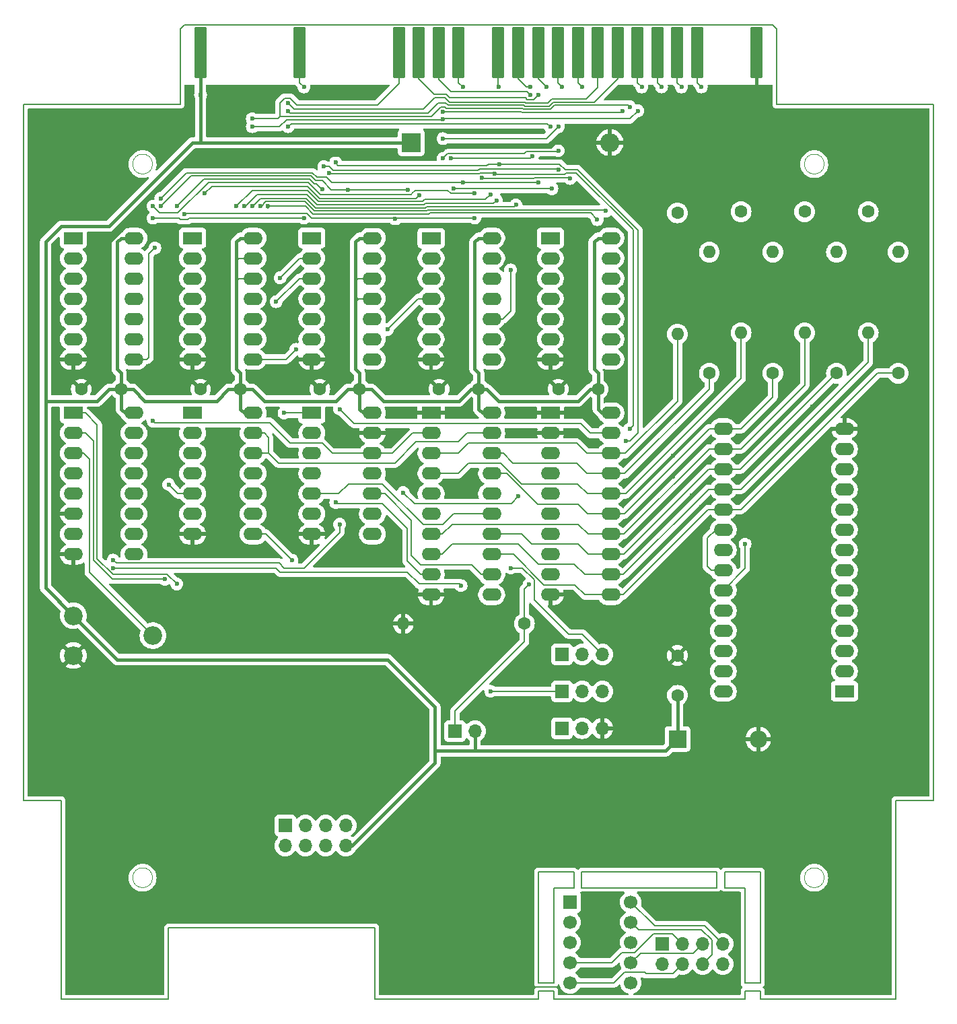
<source format=gbr>
%TF.GenerationSoftware,KiCad,Pcbnew,8.0.2*%
%TF.CreationDate,2024-05-12T21:20:15+02:00*%
%TF.ProjectId,M062.2,4d303632-2e32-42e6-9b69-6361645f7063,2*%
%TF.SameCoordinates,Original*%
%TF.FileFunction,Copper,L1,Top*%
%TF.FilePolarity,Positive*%
%FSLAX46Y46*%
G04 Gerber Fmt 4.6, Leading zero omitted, Abs format (unit mm)*
G04 Created by KiCad (PCBNEW 8.0.2) date 2024-05-12 21:20:15*
%MOMM*%
%LPD*%
G01*
G04 APERTURE LIST*
G04 Aperture macros list*
%AMRoundRect*
0 Rectangle with rounded corners*
0 $1 Rounding radius*
0 $2 $3 $4 $5 $6 $7 $8 $9 X,Y pos of 4 corners*
0 Add a 4 corners polygon primitive as box body*
4,1,4,$2,$3,$4,$5,$6,$7,$8,$9,$2,$3,0*
0 Add four circle primitives for the rounded corners*
1,1,$1+$1,$2,$3*
1,1,$1+$1,$4,$5*
1,1,$1+$1,$6,$7*
1,1,$1+$1,$8,$9*
0 Add four rect primitives between the rounded corners*
20,1,$1+$1,$2,$3,$4,$5,0*
20,1,$1+$1,$4,$5,$6,$7,0*
20,1,$1+$1,$6,$7,$8,$9,0*
20,1,$1+$1,$8,$9,$2,$3,0*%
G04 Aperture macros list end*
%TA.AperFunction,ComponentPad*%
%ADD10C,2.340000*%
%TD*%
%TA.AperFunction,ComponentPad*%
%ADD11R,2.400000X1.600000*%
%TD*%
%TA.AperFunction,ComponentPad*%
%ADD12O,2.400000X1.600000*%
%TD*%
%TA.AperFunction,ComponentPad*%
%ADD13C,1.600000*%
%TD*%
%TA.AperFunction,ComponentPad*%
%ADD14O,1.600000X1.600000*%
%TD*%
%TA.AperFunction,ComponentPad*%
%ADD15R,2.400000X2.400000*%
%TD*%
%TA.AperFunction,ComponentPad*%
%ADD16O,2.400000X2.400000*%
%TD*%
%TA.AperFunction,SMDPad,CuDef*%
%ADD17RoundRect,0.150000X-0.600000X-3.100000X0.600000X-3.100000X0.600000X3.100000X-0.600000X3.100000X0*%
%TD*%
%TA.AperFunction,ComponentPad*%
%ADD18R,1.700000X1.700000*%
%TD*%
%TA.AperFunction,ComponentPad*%
%ADD19C,1.700000*%
%TD*%
%TA.AperFunction,ComponentPad*%
%ADD20O,1.700000X1.700000*%
%TD*%
%TA.AperFunction,ComponentPad*%
%ADD21R,2.200000X2.200000*%
%TD*%
%TA.AperFunction,ComponentPad*%
%ADD22O,2.200000X2.200000*%
%TD*%
%TA.AperFunction,ViaPad*%
%ADD23C,0.600000*%
%TD*%
%TA.AperFunction,ViaPad*%
%ADD24C,0.800000*%
%TD*%
%TA.AperFunction,Conductor*%
%ADD25C,0.400000*%
%TD*%
%TA.AperFunction,Conductor*%
%ADD26C,0.200000*%
%TD*%
%TA.AperFunction,Profile*%
%ADD27C,0.150000*%
%TD*%
%TA.AperFunction,Profile*%
%ADD28C,0.120000*%
%TD*%
G04 APERTURE END LIST*
D10*
%TO.P,RV1,1,1*%
%TO.N,GND*%
X101000000Y-120500000D03*
%TO.P,RV1,2,2*%
%TO.N,Net-(U5A-RV)*%
X111000000Y-118000000D03*
%TO.P,RV1,3,3*%
%TO.N,+5V*%
X101000000Y-115500000D03*
%TD*%
D11*
%TO.P,U1,1,A1*%
%TO.N,~{MAD}*%
X116000000Y-68000000D03*
D12*
%TO.P,U1,2,B1*%
%TO.N,~{IORQ}*%
X116000000Y-70540000D03*
%TO.P,U1,3,Y1*%
%TO.N,Net-(U1A-Y1)*%
X116000000Y-73080000D03*
%TO.P,U1,4,A2*%
%TO.N,A0*%
X116000000Y-75620000D03*
%TO.P,U1,5,B2*%
%TO.N,A1*%
X116000000Y-78160000D03*
%TO.P,U1,6,Y2*%
%TO.N,Net-(U1B-Y2)*%
X116000000Y-80700000D03*
%TO.P,U1,7,GND*%
%TO.N,GND*%
X116000000Y-83240000D03*
%TO.P,U1,8,Y3*%
%TO.N,/~{STRUCT}*%
X123620000Y-83240000D03*
%TO.P,U1,9,A3*%
%TO.N,Net-(U1C-A3)*%
X123620000Y-80700000D03*
%TO.P,U1,10,B3*%
%TO.N,~{RD}*%
X123620000Y-78160000D03*
%TO.P,U1,11,Y4*%
%TO.N,unconnected-(U1D-Y4-Pad11)*%
X123620000Y-75620000D03*
%TO.P,U1,12,A4*%
%TO.N,+5V*%
X123620000Y-73080000D03*
%TO.P,U1,13,B4*%
X123620000Y-70540000D03*
%TO.P,U1,14,Vcc*%
X123620000Y-68000000D03*
%TD*%
D13*
%TO.P,R6,1*%
%TO.N,Net-(X1-DB2)*%
X185000000Y-64680000D03*
D14*
%TO.P,R6,2*%
%TO.N,D2*%
X185000000Y-79920000D03*
%TD*%
D13*
%TO.P,R3,1*%
%TO.N,D5*%
X197000000Y-85000000D03*
D14*
%TO.P,R3,2*%
%TO.N,Net-(X1-DB5)*%
X197000000Y-69760000D03*
%TD*%
D15*
%TO.P,C1,1*%
%TO.N,+5V*%
X143500000Y-56000000D03*
D16*
%TO.P,C1,2*%
%TO.N,GND*%
X168500000Y-56000000D03*
%TD*%
D17*
%TO.P,X1,1B,GND*%
%TO.N,GND*%
X186960000Y-44700000D03*
%TO.P,X1,4B,DB6*%
%TO.N,Net-(X1-DB6)*%
X179460000Y-44700000D03*
%TO.P,X1,5B,DB4*%
%TO.N,Net-(X1-DB4)*%
X176960000Y-44700000D03*
%TO.P,X1,6B,DB2*%
%TO.N,Net-(X1-DB2)*%
X174460000Y-44700000D03*
%TO.P,X1,7B,DB0*%
%TO.N,Net-(X1-DB0)*%
X171960000Y-44700000D03*
%TO.P,X1,8B,/RD*%
%TO.N,~{RD}*%
X169460000Y-44700000D03*
%TO.P,X1,9B,/IORQ*%
%TO.N,~{IORQ}*%
X166960000Y-44700000D03*
%TO.P,X1,10B,IEI*%
%TO.N,IEI-IEO*%
X164460000Y-44700000D03*
%TO.P,X1,11B,AB15*%
%TO.N,A15*%
X161960000Y-44700000D03*
%TO.P,X1,12B,AB13*%
%TO.N,A13*%
X159460000Y-44700000D03*
%TO.P,X1,13B,AB11*%
%TO.N,A11*%
X156960000Y-44700000D03*
%TO.P,X1,14B,AB9*%
%TO.N,A9*%
X154460000Y-44700000D03*
%TO.P,X1,16B,AB7*%
%TO.N,A7*%
X149460000Y-44700000D03*
%TO.P,X1,17B,AB5*%
%TO.N,A5*%
X146960000Y-44700000D03*
%TO.P,X1,18B,AB3*%
%TO.N,A3*%
X144460000Y-44700000D03*
%TO.P,X1,19B,AB1*%
%TO.N,A1*%
X141960000Y-44700000D03*
%TO.P,X1,24B,MEI*%
%TO.N,MEI*%
X129460000Y-44700000D03*
%TO.P,X1,29B,+5V*%
%TO.N,+5V*%
X116960000Y-44700000D03*
%TD*%
D13*
%TO.P,R9,1*%
%TO.N,Net-(JP2-A)*%
X157740000Y-116500000D03*
D14*
%TO.P,R9,2*%
%TO.N,GND*%
X142500000Y-116500000D03*
%TD*%
D13*
%TO.P,R7,1*%
%TO.N,D1*%
X181000000Y-85000000D03*
D14*
%TO.P,R7,2*%
%TO.N,Net-(X1-DB1)*%
X181000000Y-69760000D03*
%TD*%
D18*
%TO.P,U12,1,G*%
%TO.N,/gi*%
X163500000Y-151500000D03*
D19*
%TO.P,U12,2,F*%
%TO.N,/fi*%
X163500000Y-154040000D03*
%TO.P,U12,3,CA*%
%TO.N,Net-(J2-Pin_8)*%
X163500000Y-156580000D03*
%TO.P,U12,4,E*%
%TO.N,/ei*%
X163500000Y-159120000D03*
%TO.P,U12,5,D*%
%TO.N,/di*%
X163500000Y-161660000D03*
%TO.P,U12,6,DP*%
%TO.N,unconnected-(U12-DP-Pad6)*%
X171120000Y-161660000D03*
%TO.P,U12,7,C*%
%TO.N,/ci*%
X171120000Y-159120000D03*
%TO.P,U12,8,CA*%
%TO.N,Net-(J2-Pin_8)*%
X171120000Y-156580000D03*
%TO.P,U12,9,B*%
%TO.N,/bi*%
X171120000Y-154040000D03*
%TO.P,U12,10,A*%
%TO.N,/ai*%
X171120000Y-151500000D03*
%TD*%
D11*
%TO.P,U11,1,A15*%
%TO.N,Net-(JP4-C)*%
X198000000Y-125000000D03*
D12*
%TO.P,U11,2,A12*%
%TO.N,A12*%
X198000000Y-122460000D03*
%TO.P,U11,3,A7*%
%TO.N,A7*%
X198000000Y-119920000D03*
%TO.P,U11,4,A6*%
%TO.N,A6*%
X198000000Y-117380000D03*
%TO.P,U11,5,A5*%
%TO.N,A5*%
X198000000Y-114840000D03*
%TO.P,U11,6,A4*%
%TO.N,A4*%
X198000000Y-112300000D03*
%TO.P,U11,7,A3*%
%TO.N,A3*%
X198000000Y-109760000D03*
%TO.P,U11,8,A2*%
%TO.N,A2*%
X198000000Y-107220000D03*
%TO.P,U11,9,A1*%
%TO.N,A1*%
X198000000Y-104680000D03*
%TO.P,U11,10,A0*%
%TO.N,A0*%
X198000000Y-102140000D03*
%TO.P,U11,11,D0*%
%TO.N,D0*%
X198000000Y-99600000D03*
%TO.P,U11,12,D1*%
%TO.N,D1*%
X198000000Y-97060000D03*
%TO.P,U11,13,D2*%
%TO.N,D2*%
X198000000Y-94520000D03*
%TO.P,U11,14,Uss*%
%TO.N,GND*%
X198000000Y-91980000D03*
%TO.P,U11,15,D3*%
%TO.N,D3*%
X182760000Y-91980000D03*
%TO.P,U11,16,D4*%
%TO.N,D4*%
X182760000Y-94520000D03*
%TO.P,U11,17,D5*%
%TO.N,D5*%
X182760000Y-97060000D03*
%TO.P,U11,18,D6*%
%TO.N,D6*%
X182760000Y-99600000D03*
%TO.P,U11,19,D7*%
%TO.N,D7*%
X182760000Y-102140000D03*
%TO.P,U11,20,~{CE}*%
%TO.N,/~{CS}*%
X182760000Y-104680000D03*
%TO.P,U11,21,A10*%
%TO.N,A10*%
X182760000Y-107220000D03*
%TO.P,U11,22,~{OE}*%
%TO.N,/~{CS}*%
X182760000Y-109760000D03*
%TO.P,U11,23,A11*%
%TO.N,A11*%
X182760000Y-112300000D03*
%TO.P,U11,24,A9*%
%TO.N,A9*%
X182760000Y-114840000D03*
%TO.P,U11,25,A8*%
%TO.N,A8*%
X182760000Y-117380000D03*
%TO.P,U11,26,A13*%
%TO.N,/AD13*%
X182760000Y-119920000D03*
%TO.P,U11,27,A14*%
%TO.N,Net-(JP3-C)*%
X182760000Y-122460000D03*
%TO.P,U11,28,Udd*%
%TO.N,+5V*%
X182760000Y-125000000D03*
%TD*%
D13*
%TO.P,R1,1*%
%TO.N,D7*%
X204760000Y-85000000D03*
D14*
%TO.P,R1,2*%
%TO.N,Net-(X1-DB7)*%
X204760000Y-69760000D03*
%TD*%
D13*
%TO.P,R2,1*%
%TO.N,Net-(X1-DB6)*%
X201000000Y-64680000D03*
D14*
%TO.P,R2,2*%
%TO.N,D6*%
X201000000Y-79920000D03*
%TD*%
D11*
%TO.P,U9,1,Y1*%
%TO.N,Net-(U8C-B3)*%
X131000000Y-68000000D03*
D12*
%TO.P,U9,2,A1*%
%TO.N,Net-(U6A-Y1)*%
X131000000Y-70540000D03*
%TO.P,U9,3,B1*%
%TO.N,Net-(U6B-Y2)*%
X131000000Y-73080000D03*
%TO.P,U9,4,Y2*%
%TO.N,Net-(U8A-C1)*%
X131000000Y-75620000D03*
%TO.P,U9,5,A2*%
%TO.N,A8*%
X131000000Y-78160000D03*
%TO.P,U9,6,B2*%
%TO.N,A9*%
X131000000Y-80700000D03*
%TO.P,U9,7,GND*%
%TO.N,GND*%
X131000000Y-83240000D03*
%TO.P,U9,8,A3*%
%TO.N,Net-(U2F-A6)*%
X138620000Y-83240000D03*
%TO.P,U9,9,B3*%
%TO.N,Net-(U2D-Y4)*%
X138620000Y-80700000D03*
%TO.P,U9,10,Y3*%
%TO.N,MEO*%
X138620000Y-78160000D03*
%TO.P,U9,11,A4*%
%TO.N,+5V*%
X138620000Y-75620000D03*
%TO.P,U9,12,B4*%
X138620000Y-73080000D03*
%TO.P,U9,13,Y4*%
%TO.N,unconnected-(U9D-Y4-Pad13)*%
X138620000Y-70540000D03*
%TO.P,U9,14,Vcc*%
%TO.N,+5V*%
X138620000Y-68000000D03*
%TD*%
D18*
%TO.P,JP4,1,A*%
%TO.N,/AD15*%
X162475000Y-120350000D03*
D20*
%TO.P,JP4,2,C*%
%TO.N,Net-(JP4-C)*%
X165015000Y-120350000D03*
%TO.P,JP4,3,B*%
%TO.N,/AD14*%
X167555000Y-120350000D03*
%TD*%
D11*
%TO.P,U2,1,A1*%
%TO.N,A6*%
X146000000Y-68000000D03*
D12*
%TO.P,U2,2,Y1*%
%TO.N,Net-(U2A-Y1)*%
X146000000Y-70540000D03*
%TO.P,U2,3,A2*%
%TO.N,~{WR}*%
X146000000Y-73080000D03*
%TO.P,U2,4,Y2*%
%TO.N,Net-(U2B-Y2)*%
X146000000Y-75620000D03*
%TO.P,U2,5,A3*%
%TO.N,A15*%
X146000000Y-78160000D03*
%TO.P,U2,6,Y3*%
%TO.N,Net-(U2C-Y3)*%
X146000000Y-80700000D03*
%TO.P,U2,7,GND*%
%TO.N,GND*%
X146000000Y-83240000D03*
%TO.P,U2,8,Y4*%
%TO.N,Net-(U2D-Y4)*%
X153620000Y-83240000D03*
%TO.P,U2,9,A4*%
%TO.N,MEI*%
X153620000Y-80700000D03*
%TO.P,U2,10,Y5*%
%TO.N,Net-(U2E-Y5)*%
X153620000Y-78160000D03*
%TO.P,U2,11,A5*%
%TO.N,~{MREQ}*%
X153620000Y-75620000D03*
%TO.P,U2,12,Y6*%
%TO.N,/~{CS}*%
X153620000Y-73080000D03*
%TO.P,U2,13,A6*%
%TO.N,Net-(U2F-A6)*%
X153620000Y-70540000D03*
%TO.P,U2,14,Vcc*%
%TO.N,+5V*%
X153620000Y-68000000D03*
%TD*%
D21*
%TO.P,D1,1,K*%
%TO.N,+5V*%
X177000000Y-131000000D03*
D22*
%TO.P,D1,2,A*%
%TO.N,GND*%
X187160000Y-131000000D03*
%TD*%
D13*
%TO.P,C7,1*%
%TO.N,+5V*%
X177000000Y-125500000D03*
%TO.P,C7,2*%
%TO.N,GND*%
X177000000Y-120500000D03*
%TD*%
D11*
%TO.P,U3,1,A1*%
%TO.N,Net-(U3A-A1)*%
X116000000Y-90000000D03*
D12*
%TO.P,U3,2,B1*%
%TO.N,Net-(U3A-B1)*%
X116000000Y-92540000D03*
%TO.P,U3,3,n.c.*%
%TO.N,unconnected-(U3A-n.c.-Pad3)*%
X116000000Y-95080000D03*
%TO.P,U3,4,C1*%
%TO.N,Net-(U3A-C1)*%
X116000000Y-97620000D03*
%TO.P,U3,5,D1*%
%TO.N,Net-(U3A-D1)*%
X116000000Y-100160000D03*
%TO.P,U3,6,Y1*%
%TO.N,Net-(U1C-A3)*%
X116000000Y-102700000D03*
%TO.P,U3,7,GND*%
%TO.N,GND*%
X116000000Y-105240000D03*
%TO.P,U3,8,Y2*%
%TO.N,/~{RAM_WR}*%
X123620000Y-105240000D03*
%TO.P,U3,9,A2*%
%TO.N,Net-(U2B-Y2)*%
X123620000Y-102700000D03*
%TO.P,U3,10,B2*%
X123620000Y-100160000D03*
%TO.P,U3,11,n.c.*%
%TO.N,unconnected-(U3B-n.c.-Pad11)*%
X123620000Y-97620000D03*
%TO.P,U3,12,C2*%
%TO.N,/ctrl1*%
X123620000Y-95080000D03*
%TO.P,U3,13,D2*%
X123620000Y-92540000D03*
%TO.P,U3,14,Vcc*%
%TO.N,+5V*%
X123620000Y-90000000D03*
%TD*%
D18*
%TO.P,JP2,1,A*%
%TO.N,Net-(JP2-A)*%
X149000000Y-130000000D03*
D20*
%TO.P,JP2,2,B*%
%TO.N,+5V*%
X151540000Y-130000000D03*
%TD*%
D13*
%TO.P,C5,1*%
%TO.N,+5V*%
X152000000Y-87000000D03*
%TO.P,C5,2*%
%TO.N,GND*%
X147000000Y-87000000D03*
%TD*%
D18*
%TO.P,J1,1,Pin_1*%
%TO.N,/go*%
X127650000Y-141875000D03*
D20*
%TO.P,J1,2,Pin_2*%
%TO.N,/fo*%
X127650000Y-144415000D03*
%TO.P,J1,3,Pin_3*%
%TO.N,/eo*%
X130190000Y-141875000D03*
%TO.P,J1,4,Pin_4*%
%TO.N,/do*%
X130190000Y-144415000D03*
%TO.P,J1,5,Pin_5*%
%TO.N,/co*%
X132730000Y-141875000D03*
%TO.P,J1,6,Pin_6*%
%TO.N,/bo*%
X132730000Y-144415000D03*
%TO.P,J1,7,Pin_7*%
%TO.N,/ao*%
X135270000Y-141875000D03*
%TO.P,J1,8,Pin_8*%
%TO.N,+5V*%
X135270000Y-144415000D03*
%TD*%
D11*
%TO.P,U5,1,B*%
%TO.N,/AD14*%
X101000000Y-90000000D03*
D12*
%TO.P,U5,2,C*%
%TO.N,Net-(JP1-C)*%
X101000000Y-92540000D03*
%TO.P,U5,3,RV*%
%TO.N,Net-(U5A-RV)*%
X101000000Y-95080000D03*
%TO.P,U5,4,BI/RBO*%
%TO.N,/SEG_on*%
X101000000Y-97620000D03*
%TO.P,U5,5,RBI*%
%TO.N,unconnected-(U5A-RBI-Pad5)*%
X101000000Y-100160000D03*
%TO.P,U5,6,D*%
%TO.N,GND*%
X101000000Y-102700000D03*
%TO.P,U5,7,A*%
%TO.N,/AD13*%
X101000000Y-105240000D03*
%TO.P,U5,8,GND*%
%TO.N,GND*%
X101000000Y-107780000D03*
%TO.P,U5,9,e*%
%TO.N,/eo*%
X108620000Y-107780000D03*
%TO.P,U5,10,d*%
%TO.N,/do*%
X108620000Y-105240000D03*
%TO.P,U5,11,c*%
%TO.N,/co*%
X108620000Y-102700000D03*
%TO.P,U5,12,b*%
%TO.N,/bo*%
X108620000Y-100160000D03*
%TO.P,U5,13,a*%
%TO.N,/ao*%
X108620000Y-97620000D03*
%TO.P,U5,14,g*%
%TO.N,/go*%
X108620000Y-95080000D03*
%TO.P,U5,15,f*%
%TO.N,/fo*%
X108620000Y-92540000D03*
%TO.P,U5,16,Vcc*%
%TO.N,+5V*%
X108620000Y-90000000D03*
%TD*%
D13*
%TO.P,R4,1*%
%TO.N,Net-(X1-DB4)*%
X193000000Y-64680000D03*
D14*
%TO.P,R4,2*%
%TO.N,D4*%
X193000000Y-79920000D03*
%TD*%
D13*
%TO.P,C2,1*%
%TO.N,+5V*%
X107000000Y-87000000D03*
%TO.P,C2,2*%
%TO.N,GND*%
X102000000Y-87000000D03*
%TD*%
D11*
%TO.P,U8,1,A1*%
%TO.N,Net-(U2A-Y1)*%
X101000000Y-68000000D03*
D12*
%TO.P,U8,2,B1*%
%TO.N,A7*%
X101000000Y-70540000D03*
%TO.P,U8,3,A2*%
%TO.N,/ctrl0*%
X101000000Y-73080000D03*
%TO.P,U8,4,B2*%
%TO.N,Net-(U2E-Y5)*%
X101000000Y-75620000D03*
%TO.P,U8,5,C2*%
%TO.N,MEI*%
X101000000Y-78160000D03*
%TO.P,U8,6,Y2*%
%TO.N,Net-(U8B-Y2)*%
X101000000Y-80700000D03*
%TO.P,U8,7,GND*%
%TO.N,GND*%
X101000000Y-83240000D03*
%TO.P,U8,8,Y3*%
%TO.N,Net-(U2F-A6)*%
X108620000Y-83240000D03*
%TO.P,U8,9,A3*%
%TO.N,Net-(U6C-Y3)*%
X108620000Y-80700000D03*
%TO.P,U8,10,B3*%
%TO.N,Net-(U8C-B3)*%
X108620000Y-78160000D03*
%TO.P,U8,11,C3*%
%TO.N,Net-(U8B-Y2)*%
X108620000Y-75620000D03*
%TO.P,U8,12,Y1*%
%TO.N,Net-(U3A-D1)*%
X108620000Y-73080000D03*
%TO.P,U8,13,C1*%
%TO.N,Net-(U8A-C1)*%
X108620000Y-70540000D03*
%TO.P,U8,14,Vcc*%
%TO.N,+5V*%
X108620000Y-68000000D03*
%TD*%
D13*
%TO.P,R8,1*%
%TO.N,Net-(X1-DB0)*%
X177000000Y-64840000D03*
D14*
%TO.P,R8,2*%
%TO.N,D0*%
X177000000Y-80080000D03*
%TD*%
D11*
%TO.P,U7,1,~{OE1}*%
%TO.N,GND*%
X161000000Y-90000000D03*
D12*
%TO.P,U7,2,A1*%
X161000000Y-92540000D03*
%TO.P,U7,3,A2*%
%TO.N,Net-(JP2-A)*%
X161000000Y-95080000D03*
%TO.P,U7,4,A3*%
%TO.N,+5V*%
X161000000Y-97620000D03*
%TO.P,U7,5,A4*%
X161000000Y-100160000D03*
%TO.P,U7,6,A5*%
%TO.N,Net-(JP2-A)*%
X161000000Y-102700000D03*
%TO.P,U7,7,A6*%
X161000000Y-105240000D03*
%TO.P,U7,8,A7*%
X161000000Y-107780000D03*
%TO.P,U7,9,A8*%
X161000000Y-110320000D03*
%TO.P,U7,10,GND*%
%TO.N,GND*%
X161000000Y-112860000D03*
%TO.P,U7,11,Y8*%
%TO.N,D7*%
X168620000Y-112860000D03*
%TO.P,U7,12,Y7*%
%TO.N,D6*%
X168620000Y-110320000D03*
%TO.P,U7,13,Y6*%
%TO.N,D5*%
X168620000Y-107780000D03*
%TO.P,U7,14,Y5*%
%TO.N,D4*%
X168620000Y-105240000D03*
%TO.P,U7,15,A4*%
%TO.N,D3*%
X168620000Y-102700000D03*
%TO.P,U7,16,Y3*%
%TO.N,D2*%
X168620000Y-100160000D03*
%TO.P,U7,17,Y2*%
%TO.N,D1*%
X168620000Y-97620000D03*
%TO.P,U7,18,Y1*%
%TO.N,D0*%
X168620000Y-95080000D03*
%TO.P,U7,19,~{OE2}*%
%TO.N,/~{STRUCT}*%
X168620000Y-92540000D03*
%TO.P,U7,20,Vcc*%
%TO.N,+5V*%
X168620000Y-90000000D03*
%TD*%
D13*
%TO.P,R5,1*%
%TO.N,D3*%
X189000000Y-85000000D03*
D14*
%TO.P,R5,2*%
%TO.N,Net-(X1-DB3)*%
X189000000Y-69760000D03*
%TD*%
D13*
%TO.P,C6,1*%
%TO.N,+5V*%
X167000000Y-87000000D03*
%TO.P,C6,2*%
%TO.N,GND*%
X162000000Y-87000000D03*
%TD*%
%TO.P,C3,1*%
%TO.N,+5V*%
X122000000Y-87000000D03*
%TO.P,C3,2*%
%TO.N,GND*%
X117000000Y-87000000D03*
%TD*%
D11*
%TO.P,U4,1,Y1*%
%TO.N,Net-(U3A-A1)*%
X161000000Y-68000000D03*
D12*
%TO.P,U4,2,A1*%
%TO.N,Net-(U1A-Y1)*%
X161000000Y-70540000D03*
%TO.P,U4,3,B1*%
%TO.N,Net-(U1B-Y2)*%
X161000000Y-73080000D03*
%TO.P,U4,4,Y2*%
%TO.N,/Latch*%
X161000000Y-75620000D03*
%TO.P,U4,5,A2*%
%TO.N,~{WR}*%
X161000000Y-78160000D03*
%TO.P,U4,6,B2*%
%TO.N,Net-(U1C-A3)*%
X161000000Y-80700000D03*
%TO.P,U4,7,GND*%
%TO.N,GND*%
X161000000Y-83240000D03*
%TO.P,U4,8,A3*%
%TO.N,A5*%
X168620000Y-83240000D03*
%TO.P,U4,9,B3*%
%TO.N,A4*%
X168620000Y-80700000D03*
%TO.P,U4,10,Y3*%
%TO.N,Net-(U3A-C1)*%
X168620000Y-78160000D03*
%TO.P,U4,11,A4*%
%TO.N,A3*%
X168620000Y-75620000D03*
%TO.P,U4,12,B4*%
%TO.N,A2*%
X168620000Y-73080000D03*
%TO.P,U4,13,Y4*%
%TO.N,Net-(U3A-B1)*%
X168620000Y-70540000D03*
%TO.P,U4,14,Vcc*%
%TO.N,+5V*%
X168620000Y-68000000D03*
%TD*%
D13*
%TO.P,C4,1*%
%TO.N,+5V*%
X137000000Y-87000000D03*
%TO.P,C4,2*%
%TO.N,GND*%
X132000000Y-87000000D03*
%TD*%
D11*
%TO.P,U10,1,EN*%
%TO.N,GND*%
X146000000Y-90000000D03*
D12*
%TO.P,U10,2,Q1*%
%TO.N,/ctrl0*%
X146000000Y-92540000D03*
%TO.P,U10,3,D1*%
%TO.N,D0*%
X146000000Y-95080000D03*
%TO.P,U10,4,D2*%
%TO.N,D2*%
X146000000Y-97620000D03*
%TO.P,U10,5,Q2*%
%TO.N,/AD13*%
X146000000Y-100160000D03*
%TO.P,U10,6,Q3*%
%TO.N,/AD15*%
X146000000Y-102700000D03*
%TO.P,U10,7,D3*%
%TO.N,D4*%
X146000000Y-105240000D03*
%TO.P,U10,8,D4*%
%TO.N,D6*%
X146000000Y-107780000D03*
%TO.P,U10,9,Q4*%
%TO.N,/ctrl6*%
X146000000Y-110320000D03*
%TO.P,U10,10,GND*%
%TO.N,GND*%
X146000000Y-112860000D03*
%TO.P,U10,11,C*%
%TO.N,/Latch*%
X153620000Y-112860000D03*
%TO.P,U10,12,Q5*%
%TO.N,/ctrl7*%
X153620000Y-110320000D03*
%TO.P,U10,13,D5*%
%TO.N,D7*%
X153620000Y-107780000D03*
%TO.P,U10,14,D6*%
%TO.N,D5*%
X153620000Y-105240000D03*
%TO.P,U10,15,Q6*%
%TO.N,/ctrl5*%
X153620000Y-102700000D03*
%TO.P,U10,16,Q7*%
%TO.N,/AD14*%
X153620000Y-100160000D03*
%TO.P,U10,17,D7*%
%TO.N,D3*%
X153620000Y-97620000D03*
%TO.P,U10,18,D8*%
%TO.N,D1*%
X153620000Y-95080000D03*
%TO.P,U10,19,Q8*%
%TO.N,/ctrl1*%
X153620000Y-92540000D03*
%TO.P,U10,20,Vcc*%
%TO.N,+5V*%
X153620000Y-90000000D03*
%TD*%
D18*
%TO.P,JP1,1,A*%
%TO.N,/AD15*%
X162475000Y-129650000D03*
D20*
%TO.P,JP1,2,C*%
%TO.N,Net-(JP1-C)*%
X165015000Y-129650000D03*
%TO.P,JP1,3,B*%
%TO.N,GND*%
X167555000Y-129650000D03*
%TD*%
D18*
%TO.P,JP3,1,A*%
%TO.N,/AD14*%
X162475000Y-125000000D03*
D20*
%TO.P,JP3,2,C*%
%TO.N,Net-(JP3-C)*%
X165015000Y-125000000D03*
%TO.P,JP3,3,B*%
%TO.N,/~{RAM_WR}*%
X167555000Y-125000000D03*
%TD*%
D11*
%TO.P,U6,1,A1*%
%TO.N,A14*%
X131000000Y-90000000D03*
D12*
%TO.P,U6,2,B1*%
%TO.N,/ctrl6*%
X131000000Y-92540000D03*
%TO.P,U6,3,Y1*%
%TO.N,Net-(U6A-Y1)*%
X131000000Y-95080000D03*
%TO.P,U6,4,A2*%
%TO.N,A13*%
X131000000Y-97620000D03*
%TO.P,U6,5,B2*%
%TO.N,/ctrl5*%
X131000000Y-100160000D03*
%TO.P,U6,6,Y2*%
%TO.N,Net-(U6B-Y2)*%
X131000000Y-102700000D03*
%TO.P,U6,7,GND*%
%TO.N,GND*%
X131000000Y-105240000D03*
%TO.P,U6,8,Y3*%
%TO.N,Net-(U6C-Y3)*%
X138620000Y-105240000D03*
%TO.P,U6,9,A3*%
%TO.N,Net-(U2C-Y3)*%
X138620000Y-102700000D03*
%TO.P,U6,10,B3*%
%TO.N,/ctrl7*%
X138620000Y-100160000D03*
%TO.P,U6,11,Y4*%
%TO.N,/SEG_on*%
X138620000Y-97620000D03*
%TO.P,U6,12,A4*%
%TO.N,/ctrl0*%
X138620000Y-95080000D03*
%TO.P,U6,13,B4*%
%TO.N,GND*%
X138620000Y-92540000D03*
%TO.P,U6,14,Vcc*%
%TO.N,+5V*%
X138620000Y-90000000D03*
%TD*%
D18*
%TO.P,J2,1,Pin_1*%
%TO.N,/gi*%
X175080000Y-156760000D03*
D20*
%TO.P,J2,2,Pin_2*%
%TO.N,/fi*%
X175080000Y-159300000D03*
%TO.P,J2,3,Pin_3*%
%TO.N,/ei*%
X177620000Y-156760000D03*
%TO.P,J2,4,Pin_4*%
%TO.N,/di*%
X177620000Y-159300000D03*
%TO.P,J2,5,Pin_5*%
%TO.N,/ci*%
X180160000Y-156760000D03*
%TO.P,J2,6,Pin_6*%
%TO.N,/bi*%
X180160000Y-159300000D03*
%TO.P,J2,7,Pin_7*%
%TO.N,/ai*%
X182700000Y-156760000D03*
%TO.P,J2,8,Pin_8*%
%TO.N,Net-(J2-Pin_8)*%
X182700000Y-159300000D03*
%TD*%
D23*
%TO.N,GND*%
X166500000Y-154250000D03*
X142500000Y-97500000D03*
X149800000Y-99400000D03*
X127500000Y-94500000D03*
X180000000Y-101800000D03*
X166500000Y-157750000D03*
X177000000Y-111750000D03*
X129500000Y-54500000D03*
X177600000Y-99200000D03*
X152000000Y-56500000D03*
X104000000Y-62500000D03*
D24*
X186000000Y-50000000D03*
D23*
X136500000Y-55000000D03*
X113000000Y-53500000D03*
X176400000Y-98000000D03*
X194000000Y-89200000D03*
X157000000Y-162000000D03*
X127500000Y-91500000D03*
X158500000Y-63500000D03*
X105000000Y-97500000D03*
X182500000Y-155000000D03*
X177000000Y-107600000D03*
X166500000Y-151750000D03*
X139500000Y-57500000D03*
X170000000Y-60000000D03*
X189500000Y-118500000D03*
X178800000Y-100400000D03*
X120000000Y-53500000D03*
X141200000Y-108200000D03*
X166500000Y-162500000D03*
X166500000Y-160500000D03*
X176400000Y-95400000D03*
X166000000Y-63000000D03*
X182500000Y-146000000D03*
%TO.N,+5V*%
X117000000Y-50000000D03*
%TO.N,Net-(JP1-C)*%
X112500000Y-110900000D03*
%TO.N,Net-(JP2-A)*%
X158353797Y-111520608D03*
%TO.N,/AD14*%
X156000000Y-109500000D03*
X114000000Y-111500000D03*
X153500000Y-125000000D03*
%TO.N,/~{RAM_WR}*%
X128500000Y-108500000D03*
%TO.N,Net-(X1-DB6)*%
X179999990Y-49000000D03*
%TO.N,Net-(X1-DB4)*%
X177500000Y-48999996D03*
%TO.N,Net-(X1-DB2)*%
X175000004Y-49000004D03*
%TO.N,Net-(X1-DB0)*%
X172500010Y-48999990D03*
%TO.N,~{IORQ}*%
X128000000Y-51000000D03*
%TO.N,Net-(U1C-A3)*%
X142500000Y-100000000D03*
X157000000Y-100500000D03*
%TO.N,Net-(U1A-Y1)*%
X121500000Y-64000000D03*
X153500000Y-62500000D03*
%TO.N,/~{STRUCT}*%
X134500000Y-89500000D03*
X129000000Y-82000000D03*
%TO.N,A1*%
X171000000Y-51500000D03*
X123500000Y-53000000D03*
%TO.N,~{RD}*%
X128000000Y-52000000D03*
%TO.N,A0*%
X172000000Y-52000000D03*
X123500000Y-54000000D03*
X147500000Y-53011026D03*
%TO.N,Net-(U1B-Y2)*%
X122500000Y-64000000D03*
X154224265Y-63275735D03*
%TO.N,Net-(U2E-Y5)*%
X151500000Y-62400000D03*
X111000000Y-64000000D03*
X156000000Y-72000000D03*
%TO.N,Net-(U2A-Y1)*%
X117500000Y-62400000D03*
X144500000Y-62600000D03*
%TO.N,A15*%
X162000000Y-54000000D03*
X162500000Y-49000000D03*
X147500000Y-55500000D03*
%TO.N,Net-(U2B-Y2)*%
X140500000Y-79500000D03*
%TO.N,MEI*%
X143100000Y-61900000D03*
X130000000Y-49000000D03*
X112000000Y-64000000D03*
X135500000Y-61900000D03*
%TO.N,~{WR}*%
X163500000Y-60500000D03*
X152425000Y-60400000D03*
%TO.N,A6*%
X161199995Y-61800000D03*
X148850001Y-61800000D03*
%TO.N,~{MREQ}*%
X147500000Y-58000000D03*
X162000000Y-57000000D03*
%TO.N,Net-(U2F-A6)*%
X151500000Y-65500000D03*
X115000000Y-65000000D03*
X111250000Y-69250000D03*
X141500000Y-65599999D03*
%TO.N,Net-(U3A-B1)*%
X124500000Y-64000000D03*
X168000000Y-64600000D03*
%TO.N,Net-(U3A-A1)*%
X123500000Y-64000000D03*
X156674265Y-63825735D03*
%TO.N,Net-(U3A-D1)*%
X113000000Y-99000000D03*
%TO.N,Net-(U3A-C1)*%
X125500000Y-64000000D03*
X166905589Y-65675172D03*
%TO.N,A5*%
X158500000Y-50000000D03*
%TO.N,A3*%
X159500000Y-50000000D03*
%TO.N,A2*%
X170060000Y-52000000D03*
X147469937Y-52099188D03*
%TO.N,A4*%
X148500000Y-58000000D03*
X158750765Y-57721475D03*
%TO.N,/SEG_on*%
X134500000Y-104000000D03*
X106000000Y-108500000D03*
%TO.N,/AD13*%
X149782843Y-111717157D03*
X106000000Y-109500000D03*
%TO.N,/ctrl6*%
X134000000Y-101260000D03*
%TO.N,/ctrl0*%
X111000000Y-91000000D03*
%TO.N,Net-(U6A-Y1)*%
X127000000Y-73000000D03*
%TO.N,Net-(U6B-Y2)*%
X126500000Y-76000000D03*
%TO.N,A13*%
X132500000Y-59000000D03*
X162000000Y-59400000D03*
X160500000Y-49000000D03*
%TO.N,A14*%
X127500000Y-90000000D03*
X128000000Y-54000000D03*
X161000000Y-54000000D03*
%TO.N,Net-(U8C-B3)*%
X130000000Y-65500000D03*
X111000000Y-65500000D03*
%TO.N,Net-(U8A-C1)*%
X132324265Y-61875735D03*
X114000000Y-64000000D03*
%TO.N,A7*%
X150000000Y-61000000D03*
X112000000Y-63000000D03*
X159500000Y-61000000D03*
X150000000Y-49000000D03*
%TO.N,A8*%
X134000000Y-58500000D03*
X170500000Y-93500000D03*
X154600000Y-58700000D03*
%TO.N,A9*%
X154000000Y-59900000D03*
X171000000Y-92000000D03*
X133158174Y-59835190D03*
X154500000Y-49000000D03*
%TO.N,A11*%
X158500000Y-49000000D03*
X185500000Y-106500000D03*
%TO.N,IEI-IEO*%
X165000000Y-49000000D03*
%TD*%
D25*
%TO.N,GND*%
X147000000Y-87000000D02*
X148000000Y-86000000D01*
X186500000Y-124500000D02*
X184000000Y-127000000D01*
X110000000Y-66400000D02*
X118000000Y-66400000D01*
X196420000Y-91980000D02*
X186500000Y-101900000D01*
X161000000Y-56500000D02*
X161500000Y-56000000D01*
X117760000Y-83240000D02*
X118000000Y-83000000D01*
X103000000Y-71000000D02*
X103000000Y-83000000D01*
X184000000Y-127000000D02*
X181500000Y-127000000D01*
X146000000Y-83240000D02*
X147760000Y-83240000D01*
X186500000Y-101900000D02*
X186500000Y-124500000D01*
D26*
X161900000Y-162200000D02*
X157200000Y-162200000D01*
D25*
X116000000Y-83240000D02*
X117760000Y-83240000D01*
X186960000Y-49040000D02*
X186000000Y-50000000D01*
X178500000Y-124000000D02*
X178500000Y-122000000D01*
X148000000Y-86000000D02*
X148000000Y-83000000D01*
X161500000Y-56000000D02*
X180000000Y-56000000D01*
D26*
X165500000Y-162500000D02*
X164900000Y-163100000D01*
D25*
X101000000Y-111000000D02*
X101000000Y-107780000D01*
X110000000Y-120000000D02*
X101000000Y-111000000D01*
X118000000Y-86000000D02*
X118000000Y-83000000D01*
X148000000Y-83000000D02*
X148000000Y-66400000D01*
X132760000Y-83240000D02*
X133000000Y-83000000D01*
X162400000Y-66400000D02*
X163000000Y-67000000D01*
X140400000Y-120000000D02*
X110000000Y-120000000D01*
X118000000Y-66400000D02*
X133000000Y-66400000D01*
X101000000Y-83240000D02*
X102760000Y-83240000D01*
X147000000Y-56500000D02*
X152000000Y-56500000D01*
X140000000Y-58000000D02*
X145500000Y-58000000D01*
X198000000Y-91980000D02*
X196420000Y-91980000D01*
X116000000Y-57500000D02*
X115750000Y-57750000D01*
X110000000Y-66400000D02*
X107600000Y-66400000D01*
X107600000Y-66400000D02*
X103000000Y-71000000D01*
X111300000Y-62200000D02*
X115750000Y-57750000D01*
X103000000Y-86000000D02*
X102000000Y-87000000D01*
X161000000Y-83240000D02*
X162760000Y-83240000D01*
X110000000Y-63500000D02*
X110000000Y-66400000D01*
X163000000Y-67000000D02*
X163000000Y-83000000D01*
X145500000Y-58000000D02*
X147000000Y-56500000D01*
X133000000Y-66400000D02*
X133099997Y-66499997D01*
X142500000Y-117900000D02*
X140400000Y-120000000D01*
X133000000Y-83000000D02*
X133000000Y-66400000D01*
X139500000Y-57500000D02*
X140000000Y-58000000D01*
X147900003Y-66499997D02*
X148000000Y-66400000D01*
X102760000Y-83240000D02*
X103000000Y-83000000D01*
X117000000Y-87000000D02*
X118000000Y-86000000D01*
D26*
X166500000Y-162500000D02*
X165500000Y-162500000D01*
X162800000Y-163100000D02*
X161900000Y-162200000D01*
D25*
X111300000Y-62200000D02*
X110000000Y-63500000D01*
X103000000Y-83000000D02*
X103000000Y-86000000D01*
X186960000Y-44700000D02*
X186960000Y-49040000D01*
X147760000Y-83240000D02*
X148000000Y-83000000D01*
X180000000Y-56000000D02*
X186000000Y-50000000D01*
X139500000Y-57500000D02*
X116000000Y-57500000D01*
X152000000Y-56500000D02*
X161000000Y-56500000D01*
X133000000Y-86000000D02*
X133000000Y-83000000D01*
X132000000Y-87000000D02*
X133000000Y-86000000D01*
X181500000Y-127000000D02*
X178500000Y-124000000D01*
X178500000Y-122000000D02*
X177000000Y-120500000D01*
X133099997Y-66499997D02*
X147900003Y-66499997D01*
X131000000Y-83240000D02*
X132760000Y-83240000D01*
X142500000Y-116500000D02*
X142500000Y-117900000D01*
X163000000Y-86000000D02*
X162000000Y-87000000D01*
D26*
X157200000Y-162200000D02*
X157000000Y-162000000D01*
D25*
X148000000Y-66400000D02*
X162400000Y-66400000D01*
X163000000Y-83000000D02*
X163000000Y-86000000D01*
D26*
X164900000Y-163100000D02*
X162800000Y-163100000D01*
D25*
X118000000Y-83000000D02*
X118000000Y-66400000D01*
X162760000Y-83240000D02*
X163000000Y-83000000D01*
%TO.N,+5V*%
X166500000Y-84500000D02*
X166500000Y-68500000D01*
X116960000Y-44700000D02*
X116960000Y-49960000D01*
X125000000Y-88500000D02*
X134000000Y-88500000D01*
X123620000Y-68000000D02*
X122000000Y-68000000D01*
X167000000Y-89500000D02*
X167500000Y-90000000D01*
X138500000Y-87000000D02*
X140000000Y-88500000D01*
X137500000Y-90000000D02*
X137000000Y-89500000D01*
X136580000Y-73080000D02*
X136500000Y-73000000D01*
X122500000Y-90000000D02*
X122000000Y-89500000D01*
X108620000Y-90000000D02*
X107500000Y-90000000D01*
X117000000Y-56000000D02*
X117000000Y-55000000D01*
X177000000Y-125500000D02*
X177000000Y-131000000D01*
X137000000Y-87000000D02*
X137000000Y-85000000D01*
X106500000Y-84500000D02*
X106500000Y-68500000D01*
X164500000Y-88500000D02*
X166000000Y-87000000D01*
X105500000Y-66500000D02*
X116000000Y-56000000D01*
X151000000Y-87000000D02*
X152000000Y-87000000D01*
X117000000Y-55000000D02*
X117000000Y-50000000D01*
X152500000Y-90000000D02*
X152000000Y-89500000D01*
X137000000Y-89500000D02*
X137000000Y-87000000D01*
X106500000Y-121000000D02*
X140500000Y-121000000D01*
X107000000Y-85000000D02*
X106500000Y-84500000D01*
X167000000Y-68000000D02*
X168620000Y-68000000D01*
X167000000Y-85000000D02*
X166500000Y-84500000D01*
X151540000Y-130000000D02*
X151540000Y-132460000D01*
X107000000Y-87000000D02*
X107000000Y-89500000D01*
X121500000Y-70500000D02*
X121500000Y-73000000D01*
X99500000Y-66500000D02*
X105500000Y-66500000D01*
X121540000Y-70540000D02*
X121500000Y-70500000D01*
X107000000Y-87000000D02*
X107000000Y-85000000D01*
X140500000Y-121000000D02*
X146500000Y-127000000D01*
X122000000Y-89500000D02*
X122000000Y-87000000D01*
X167500000Y-90000000D02*
X168620000Y-90000000D01*
X136500000Y-84500000D02*
X136500000Y-75500000D01*
X122000000Y-87000000D02*
X122000000Y-85000000D01*
X135500000Y-87000000D02*
X137000000Y-87000000D01*
X152000000Y-85000000D02*
X151500000Y-84500000D01*
X120500000Y-87000000D02*
X119000000Y-88500000D01*
X137000000Y-85000000D02*
X136500000Y-84500000D01*
X136085000Y-144415000D02*
X135270000Y-144415000D01*
X151500000Y-68500000D02*
X152000000Y-68000000D01*
X97500000Y-68500000D02*
X99500000Y-66500000D01*
X146500000Y-134000000D02*
X136085000Y-144415000D01*
X121500000Y-68500000D02*
X121500000Y-70500000D01*
X97500000Y-88500000D02*
X97500000Y-112000000D01*
X152000000Y-87000000D02*
X153000000Y-87000000D01*
X107500000Y-90000000D02*
X107000000Y-89500000D01*
D26*
X138620000Y-73080000D02*
X136580000Y-73080000D01*
D25*
X107000000Y-87000000D02*
X108500000Y-87000000D01*
X152000000Y-87000000D02*
X152000000Y-85000000D01*
X122000000Y-87000000D02*
X120500000Y-87000000D01*
X152000000Y-89500000D02*
X152000000Y-87000000D01*
X151500000Y-84500000D02*
X151500000Y-68500000D01*
X175500000Y-132500000D02*
X151500000Y-132500000D01*
X153000000Y-87000000D02*
X154500000Y-88500000D01*
X119000000Y-88500000D02*
X110000000Y-88500000D01*
X101000000Y-115500000D02*
X106500000Y-121000000D01*
X107000000Y-87000000D02*
X105500000Y-87000000D01*
X121580000Y-73080000D02*
X121500000Y-73000000D01*
X146500000Y-127000000D02*
X146500000Y-134000000D01*
X97500000Y-112000000D02*
X101000000Y-115500000D01*
D26*
X138620000Y-75620000D02*
X136620000Y-75620000D01*
D25*
X136620000Y-75620000D02*
X136500000Y-75500000D01*
X107000000Y-68000000D02*
X108620000Y-68000000D01*
X123620000Y-90000000D02*
X122500000Y-90000000D01*
X136500000Y-75500000D02*
X136500000Y-73000000D01*
X151540000Y-132460000D02*
X151500000Y-132500000D01*
X108500000Y-87000000D02*
X110000000Y-88500000D01*
X166000000Y-87000000D02*
X167000000Y-87000000D01*
X121500000Y-73000000D02*
X121500000Y-84500000D01*
X177000000Y-131000000D02*
X175500000Y-132500000D01*
D26*
X123620000Y-70540000D02*
X121540000Y-70540000D01*
D25*
X116960000Y-49960000D02*
X117000000Y-50000000D01*
X134000000Y-88500000D02*
X135500000Y-87000000D01*
X122000000Y-87000000D02*
X123500000Y-87000000D01*
X149500000Y-88500000D02*
X151000000Y-87000000D01*
X144000000Y-56000000D02*
X117000000Y-56000000D01*
D26*
X123620000Y-73080000D02*
X121580000Y-73080000D01*
D25*
X167000000Y-87000000D02*
X167000000Y-89500000D01*
X137000000Y-68000000D02*
X138620000Y-68000000D01*
X138620000Y-90000000D02*
X137500000Y-90000000D01*
X154500000Y-88500000D02*
X164500000Y-88500000D01*
X123500000Y-87000000D02*
X125000000Y-88500000D01*
X117000000Y-56000000D02*
X116000000Y-56000000D01*
X97500000Y-88500000D02*
X104000000Y-88500000D01*
X106500000Y-68500000D02*
X107000000Y-68000000D01*
X97500000Y-88500000D02*
X97500000Y-68500000D01*
X146500000Y-132500000D02*
X151500000Y-132500000D01*
X166500000Y-68500000D02*
X167000000Y-68000000D01*
X136500000Y-68500000D02*
X137000000Y-68000000D01*
X122000000Y-85000000D02*
X121500000Y-84500000D01*
X152000000Y-68000000D02*
X153620000Y-68000000D01*
X122000000Y-68000000D02*
X121500000Y-68500000D01*
X140000000Y-88500000D02*
X149500000Y-88500000D01*
X137000000Y-87000000D02*
X138500000Y-87000000D01*
X153620000Y-90000000D02*
X152500000Y-90000000D01*
X167000000Y-87000000D02*
X167000000Y-85000000D01*
X105500000Y-87000000D02*
X104000000Y-88500000D01*
X136500000Y-73000000D02*
X136500000Y-68500000D01*
D26*
%TO.N,Net-(JP1-C)*%
X103500000Y-108500000D02*
X103500000Y-93500000D01*
X105900000Y-110900000D02*
X103500000Y-108500000D01*
X112500000Y-110900000D02*
X105900000Y-110900000D01*
X103500000Y-93500000D02*
X102540000Y-92540000D01*
X102540000Y-92540000D02*
X101000000Y-92540000D01*
%TO.N,Net-(JP2-A)*%
X149000000Y-130000000D02*
X149000000Y-127500000D01*
X157740000Y-118760000D02*
X157740000Y-112134405D01*
X157740000Y-112134405D02*
X158353797Y-111520608D01*
X149000000Y-127500000D02*
X157740000Y-118760000D01*
%TO.N,/AD14*%
X102500000Y-90000000D02*
X104000000Y-91500000D01*
X158970001Y-110970001D02*
X157500000Y-109500000D01*
X163295000Y-117795000D02*
X158970001Y-113470001D01*
X162475000Y-125000000D02*
X153500000Y-125000000D01*
X112800000Y-110300000D02*
X114000000Y-111500000D01*
X105951471Y-110300000D02*
X112800000Y-110300000D01*
X101000000Y-90000000D02*
X102500000Y-90000000D01*
X104000000Y-91500000D02*
X104000000Y-108348529D01*
X158970001Y-113470001D02*
X158970001Y-110970001D01*
X157500000Y-109500000D02*
X156000000Y-109500000D01*
X104000000Y-108348529D02*
X105951471Y-110300000D01*
X165000000Y-117795000D02*
X163295000Y-117795000D01*
X167555000Y-120350000D02*
X165000000Y-117795000D01*
%TO.N,/~{RAM_WR}*%
X125240000Y-105240000D02*
X123620000Y-105240000D01*
X128500000Y-108500000D02*
X125240000Y-105240000D01*
%TO.N,D7*%
X164100000Y-111600000D02*
X165360000Y-112860000D01*
X165360000Y-112860000D02*
X168620000Y-112860000D01*
X202131374Y-85000000D02*
X184991374Y-102140000D01*
X170140000Y-112860000D02*
X180860000Y-102140000D01*
X168620000Y-112860000D02*
X170140000Y-112860000D01*
X184991374Y-102140000D02*
X182760000Y-102140000D01*
X153620000Y-107780000D02*
X156345685Y-107780000D01*
X156345685Y-107780000D02*
X160165685Y-111600000D01*
X160165685Y-111600000D02*
X164100000Y-111600000D01*
X180860000Y-102140000D02*
X182760000Y-102140000D01*
X204760000Y-85000000D02*
X202131374Y-85000000D01*
%TO.N,Net-(X1-DB6)*%
X179460000Y-48460010D02*
X179999990Y-49000000D01*
X179460000Y-44700000D02*
X179460000Y-48460010D01*
%TO.N,D5*%
X170220000Y-107780000D02*
X180940000Y-97060000D01*
X165780000Y-107780000D02*
X168620000Y-107780000D01*
X158660000Y-106500000D02*
X164500000Y-106500000D01*
X180940000Y-97060000D02*
X182760000Y-97060000D01*
X197000000Y-85000000D02*
X184940000Y-97060000D01*
X184940000Y-97060000D02*
X182760000Y-97060000D01*
X164500000Y-106500000D02*
X165780000Y-107780000D01*
X168620000Y-107780000D02*
X170220000Y-107780000D01*
X157400000Y-105240000D02*
X158660000Y-106500000D01*
X153620000Y-105240000D02*
X157400000Y-105240000D01*
%TO.N,Net-(X1-DB4)*%
X176960000Y-44700000D02*
X176960000Y-48459996D01*
X176960000Y-48459996D02*
X177500000Y-48999996D01*
%TO.N,D4*%
X170260000Y-105240000D02*
X180980000Y-94520000D01*
X193000000Y-86520000D02*
X185000000Y-94520000D01*
X147400000Y-105240000D02*
X148640000Y-104000000D01*
X164500000Y-104000000D02*
X165740000Y-105240000D01*
X148640000Y-104000000D02*
X164500000Y-104000000D01*
X146000000Y-105240000D02*
X147400000Y-105240000D01*
X180980000Y-94520000D02*
X182760000Y-94520000D01*
X168620000Y-105240000D02*
X170260000Y-105240000D01*
X185000000Y-94520000D02*
X182760000Y-94520000D01*
X165740000Y-105240000D02*
X168620000Y-105240000D01*
X193000000Y-79920000D02*
X193000000Y-86520000D01*
%TO.N,D3*%
X165700000Y-102700000D02*
X168620000Y-102700000D01*
X164500000Y-101500000D02*
X165700000Y-102700000D01*
X189000000Y-87980000D02*
X185000000Y-91980000D01*
X170300000Y-102700000D02*
X181020000Y-91980000D01*
X181020000Y-91980000D02*
X182760000Y-91980000D01*
X155539239Y-97620000D02*
X159419239Y-101500000D01*
X168620000Y-102700000D02*
X170300000Y-102700000D01*
X159419239Y-101500000D02*
X164500000Y-101500000D01*
X185000000Y-91980000D02*
X182760000Y-91980000D01*
X153620000Y-97620000D02*
X155539239Y-97620000D01*
X189000000Y-85000000D02*
X189000000Y-87980000D01*
%TO.N,Net-(X1-DB2)*%
X174460000Y-48460000D02*
X175000004Y-49000004D01*
X174460000Y-44700000D02*
X174460000Y-48460000D01*
%TO.N,D2*%
X164400000Y-98900000D02*
X165660000Y-100160000D01*
X185000000Y-85631370D02*
X185000000Y-79920000D01*
X157400000Y-98900000D02*
X164400000Y-98900000D01*
X154800000Y-96300000D02*
X157400000Y-98900000D01*
X149400000Y-97620000D02*
X150720000Y-96300000D01*
X165660000Y-100160000D02*
X168620000Y-100160000D01*
X170471370Y-100160000D02*
X185000000Y-85631370D01*
X146000000Y-97620000D02*
X149400000Y-97620000D01*
X150720000Y-96300000D02*
X154800000Y-96300000D01*
X168620000Y-100160000D02*
X170471370Y-100160000D01*
%TO.N,D1*%
X164300000Y-96300000D02*
X165620000Y-97620000D01*
X155080000Y-95080000D02*
X156300000Y-96300000D01*
X181000000Y-87000000D02*
X181000000Y-85000000D01*
X165620000Y-97620000D02*
X168620000Y-97620000D01*
X153620000Y-95080000D02*
X155080000Y-95080000D01*
X170380000Y-97620000D02*
X181000000Y-87000000D01*
X168620000Y-97620000D02*
X170380000Y-97620000D01*
X156300000Y-96300000D02*
X164300000Y-96300000D01*
%TO.N,Net-(X1-DB0)*%
X171960000Y-48459980D02*
X172500010Y-48999990D01*
X171960000Y-44700000D02*
X171960000Y-48459980D01*
%TO.N,D0*%
X168620000Y-95080000D02*
X170420000Y-95080000D01*
X165600000Y-95080000D02*
X168620000Y-95080000D01*
X164320000Y-93800000D02*
X165600000Y-95080000D01*
X150700000Y-93800000D02*
X164320000Y-93800000D01*
X146000000Y-95080000D02*
X149420000Y-95080000D01*
X149420000Y-95080000D02*
X150700000Y-93800000D01*
X177000000Y-88500000D02*
X177000000Y-80080000D01*
X170420000Y-95080000D02*
X177000000Y-88500000D01*
%TO.N,~{IORQ}*%
X147771358Y-50350000D02*
X148320546Y-50899188D01*
X145050000Y-51750000D02*
X146450000Y-50350000D01*
X161171570Y-50500000D02*
X165500000Y-50500000D01*
X157833502Y-50899188D02*
X157934314Y-51000000D01*
X128000000Y-51000000D02*
X128750000Y-51750000D01*
X160671570Y-51000000D02*
X161171570Y-50500000D01*
X148320546Y-50899188D02*
X157833502Y-50899188D01*
X146450000Y-50350000D02*
X147771358Y-50350000D01*
X166960000Y-49040000D02*
X166960000Y-44700000D01*
X157934314Y-51000000D02*
X160671570Y-51000000D01*
X128750000Y-51750000D02*
X145050000Y-51750000D01*
X165500000Y-50500000D02*
X166960000Y-49040000D01*
%TO.N,Net-(U1C-A3)*%
X143900000Y-101400000D02*
X142500000Y-100000000D01*
X157000000Y-100500000D02*
X156100000Y-101400000D01*
X156100000Y-101400000D02*
X143900000Y-101400000D01*
%TO.N,Net-(U1A-Y1)*%
X121500000Y-64000000D02*
X123500000Y-62000000D01*
X152850000Y-63150000D02*
X153500000Y-62500000D01*
X145198529Y-63150000D02*
X152850000Y-63150000D01*
X144948529Y-63400000D02*
X145198529Y-63150000D01*
X131834315Y-63400000D02*
X144948529Y-63400000D01*
X130434315Y-62000000D02*
X131834315Y-63400000D01*
X123500000Y-62000000D02*
X130434315Y-62000000D01*
%TO.N,/~{STRUCT}*%
X136300000Y-91300000D02*
X164800000Y-91300000D01*
X127760000Y-83240000D02*
X123620000Y-83240000D01*
X164800000Y-91300000D02*
X166040000Y-92540000D01*
X134500000Y-89500000D02*
X136300000Y-91300000D01*
X129000000Y-82000000D02*
X127760000Y-83240000D01*
X166040000Y-92540000D02*
X168620000Y-92540000D01*
%TO.N,A1*%
X126700000Y-53000000D02*
X127000000Y-52700000D01*
X147718466Y-51499188D02*
X147918466Y-51699188D01*
X147918466Y-51699188D02*
X157502131Y-51699188D01*
X147221408Y-51499188D02*
X147718466Y-51499188D01*
X127100000Y-52700000D02*
X146020596Y-52700000D01*
X123500000Y-53000000D02*
X126700000Y-53000000D01*
X161502942Y-51300000D02*
X170800000Y-51300000D01*
X157502131Y-51699188D02*
X157602943Y-51800000D01*
X129098529Y-51250000D02*
X128248529Y-50400000D01*
X141960000Y-48540000D02*
X139250000Y-51250000D01*
X127000000Y-51000000D02*
X127000000Y-52600000D01*
X139250000Y-51250000D02*
X129098529Y-51250000D01*
X128248529Y-50400000D02*
X127600000Y-50400000D01*
X170800000Y-51300000D02*
X171000000Y-51500000D01*
X127600000Y-50400000D02*
X127000000Y-51000000D01*
X127000000Y-52600000D02*
X127100000Y-52700000D01*
X127000000Y-52700000D02*
X127000000Y-52600000D01*
X146020596Y-52700000D02*
X147221408Y-51499188D01*
X141960000Y-44700000D02*
X141960000Y-48540000D01*
X161002942Y-51800000D02*
X161502942Y-51300000D01*
X157602943Y-51800000D02*
X161002942Y-51800000D01*
%TO.N,~{RD}*%
X146900000Y-51000000D02*
X145600000Y-52300000D01*
X128300000Y-52300000D02*
X128000000Y-52000000D01*
X145600000Y-52300000D02*
X128300000Y-52300000D01*
X147855672Y-51000000D02*
X146900000Y-51000000D01*
X160837255Y-51400000D02*
X157768628Y-51400000D01*
X148154860Y-51299188D02*
X147855672Y-51000000D01*
X169460000Y-44700000D02*
X169460000Y-47949999D01*
X161337256Y-50900000D02*
X160837255Y-51400000D01*
X157667817Y-51299188D02*
X148154860Y-51299188D01*
X169460000Y-47949999D02*
X166509999Y-50900000D01*
X166509999Y-50900000D02*
X161337256Y-50900000D01*
X157768628Y-51400000D02*
X157667817Y-51299188D01*
%TO.N,A0*%
X147511026Y-53000000D02*
X171000000Y-53000000D01*
X126900000Y-54000000D02*
X127800000Y-53100000D01*
X147500000Y-53011026D02*
X147511026Y-53000000D01*
X171000000Y-53000000D02*
X172000000Y-52000000D01*
X123500000Y-54000000D02*
X126900000Y-54000000D01*
X147411026Y-53100000D02*
X147500000Y-53011026D01*
X127800000Y-53100000D02*
X147411026Y-53100000D01*
%TO.N,Net-(U1B-Y2)*%
X153850000Y-63650000D02*
X154224265Y-63275735D01*
X145264215Y-63650000D02*
X153850000Y-63650000D01*
X130368630Y-62500000D02*
X131668630Y-63800000D01*
X145114215Y-63800000D02*
X145264215Y-63650000D01*
X124104594Y-62500000D02*
X130368630Y-62500000D01*
X131668630Y-63800000D02*
X145114215Y-63800000D01*
X122552297Y-64052297D02*
X124104594Y-62500000D01*
%TO.N,Net-(U2E-Y5)*%
X156000000Y-72000000D02*
X156000000Y-77200000D01*
X148500000Y-62400000D02*
X151500000Y-62400000D01*
X143615076Y-62384924D02*
X144000000Y-62000000D01*
X111000000Y-64000000D02*
X111850000Y-64850000D01*
X130565686Y-61000000D02*
X132065686Y-62500000D01*
X148100000Y-62000000D02*
X148500000Y-62400000D01*
X156000000Y-77200000D02*
X155040000Y-78160000D01*
X111850000Y-64850000D02*
X114150000Y-64850000D01*
X143615076Y-62400000D02*
X143615076Y-62384924D01*
X143515076Y-62500000D02*
X143615076Y-62400000D01*
X155040000Y-78160000D02*
X153620000Y-78160000D01*
X118000000Y-61000000D02*
X130565686Y-61000000D01*
X114150000Y-64850000D02*
X118000000Y-61000000D01*
X132065686Y-62500000D02*
X143515076Y-62500000D01*
X144000000Y-62000000D02*
X148100000Y-62000000D01*
%TO.N,Net-(U2A-Y1)*%
X118400000Y-61500000D02*
X117500000Y-62400000D01*
X144100000Y-63000000D02*
X132000000Y-63000000D01*
X132000000Y-63000000D02*
X130500000Y-61500000D01*
X130500000Y-61500000D02*
X118400000Y-61500000D01*
X144500000Y-62600000D02*
X144100000Y-63000000D01*
%TO.N,A15*%
X147500000Y-55500000D02*
X160500000Y-55500000D01*
X162500000Y-49000000D02*
X161960000Y-48460000D01*
X160500000Y-55500000D02*
X162000000Y-54000000D01*
X161960000Y-48460000D02*
X161960000Y-44700000D01*
%TO.N,Net-(U2B-Y2)*%
X140500000Y-79500000D02*
X144380000Y-75620000D01*
X144380000Y-75620000D02*
X146000000Y-75620000D01*
%TO.N,MEI*%
X143100000Y-61900000D02*
X135500000Y-61900000D01*
X131482830Y-60785773D02*
X132285773Y-60785773D01*
X132285773Y-60785773D02*
X133400000Y-61900000D01*
X115800000Y-60200000D02*
X130897056Y-60200000D01*
X133400000Y-61900000D02*
X135500000Y-61900000D01*
X112000000Y-64000000D02*
X115800000Y-60200000D01*
X130897056Y-60200000D02*
X131482830Y-60785773D01*
X129460000Y-48460000D02*
X130000000Y-49000000D01*
X129460000Y-44700000D02*
X129460000Y-48460000D01*
%TO.N,~{WR}*%
X163500000Y-60500000D02*
X163400000Y-60400000D01*
X158900000Y-60500000D02*
X152525000Y-60500000D01*
X163400000Y-60400000D02*
X159000000Y-60400000D01*
X152525000Y-60500000D02*
X152425000Y-60400000D01*
X159000000Y-60400000D02*
X158900000Y-60500000D01*
%TO.N,A6*%
X161199995Y-61800000D02*
X148850001Y-61800000D01*
%TO.N,~{MREQ}*%
X161878525Y-57121475D02*
X162000000Y-57000000D01*
X148100000Y-57400000D02*
X157721475Y-57400000D01*
X157721475Y-57400000D02*
X158000000Y-57121475D01*
X158000000Y-57121475D02*
X161878525Y-57121475D01*
X147500000Y-58000000D02*
X148100000Y-57400000D01*
%TO.N,Net-(U2F-A6)*%
X114948529Y-64900000D02*
X130400000Y-64900000D01*
X110500000Y-83000000D02*
X110260000Y-83240000D01*
X131000000Y-65500000D02*
X151500000Y-65500000D01*
X110500000Y-70000000D02*
X110500000Y-83000000D01*
X114947771Y-64900758D02*
X114948529Y-64900000D01*
X110260000Y-83240000D02*
X108620000Y-83240000D01*
X111250000Y-69250000D02*
X110500000Y-70000000D01*
X130400000Y-64900000D02*
X131000000Y-65500000D01*
%TO.N,/~{CS}*%
X180750000Y-105750000D02*
X180750000Y-109250000D01*
X181260000Y-109760000D02*
X182760000Y-109760000D01*
X181820000Y-104680000D02*
X180750000Y-105750000D01*
X182760000Y-104680000D02*
X181820000Y-104680000D01*
X180750000Y-109250000D02*
X181260000Y-109760000D01*
%TO.N,/ctrl1*%
X144110000Y-93640000D02*
X141450000Y-96300000D01*
X125000000Y-92540000D02*
X123620000Y-92540000D01*
X149400000Y-93640000D02*
X144110000Y-93640000D01*
X125540000Y-94460000D02*
X125540000Y-95040000D01*
X125540000Y-94460000D02*
X125540000Y-93500000D01*
X125540000Y-93080000D02*
X125000000Y-92540000D01*
X123620000Y-95080000D02*
X124920000Y-95080000D01*
X125520000Y-95080000D02*
X125550000Y-95050000D01*
X141450000Y-96300000D02*
X126800000Y-96300000D01*
X125540000Y-93500000D02*
X125540000Y-93080000D01*
X153620000Y-92540000D02*
X150500000Y-92540000D01*
X150500000Y-92540000D02*
X149400000Y-93640000D01*
X124920000Y-95080000D02*
X125520000Y-95080000D01*
X126800000Y-96300000D02*
X125550000Y-95050000D01*
X125540000Y-95040000D02*
X125550000Y-95050000D01*
%TO.N,Net-(U3A-B1)*%
X167850000Y-64450000D02*
X145595590Y-64450000D01*
X168000000Y-64600000D02*
X167850000Y-64450000D01*
X124579582Y-64071889D02*
X124471889Y-64071889D01*
X145595590Y-64450000D02*
X145445590Y-64600000D01*
X131337259Y-64600000D02*
X130137259Y-63400000D01*
X125251471Y-63400000D02*
X124579582Y-64071889D01*
X130137259Y-63400000D02*
X125251471Y-63400000D01*
X145445590Y-64600000D02*
X131337259Y-64600000D01*
%TO.N,Net-(U3A-A1)*%
X131502945Y-64200000D02*
X145279905Y-64200000D01*
X123532843Y-64032843D02*
X124565686Y-63000000D01*
X156450000Y-64050000D02*
X156674265Y-63825735D01*
X124565686Y-63000000D02*
X130302945Y-63000000D01*
X145429905Y-64050000D02*
X156450000Y-64050000D01*
X130302945Y-63000000D02*
X131502945Y-64200000D01*
X145279905Y-64200000D02*
X145429905Y-64050000D01*
%TO.N,Net-(U3A-D1)*%
X113000000Y-99000000D02*
X114160000Y-100160000D01*
X114160000Y-100160000D02*
X116000000Y-100160000D01*
%TO.N,Net-(U3A-C1)*%
X125482268Y-64200008D02*
X125682276Y-64000000D01*
X125682276Y-64000000D02*
X130171575Y-64000000D01*
X166080417Y-64850000D02*
X166905589Y-65675172D01*
X131171575Y-65000000D02*
X145681983Y-65000000D01*
X145831983Y-64850000D02*
X166080417Y-64850000D01*
X145681983Y-65000000D02*
X145831983Y-64850000D01*
X130171575Y-64000000D02*
X131171575Y-65000000D01*
%TO.N,A5*%
X146960000Y-48040760D02*
X148519240Y-49600000D01*
X158100000Y-49600000D02*
X158500000Y-50000000D01*
X146960000Y-44700000D02*
X146960000Y-48040760D01*
X148519240Y-49600000D02*
X158100000Y-49600000D01*
%TO.N,A3*%
X158100000Y-50600000D02*
X158900000Y-50600000D01*
X147880920Y-49893876D02*
X148346242Y-50359198D01*
X146403877Y-49893876D02*
X147880920Y-49893876D01*
X148346242Y-50359198D02*
X157859198Y-50359198D01*
X144460000Y-44700000D02*
X144460000Y-47949999D01*
X144460000Y-47949999D02*
X146403877Y-49893876D01*
X158900000Y-50600000D02*
X159500000Y-50000000D01*
X157859198Y-50359198D02*
X158100000Y-50600000D01*
%TO.N,A2*%
X170023422Y-52200000D02*
X170060000Y-52163422D01*
X147469937Y-52099188D02*
X157336445Y-52099188D01*
X157437258Y-52200000D02*
X170023422Y-52200000D01*
X157336445Y-52099188D02*
X157437258Y-52200000D01*
%TO.N,A4*%
X158750765Y-57721475D02*
X158472240Y-58000000D01*
X158472240Y-58000000D02*
X148500000Y-58000000D01*
%TO.N,/SEG_on*%
X134500000Y-105000000D02*
X134500000Y-104000000D01*
X127500000Y-109500000D02*
X130000000Y-109500000D01*
X106000000Y-108500000D02*
X106380000Y-108880000D01*
X130000000Y-109500000D02*
X134500000Y-105000000D01*
X126880000Y-108880000D02*
X127500000Y-109500000D01*
X106380000Y-108880000D02*
X126880000Y-108880000D01*
%TO.N,/AD13*%
X149565686Y-111500000D02*
X149782843Y-111717157D01*
X127000000Y-110000000D02*
X143000000Y-110000000D01*
X144500000Y-111500000D02*
X149565686Y-111500000D01*
X126500000Y-109500000D02*
X127000000Y-110000000D01*
X143000000Y-110000000D02*
X144500000Y-111500000D01*
X106000000Y-109500000D02*
X126500000Y-109500000D01*
%TO.N,Net-(U5A-RV)*%
X103000000Y-110000000D02*
X111000000Y-118000000D01*
X102280000Y-95080000D02*
X103000000Y-95800000D01*
X101000000Y-95080000D02*
X102280000Y-95080000D01*
X103000000Y-95800000D02*
X103000000Y-110000000D01*
%TO.N,/ctrl6*%
X134140000Y-101400000D02*
X139900000Y-101400000D01*
X143000000Y-108600000D02*
X144720000Y-110320000D01*
X134000000Y-101260000D02*
X134140000Y-101400000D01*
X144720000Y-110320000D02*
X146000000Y-110320000D01*
X139900000Y-101400000D02*
X143000000Y-104500000D01*
X143000000Y-104500000D02*
X143000000Y-108600000D01*
%TO.N,/ctrl5*%
X147500000Y-104000000D02*
X148800000Y-102700000D01*
X148800000Y-102700000D02*
X153620000Y-102700000D01*
X145000000Y-104000000D02*
X147500000Y-104000000D01*
X135600000Y-98900000D02*
X139900000Y-98900000D01*
X131000000Y-100160000D02*
X134340000Y-100160000D01*
X139900000Y-98900000D02*
X145000000Y-104000000D01*
X134340000Y-100160000D02*
X135600000Y-98900000D01*
%TO.N,/ctrl0*%
X111000000Y-91000000D02*
X111200000Y-91200000D01*
X143710000Y-92540000D02*
X141170000Y-95080000D01*
X128300000Y-93800000D02*
X132300000Y-93800000D01*
X133580000Y-95080000D02*
X138620000Y-95080000D01*
X132300000Y-93800000D02*
X133580000Y-95080000D01*
X111200000Y-91200000D02*
X125700000Y-91200000D01*
X146000000Y-92540000D02*
X143710000Y-92540000D01*
X125700000Y-91200000D02*
X128300000Y-93800000D01*
X141170000Y-95080000D02*
X138620000Y-95080000D01*
%TO.N,Net-(U6A-Y1)*%
X129460000Y-70540000D02*
X131000000Y-70540000D01*
X127000000Y-73000000D02*
X129460000Y-70540000D01*
%TO.N,/ctrl7*%
X140160000Y-100160000D02*
X143500000Y-103500000D01*
X152320000Y-110320000D02*
X153620000Y-110320000D01*
X143500000Y-103500000D02*
X143500000Y-107900000D01*
X143500000Y-107900000D02*
X144700000Y-109100000D01*
X144700000Y-109100000D02*
X151100000Y-109100000D01*
X151100000Y-109100000D02*
X152320000Y-110320000D01*
X138620000Y-100160000D02*
X140160000Y-100160000D01*
%TO.N,Net-(U6B-Y2)*%
X129420000Y-73080000D02*
X131000000Y-73080000D01*
X126500000Y-76000000D02*
X129420000Y-73080000D01*
%TO.N,A13*%
X159460000Y-47960000D02*
X159460000Y-44700000D01*
X151910786Y-59500000D02*
X133671513Y-59500000D01*
X162000000Y-59400000D02*
X161900000Y-59300000D01*
X152110786Y-59300000D02*
X151910786Y-59500000D01*
X133671513Y-59500000D02*
X133171513Y-59000000D01*
X161900000Y-59300000D02*
X152110786Y-59300000D01*
X133171513Y-59000000D02*
X132500000Y-59000000D01*
X160500000Y-49000000D02*
X159460000Y-47960000D01*
%TO.N,A14*%
X127500000Y-90000000D02*
X131000000Y-90000000D01*
X160611026Y-53611026D02*
X161000000Y-54000000D01*
X128388974Y-53611026D02*
X160611026Y-53611026D01*
X128000000Y-54000000D02*
X128388974Y-53611026D01*
%TO.N,D6*%
X180900000Y-99600000D02*
X182760000Y-99600000D01*
X201000000Y-83600000D02*
X185000000Y-99600000D01*
X168620000Y-110320000D02*
X170180000Y-110320000D01*
X146000000Y-107780000D02*
X147400000Y-107780000D01*
X170180000Y-110320000D02*
X180900000Y-99600000D01*
X147400000Y-107780000D02*
X148680000Y-106500000D01*
X148680000Y-106500000D02*
X157000000Y-106500000D01*
X201000000Y-79920000D02*
X201000000Y-83600000D01*
X165320000Y-110320000D02*
X168620000Y-110320000D01*
X159500000Y-109000000D02*
X164000000Y-109000000D01*
X157000000Y-106500000D02*
X159500000Y-109000000D01*
X164000000Y-109000000D02*
X165320000Y-110320000D01*
X185000000Y-99600000D02*
X182760000Y-99600000D01*
%TO.N,Net-(U8C-B3)*%
X114300000Y-65500000D02*
X114500000Y-65700000D01*
X111000000Y-65500000D02*
X114300000Y-65500000D01*
X115550000Y-65500000D02*
X130000000Y-65500000D01*
X114500000Y-65700000D02*
X115350000Y-65700000D01*
X115350000Y-65700000D02*
X115550000Y-65500000D01*
%TO.N,Net-(U8A-C1)*%
X131585773Y-61185773D02*
X131317145Y-61185773D01*
X132275735Y-61875735D02*
X131585773Y-61185773D01*
X132324265Y-61875735D02*
X132275735Y-61875735D01*
X117400000Y-60600000D02*
X114000000Y-64000000D01*
X131317145Y-61185773D02*
X130731371Y-60600000D01*
X130731371Y-60600000D02*
X117400000Y-60600000D01*
%TO.N,A7*%
X115200000Y-59800000D02*
X112000000Y-63000000D01*
X133500000Y-61000000D02*
X132850000Y-60350000D01*
X150000000Y-61000000D02*
X133500000Y-61000000D01*
X150000000Y-61000000D02*
X159500000Y-61000000D01*
X149460000Y-44700000D02*
X149460000Y-48460000D01*
X131062741Y-59800000D02*
X115200000Y-59800000D01*
X149460000Y-48460000D02*
X150000000Y-49000000D01*
X132850000Y-60350000D02*
X131612741Y-60350000D01*
X131612741Y-60350000D02*
X131062741Y-59800000D01*
%TO.N,A8*%
X153200000Y-58700000D02*
X154600000Y-58700000D01*
X172000000Y-92500000D02*
X172000000Y-67000000D01*
X171000000Y-93500000D02*
X172000000Y-92500000D01*
X162148529Y-58700000D02*
X154600000Y-58700000D01*
X170500000Y-93500000D02*
X171000000Y-93500000D01*
X134275735Y-58875735D02*
X153024265Y-58875735D01*
X164400000Y-59400000D02*
X162848529Y-59400000D01*
X133900000Y-58500000D02*
X134275735Y-58875735D01*
X172000000Y-67000000D02*
X164400000Y-59400000D01*
X153024265Y-58875735D02*
X153200000Y-58700000D01*
X162848529Y-59400000D02*
X162148529Y-58700000D01*
%TO.N,A9*%
X154460000Y-48960000D02*
X154460000Y-44700000D01*
X171400000Y-66965686D02*
X164234314Y-59800000D01*
X171000000Y-92000000D02*
X171400000Y-91600000D01*
X133222984Y-59900000D02*
X152076471Y-59900000D01*
X164234314Y-59800000D02*
X163000000Y-59800000D01*
X154100000Y-60000000D02*
X154000000Y-59900000D01*
X163000000Y-59800000D02*
X162800000Y-60000000D01*
X162800000Y-60000000D02*
X154100000Y-60000000D01*
X133158174Y-59835190D02*
X133222984Y-59900000D01*
X152076471Y-59900000D02*
X152176471Y-59800000D01*
X152176471Y-59800000D02*
X153900000Y-59800000D01*
X153900000Y-59800000D02*
X154000000Y-59900000D01*
X154500000Y-49000000D02*
X154460000Y-48960000D01*
X171400000Y-91600000D02*
X171400000Y-66965686D01*
%TO.N,A11*%
X158010001Y-49000000D02*
X158500000Y-49000000D01*
X156960000Y-47949999D02*
X158010001Y-49000000D01*
X185500000Y-106500000D02*
X185500000Y-109560000D01*
X156960000Y-44700000D02*
X156960000Y-47949999D01*
X185500000Y-109560000D02*
X182760000Y-112300000D01*
%TO.N,IEI-IEO*%
X165000000Y-49000000D02*
X164460000Y-48460000D01*
X164460000Y-48460000D02*
X164460000Y-44700000D01*
%TO.N,/bi*%
X181310000Y-158150000D02*
X181310000Y-156283654D01*
X172080000Y-155000000D02*
X171120000Y-154040000D01*
X180026346Y-155000000D02*
X172080000Y-155000000D01*
X180160000Y-159300000D02*
X181310000Y-158150000D01*
X181310000Y-156283654D02*
X180026346Y-155000000D01*
%TO.N,/ci*%
X172330000Y-157910000D02*
X179010000Y-157910000D01*
X171120000Y-159120000D02*
X172330000Y-157910000D01*
X179010000Y-157910000D02*
X180160000Y-156760000D01*
%TO.N,/ei*%
X174000000Y-155500000D02*
X176360000Y-155500000D01*
X174000000Y-155500000D02*
X171640000Y-157860000D01*
X176360000Y-155500000D02*
X177620000Y-156760000D01*
X171640000Y-157860000D02*
X170000000Y-157860000D01*
X170000000Y-157860000D02*
X168740000Y-159120000D01*
X168740000Y-159120000D02*
X163500000Y-159120000D01*
%TO.N,/di*%
X170300000Y-160360000D02*
X169000000Y-161660000D01*
X172870000Y-160360000D02*
X170300000Y-160360000D01*
X177620000Y-159300000D02*
X176420000Y-160500000D01*
X176420000Y-160500000D02*
X173010000Y-160500000D01*
X173010000Y-160500000D02*
X172870000Y-160360000D01*
X169000000Y-161660000D02*
X163500000Y-161660000D01*
%TO.N,/ai*%
X171120000Y-151500000D02*
X174120000Y-154500000D01*
X174120000Y-154500000D02*
X180440000Y-154500000D01*
X180440000Y-154500000D02*
X182700000Y-156760000D01*
%TD*%
%TA.AperFunction,Conductor*%
%TO.N,GND*%
G36*
X116202539Y-48719685D02*
G01*
X116248294Y-48772489D01*
X116259500Y-48824000D01*
X116259500Y-49671449D01*
X116252542Y-49712403D01*
X116214632Y-49820742D01*
X116214630Y-49820750D01*
X116194435Y-49999996D01*
X116194435Y-50000003D01*
X116214630Y-50179249D01*
X116214631Y-50179254D01*
X116274212Y-50349525D01*
X116280492Y-50359519D01*
X116299500Y-50425493D01*
X116299500Y-55175500D01*
X116279815Y-55242539D01*
X116227011Y-55288294D01*
X116175500Y-55299500D01*
X115931002Y-55299500D01*
X115824202Y-55320743D01*
X115824203Y-55320744D01*
X115795676Y-55326418D01*
X115795666Y-55326421D01*
X115755203Y-55343181D01*
X115755204Y-55343182D01*
X115668191Y-55379223D01*
X115567445Y-55446539D01*
X115567446Y-55446540D01*
X115553453Y-55455889D01*
X111546332Y-59463010D01*
X111485009Y-59496495D01*
X111415317Y-59491511D01*
X111359384Y-59449639D01*
X111334967Y-59384175D01*
X111343222Y-59330029D01*
X111387420Y-59217416D01*
X111445802Y-58961630D01*
X111453364Y-58860717D01*
X111465408Y-58700004D01*
X111465408Y-58699995D01*
X111445803Y-58438379D01*
X111445802Y-58438374D01*
X111445802Y-58438370D01*
X111387420Y-58182584D01*
X111291568Y-57938357D01*
X111160386Y-57711143D01*
X110996805Y-57506019D01*
X110996804Y-57506018D01*
X110996801Y-57506014D01*
X110804479Y-57327567D01*
X110726220Y-57274211D01*
X110587704Y-57179772D01*
X110587700Y-57179770D01*
X110587697Y-57179768D01*
X110587696Y-57179767D01*
X110351325Y-57065938D01*
X110351327Y-57065938D01*
X110100623Y-56988606D01*
X110100619Y-56988605D01*
X110100615Y-56988604D01*
X109975823Y-56969794D01*
X109841187Y-56949500D01*
X109841182Y-56949500D01*
X109578818Y-56949500D01*
X109578812Y-56949500D01*
X109417247Y-56973853D01*
X109319385Y-56988604D01*
X109319382Y-56988605D01*
X109319376Y-56988606D01*
X109068673Y-57065938D01*
X108832303Y-57179767D01*
X108832302Y-57179768D01*
X108615520Y-57327567D01*
X108423198Y-57506014D01*
X108259614Y-57711143D01*
X108128432Y-57938356D01*
X108032582Y-58182578D01*
X108032576Y-58182597D01*
X107974197Y-58438374D01*
X107974196Y-58438379D01*
X107954592Y-58699995D01*
X107954592Y-58700004D01*
X107974196Y-58961620D01*
X107974197Y-58961625D01*
X108032576Y-59217402D01*
X108032578Y-59217411D01*
X108032580Y-59217416D01*
X108128432Y-59461643D01*
X108259614Y-59688857D01*
X108391736Y-59854533D01*
X108423198Y-59893985D01*
X108604753Y-60062441D01*
X108615521Y-60072433D01*
X108832296Y-60220228D01*
X108832301Y-60220230D01*
X108832302Y-60220231D01*
X108832303Y-60220232D01*
X108957843Y-60280688D01*
X109068673Y-60334061D01*
X109068674Y-60334061D01*
X109068677Y-60334063D01*
X109319385Y-60411396D01*
X109578818Y-60450500D01*
X109841182Y-60450500D01*
X110100615Y-60411396D01*
X110342005Y-60336936D01*
X110411865Y-60335987D01*
X110471152Y-60372958D01*
X110501038Y-60436113D01*
X110492037Y-60505400D01*
X110466233Y-60543109D01*
X105246162Y-65763181D01*
X105184839Y-65796666D01*
X105158481Y-65799500D01*
X99431005Y-65799500D01*
X99295677Y-65826418D01*
X99295667Y-65826421D01*
X99168192Y-65879222D01*
X99053454Y-65955887D01*
X99053453Y-65955888D01*
X96955887Y-68053455D01*
X96955883Y-68053459D01*
X96945506Y-68068992D01*
X96945505Y-68068994D01*
X96879228Y-68168182D01*
X96879221Y-68168195D01*
X96826421Y-68295667D01*
X96826418Y-68295677D01*
X96799500Y-68431004D01*
X96799500Y-68431007D01*
X96799500Y-88431006D01*
X96799500Y-88431007D01*
X96799500Y-111931006D01*
X96799500Y-112068994D01*
X96799500Y-112068996D01*
X96799499Y-112068996D01*
X96826418Y-112204322D01*
X96826421Y-112204332D01*
X96879222Y-112331807D01*
X96955887Y-112446545D01*
X96955888Y-112446546D01*
X99374620Y-114865276D01*
X99408105Y-114926599D01*
X99403121Y-114996291D01*
X99402370Y-114998252D01*
X99399239Y-115006228D01*
X99343525Y-115250331D01*
X99343524Y-115250336D01*
X99324816Y-115499995D01*
X99324816Y-115500004D01*
X99343524Y-115749663D01*
X99343525Y-115749668D01*
X99399236Y-115993755D01*
X99399238Y-115993764D01*
X99399240Y-115993769D01*
X99490711Y-116226835D01*
X99615898Y-116443665D01*
X99660824Y-116500000D01*
X99772006Y-116639418D01*
X99866071Y-116726697D01*
X99955540Y-116809712D01*
X100162408Y-116950752D01*
X100162413Y-116950754D01*
X100162414Y-116950755D01*
X100162415Y-116950756D01*
X100282218Y-117008449D01*
X100387983Y-117059383D01*
X100387984Y-117059383D01*
X100387987Y-117059385D01*
X100627236Y-117133184D01*
X100627237Y-117133184D01*
X100627240Y-117133185D01*
X100874805Y-117170499D01*
X100874810Y-117170499D01*
X100874813Y-117170500D01*
X100874814Y-117170500D01*
X101125186Y-117170500D01*
X101125187Y-117170500D01*
X101125194Y-117170499D01*
X101372759Y-117133185D01*
X101372759Y-117133184D01*
X101372764Y-117133184D01*
X101507535Y-117091611D01*
X101577397Y-117090662D01*
X101631765Y-117122422D01*
X106053453Y-121544111D01*
X106053454Y-121544112D01*
X106168192Y-121620777D01*
X106295667Y-121673578D01*
X106295672Y-121673580D01*
X106295676Y-121673580D01*
X106295677Y-121673581D01*
X106431003Y-121700500D01*
X106431006Y-121700500D01*
X106431007Y-121700500D01*
X140158481Y-121700500D01*
X140225520Y-121720185D01*
X140246162Y-121736819D01*
X145763181Y-127253837D01*
X145796666Y-127315160D01*
X145799500Y-127341518D01*
X145799500Y-133658480D01*
X145779815Y-133725519D01*
X145763181Y-133746161D01*
X136209937Y-143299404D01*
X136148614Y-143332889D01*
X136078922Y-143327905D01*
X136051132Y-143313298D01*
X135955841Y-143246574D01*
X135912216Y-143191997D01*
X135905024Y-143122498D01*
X135936546Y-143060144D01*
X135955836Y-143043428D01*
X136141401Y-142913495D01*
X136308495Y-142746401D01*
X136444035Y-142552830D01*
X136543903Y-142338663D01*
X136605063Y-142110408D01*
X136625659Y-141875000D01*
X136605063Y-141639592D01*
X136543903Y-141411337D01*
X136444035Y-141197171D01*
X136438425Y-141189158D01*
X136308494Y-141003597D01*
X136141402Y-140836506D01*
X136141395Y-140836501D01*
X135947834Y-140700967D01*
X135947830Y-140700965D01*
X135947828Y-140700964D01*
X135733663Y-140601097D01*
X135733659Y-140601096D01*
X135733655Y-140601094D01*
X135505413Y-140539938D01*
X135505403Y-140539936D01*
X135270001Y-140519341D01*
X135269999Y-140519341D01*
X135034596Y-140539936D01*
X135034586Y-140539938D01*
X134806344Y-140601094D01*
X134806335Y-140601098D01*
X134592171Y-140700964D01*
X134592169Y-140700965D01*
X134398597Y-140836505D01*
X134231505Y-141003597D01*
X134101575Y-141189158D01*
X134046998Y-141232783D01*
X133977500Y-141239977D01*
X133915145Y-141208454D01*
X133898425Y-141189158D01*
X133768494Y-141003597D01*
X133601402Y-140836506D01*
X133601395Y-140836501D01*
X133407834Y-140700967D01*
X133407830Y-140700965D01*
X133407828Y-140700964D01*
X133193663Y-140601097D01*
X133193659Y-140601096D01*
X133193655Y-140601094D01*
X132965413Y-140539938D01*
X132965403Y-140539936D01*
X132730001Y-140519341D01*
X132729999Y-140519341D01*
X132494596Y-140539936D01*
X132494586Y-140539938D01*
X132266344Y-140601094D01*
X132266335Y-140601098D01*
X132052171Y-140700964D01*
X132052169Y-140700965D01*
X131858597Y-140836505D01*
X131691505Y-141003597D01*
X131561575Y-141189158D01*
X131506998Y-141232783D01*
X131437500Y-141239977D01*
X131375145Y-141208454D01*
X131358425Y-141189158D01*
X131228494Y-141003597D01*
X131061402Y-140836506D01*
X131061395Y-140836501D01*
X130867834Y-140700967D01*
X130867830Y-140700965D01*
X130867828Y-140700964D01*
X130653663Y-140601097D01*
X130653659Y-140601096D01*
X130653655Y-140601094D01*
X130425413Y-140539938D01*
X130425403Y-140539936D01*
X130190001Y-140519341D01*
X130189999Y-140519341D01*
X129954596Y-140539936D01*
X129954586Y-140539938D01*
X129726344Y-140601094D01*
X129726335Y-140601098D01*
X129512171Y-140700964D01*
X129512169Y-140700965D01*
X129318600Y-140836503D01*
X129196673Y-140958430D01*
X129135350Y-140991914D01*
X129065658Y-140986930D01*
X129009725Y-140945058D01*
X128992810Y-140914081D01*
X128943797Y-140782671D01*
X128943793Y-140782664D01*
X128857547Y-140667455D01*
X128857544Y-140667452D01*
X128742335Y-140581206D01*
X128742328Y-140581202D01*
X128607482Y-140530908D01*
X128607483Y-140530908D01*
X128547883Y-140524501D01*
X128547881Y-140524500D01*
X128547873Y-140524500D01*
X128547864Y-140524500D01*
X126752129Y-140524500D01*
X126752123Y-140524501D01*
X126692516Y-140530908D01*
X126557671Y-140581202D01*
X126557664Y-140581206D01*
X126442455Y-140667452D01*
X126442452Y-140667455D01*
X126356206Y-140782664D01*
X126356202Y-140782671D01*
X126305908Y-140917517D01*
X126299501Y-140977116D01*
X126299500Y-140977135D01*
X126299500Y-142772870D01*
X126299501Y-142772876D01*
X126305908Y-142832483D01*
X126356202Y-142967328D01*
X126356206Y-142967335D01*
X126442452Y-143082544D01*
X126442455Y-143082547D01*
X126557664Y-143168793D01*
X126557671Y-143168797D01*
X126689081Y-143217810D01*
X126745015Y-143259681D01*
X126769432Y-143325145D01*
X126754580Y-143393418D01*
X126733430Y-143421673D01*
X126611503Y-143543600D01*
X126475965Y-143737169D01*
X126475964Y-143737171D01*
X126376098Y-143951335D01*
X126376094Y-143951344D01*
X126314938Y-144179586D01*
X126314936Y-144179596D01*
X126294341Y-144414999D01*
X126294341Y-144415000D01*
X126314936Y-144650403D01*
X126314938Y-144650413D01*
X126376094Y-144878655D01*
X126376096Y-144878659D01*
X126376097Y-144878663D01*
X126380000Y-144887032D01*
X126475965Y-145092830D01*
X126475967Y-145092834D01*
X126584281Y-145247521D01*
X126611505Y-145286401D01*
X126778599Y-145453495D01*
X126875384Y-145521265D01*
X126972165Y-145589032D01*
X126972167Y-145589033D01*
X126972170Y-145589035D01*
X127186337Y-145688903D01*
X127414592Y-145750063D01*
X127602918Y-145766539D01*
X127649999Y-145770659D01*
X127650000Y-145770659D01*
X127650001Y-145770659D01*
X127689234Y-145767226D01*
X127885408Y-145750063D01*
X128113663Y-145688903D01*
X128327830Y-145589035D01*
X128521401Y-145453495D01*
X128688495Y-145286401D01*
X128818425Y-145100842D01*
X128873002Y-145057217D01*
X128942500Y-145050023D01*
X129004855Y-145081546D01*
X129021575Y-145100842D01*
X129151500Y-145286395D01*
X129151505Y-145286401D01*
X129318599Y-145453495D01*
X129415384Y-145521265D01*
X129512165Y-145589032D01*
X129512167Y-145589033D01*
X129512170Y-145589035D01*
X129726337Y-145688903D01*
X129954592Y-145750063D01*
X130142918Y-145766539D01*
X130189999Y-145770659D01*
X130190000Y-145770659D01*
X130190001Y-145770659D01*
X130229234Y-145767226D01*
X130425408Y-145750063D01*
X130653663Y-145688903D01*
X130867830Y-145589035D01*
X131061401Y-145453495D01*
X131228495Y-145286401D01*
X131358425Y-145100842D01*
X131413002Y-145057217D01*
X131482500Y-145050023D01*
X131544855Y-145081546D01*
X131561575Y-145100842D01*
X131691500Y-145286395D01*
X131691505Y-145286401D01*
X131858599Y-145453495D01*
X131955384Y-145521265D01*
X132052165Y-145589032D01*
X132052167Y-145589033D01*
X132052170Y-145589035D01*
X132266337Y-145688903D01*
X132494592Y-145750063D01*
X132682918Y-145766539D01*
X132729999Y-145770659D01*
X132730000Y-145770659D01*
X132730001Y-145770659D01*
X132769234Y-145767226D01*
X132965408Y-145750063D01*
X133193663Y-145688903D01*
X133407830Y-145589035D01*
X133601401Y-145453495D01*
X133768495Y-145286401D01*
X133898425Y-145100842D01*
X133953002Y-145057217D01*
X134022500Y-145050023D01*
X134084855Y-145081546D01*
X134101575Y-145100842D01*
X134231500Y-145286395D01*
X134231505Y-145286401D01*
X134398599Y-145453495D01*
X134495384Y-145521265D01*
X134592165Y-145589032D01*
X134592167Y-145589033D01*
X134592170Y-145589035D01*
X134806337Y-145688903D01*
X135034592Y-145750063D01*
X135222918Y-145766539D01*
X135269999Y-145770659D01*
X135270000Y-145770659D01*
X135270001Y-145770659D01*
X135309234Y-145767226D01*
X135505408Y-145750063D01*
X135733663Y-145688903D01*
X135947830Y-145589035D01*
X136141401Y-145453495D01*
X136308495Y-145286401D01*
X136444035Y-145092830D01*
X136480346Y-145014960D01*
X136523841Y-144964260D01*
X136531543Y-144959114D01*
X147044114Y-134446543D01*
X147120775Y-134331811D01*
X147173580Y-134204329D01*
X147173580Y-134204325D01*
X147173582Y-134204322D01*
X147178934Y-134177411D01*
X147178934Y-134177409D01*
X147200500Y-134068993D01*
X147200500Y-133324500D01*
X147220185Y-133257461D01*
X147272989Y-133211706D01*
X147324500Y-133200500D01*
X175568996Y-133200500D01*
X175660040Y-133182389D01*
X175704328Y-133173580D01*
X175768069Y-133147177D01*
X175831807Y-133120777D01*
X175831808Y-133120776D01*
X175831811Y-133120775D01*
X175946543Y-133044114D01*
X176353838Y-132636816D01*
X176415159Y-132603333D01*
X176441518Y-132600499D01*
X178147871Y-132600499D01*
X178147872Y-132600499D01*
X178207483Y-132594091D01*
X178342331Y-132543796D01*
X178457546Y-132457546D01*
X178543796Y-132342331D01*
X178594091Y-132207483D01*
X178600500Y-132147873D01*
X178600499Y-130749999D01*
X185574728Y-130749999D01*
X185574729Y-130750000D01*
X186669252Y-130750000D01*
X186647482Y-130787708D01*
X186610000Y-130927591D01*
X186610000Y-131072409D01*
X186647482Y-131212292D01*
X186669252Y-131250000D01*
X185574728Y-131250000D01*
X185574811Y-131251067D01*
X185633603Y-131495956D01*
X185729980Y-131728631D01*
X185861568Y-131943362D01*
X185861571Y-131943367D01*
X186025130Y-132134869D01*
X186216632Y-132298428D01*
X186216637Y-132298431D01*
X186431368Y-132430019D01*
X186664043Y-132526396D01*
X186908932Y-132585188D01*
X186910000Y-132585271D01*
X186910000Y-131490747D01*
X186947708Y-131512518D01*
X187087591Y-131550000D01*
X187232409Y-131550000D01*
X187372292Y-131512518D01*
X187410000Y-131490747D01*
X187410000Y-132585271D01*
X187411067Y-132585188D01*
X187655956Y-132526396D01*
X187888631Y-132430019D01*
X188103362Y-132298431D01*
X188103367Y-132298428D01*
X188294869Y-132134869D01*
X188458428Y-131943367D01*
X188458431Y-131943362D01*
X188590019Y-131728631D01*
X188686396Y-131495956D01*
X188745188Y-131251067D01*
X188745272Y-131250000D01*
X187650748Y-131250000D01*
X187672518Y-131212292D01*
X187710000Y-131072409D01*
X187710000Y-130927591D01*
X187672518Y-130787708D01*
X187650748Y-130750000D01*
X188745271Y-130750000D01*
X188745271Y-130749999D01*
X188745188Y-130748932D01*
X188686396Y-130504043D01*
X188590019Y-130271368D01*
X188458431Y-130056637D01*
X188458428Y-130056632D01*
X188294869Y-129865130D01*
X188103367Y-129701571D01*
X188103362Y-129701568D01*
X187888631Y-129569980D01*
X187655956Y-129473603D01*
X187411064Y-129414811D01*
X187410000Y-129414726D01*
X187410000Y-130509252D01*
X187372292Y-130487482D01*
X187232409Y-130450000D01*
X187087591Y-130450000D01*
X186947708Y-130487482D01*
X186910000Y-130509252D01*
X186910000Y-129414726D01*
X186908935Y-129414811D01*
X186664043Y-129473603D01*
X186431368Y-129569980D01*
X186216637Y-129701568D01*
X186216632Y-129701571D01*
X186025130Y-129865130D01*
X185861571Y-130056632D01*
X185861568Y-130056637D01*
X185729980Y-130271368D01*
X185633603Y-130504043D01*
X185574811Y-130748932D01*
X185574728Y-130749999D01*
X178600499Y-130749999D01*
X178600499Y-129852128D01*
X178594091Y-129792517D01*
X178583673Y-129764586D01*
X178543797Y-129657671D01*
X178543793Y-129657664D01*
X178457547Y-129542455D01*
X178457544Y-129542452D01*
X178342335Y-129456206D01*
X178342328Y-129456202D01*
X178207482Y-129405908D01*
X178207483Y-129405908D01*
X178147883Y-129399501D01*
X178147881Y-129399500D01*
X178147873Y-129399500D01*
X178147865Y-129399500D01*
X177824500Y-129399500D01*
X177757461Y-129379815D01*
X177711706Y-129327011D01*
X177700500Y-129275500D01*
X177700500Y-126661672D01*
X177720185Y-126594633D01*
X177753375Y-126560098D01*
X177839139Y-126500047D01*
X178000047Y-126339139D01*
X178130568Y-126152734D01*
X178226739Y-125946496D01*
X178285635Y-125726692D01*
X178305468Y-125500000D01*
X178285635Y-125273308D01*
X178226739Y-125053504D01*
X178130568Y-124847266D01*
X178000047Y-124660861D01*
X178000045Y-124660858D01*
X177839141Y-124499954D01*
X177652734Y-124369432D01*
X177652732Y-124369431D01*
X177446497Y-124273261D01*
X177446488Y-124273258D01*
X177226697Y-124214366D01*
X177226693Y-124214365D01*
X177226692Y-124214365D01*
X177226691Y-124214364D01*
X177226686Y-124214364D01*
X177000002Y-124194532D01*
X176999998Y-124194532D01*
X176773313Y-124214364D01*
X176773302Y-124214366D01*
X176553511Y-124273258D01*
X176553502Y-124273261D01*
X176347267Y-124369431D01*
X176347265Y-124369432D01*
X176160858Y-124499954D01*
X175999954Y-124660858D01*
X175869432Y-124847265D01*
X175869431Y-124847267D01*
X175773261Y-125053502D01*
X175773258Y-125053511D01*
X175714366Y-125273302D01*
X175714364Y-125273313D01*
X175694532Y-125499998D01*
X175694532Y-125500001D01*
X175714364Y-125726686D01*
X175714366Y-125726697D01*
X175773258Y-125946488D01*
X175773261Y-125946497D01*
X175869431Y-126152732D01*
X175869432Y-126152734D01*
X175999954Y-126339141D01*
X176160857Y-126500044D01*
X176160860Y-126500046D01*
X176160861Y-126500047D01*
X176246623Y-126560097D01*
X176290248Y-126614673D01*
X176299500Y-126661672D01*
X176299500Y-129275500D01*
X176279815Y-129342539D01*
X176227011Y-129388294D01*
X176175500Y-129399500D01*
X175852130Y-129399500D01*
X175852123Y-129399501D01*
X175792516Y-129405908D01*
X175657671Y-129456202D01*
X175657664Y-129456206D01*
X175542455Y-129542452D01*
X175542452Y-129542455D01*
X175456206Y-129657664D01*
X175456202Y-129657671D01*
X175405908Y-129792517D01*
X175400482Y-129842993D01*
X175399501Y-129852123D01*
X175399500Y-129852135D01*
X175399500Y-131558480D01*
X175379815Y-131625519D01*
X175363185Y-131646156D01*
X175246160Y-131763182D01*
X175184840Y-131796666D01*
X175158481Y-131799500D01*
X152364500Y-131799500D01*
X152297461Y-131779815D01*
X152251706Y-131727011D01*
X152240500Y-131675500D01*
X152240500Y-131222711D01*
X152260185Y-131155672D01*
X152293377Y-131121136D01*
X152334519Y-131092328D01*
X152411401Y-131038495D01*
X152578495Y-130871401D01*
X152714035Y-130677830D01*
X152813903Y-130463663D01*
X152875063Y-130235408D01*
X152895659Y-130000000D01*
X152875063Y-129764592D01*
X152815542Y-129542454D01*
X152813905Y-129536344D01*
X152813904Y-129536343D01*
X152813903Y-129536337D01*
X152714035Y-129322171D01*
X152663432Y-129249901D01*
X152578494Y-129128597D01*
X152411402Y-128961506D01*
X152411395Y-128961501D01*
X152217834Y-128825967D01*
X152217830Y-128825965D01*
X152217828Y-128825964D01*
X152059502Y-128752135D01*
X161124500Y-128752135D01*
X161124500Y-130547870D01*
X161124501Y-130547876D01*
X161130908Y-130607483D01*
X161181202Y-130742328D01*
X161181206Y-130742335D01*
X161267452Y-130857544D01*
X161267455Y-130857547D01*
X161382664Y-130943793D01*
X161382671Y-130943797D01*
X161517517Y-130994091D01*
X161517516Y-130994091D01*
X161524444Y-130994835D01*
X161577127Y-131000500D01*
X163372872Y-131000499D01*
X163432483Y-130994091D01*
X163567331Y-130943796D01*
X163682546Y-130857546D01*
X163768796Y-130742331D01*
X163817810Y-130610916D01*
X163859681Y-130554984D01*
X163925145Y-130530566D01*
X163993418Y-130545417D01*
X164021673Y-130566569D01*
X164143599Y-130688495D01*
X164229912Y-130748932D01*
X164337165Y-130824032D01*
X164337167Y-130824033D01*
X164337170Y-130824035D01*
X164551337Y-130923903D01*
X164779592Y-130985063D01*
X164956034Y-131000500D01*
X165014999Y-131005659D01*
X165015000Y-131005659D01*
X165015001Y-131005659D01*
X165073966Y-131000500D01*
X165250408Y-130985063D01*
X165478663Y-130923903D01*
X165692830Y-130824035D01*
X165886401Y-130688495D01*
X166053495Y-130521401D01*
X166183730Y-130335405D01*
X166238307Y-130291781D01*
X166307805Y-130284587D01*
X166370160Y-130316110D01*
X166386879Y-130335405D01*
X166516890Y-130521078D01*
X166683917Y-130688105D01*
X166877421Y-130823600D01*
X167091507Y-130923429D01*
X167091516Y-130923433D01*
X167305000Y-130980634D01*
X167305000Y-130083012D01*
X167362007Y-130115925D01*
X167489174Y-130150000D01*
X167620826Y-130150000D01*
X167747993Y-130115925D01*
X167805000Y-130083012D01*
X167805000Y-130980633D01*
X168018483Y-130923433D01*
X168018492Y-130923429D01*
X168232578Y-130823600D01*
X168426082Y-130688105D01*
X168593105Y-130521082D01*
X168728600Y-130327578D01*
X168828429Y-130113492D01*
X168828432Y-130113486D01*
X168885636Y-129900000D01*
X167988012Y-129900000D01*
X168020925Y-129842993D01*
X168055000Y-129715826D01*
X168055000Y-129584174D01*
X168020925Y-129457007D01*
X167988012Y-129400000D01*
X168885636Y-129400000D01*
X168885635Y-129399999D01*
X168828432Y-129186513D01*
X168828429Y-129186507D01*
X168728600Y-128972422D01*
X168728599Y-128972420D01*
X168593113Y-128778926D01*
X168593108Y-128778920D01*
X168426082Y-128611894D01*
X168232578Y-128476399D01*
X168018492Y-128376570D01*
X168018486Y-128376567D01*
X167805000Y-128319364D01*
X167805000Y-129216988D01*
X167747993Y-129184075D01*
X167620826Y-129150000D01*
X167489174Y-129150000D01*
X167362007Y-129184075D01*
X167305000Y-129216988D01*
X167305000Y-128319364D01*
X167304999Y-128319364D01*
X167091513Y-128376567D01*
X167091507Y-128376570D01*
X166877422Y-128476399D01*
X166877420Y-128476400D01*
X166683926Y-128611886D01*
X166683920Y-128611891D01*
X166516891Y-128778920D01*
X166516890Y-128778922D01*
X166386880Y-128964595D01*
X166332303Y-129008219D01*
X166262804Y-129015412D01*
X166200450Y-128983890D01*
X166183730Y-128964594D01*
X166053494Y-128778597D01*
X165886402Y-128611506D01*
X165886395Y-128611501D01*
X165692834Y-128475967D01*
X165692830Y-128475965D01*
X165692828Y-128475964D01*
X165478663Y-128376097D01*
X165478659Y-128376096D01*
X165478655Y-128376094D01*
X165250413Y-128314938D01*
X165250403Y-128314936D01*
X165015001Y-128294341D01*
X165014999Y-128294341D01*
X164779596Y-128314936D01*
X164779586Y-128314938D01*
X164551344Y-128376094D01*
X164551335Y-128376098D01*
X164337171Y-128475964D01*
X164337169Y-128475965D01*
X164143600Y-128611503D01*
X164021673Y-128733430D01*
X163960350Y-128766914D01*
X163890658Y-128761930D01*
X163834725Y-128720058D01*
X163817810Y-128689081D01*
X163768797Y-128557671D01*
X163768793Y-128557664D01*
X163682547Y-128442455D01*
X163682544Y-128442452D01*
X163567335Y-128356206D01*
X163567328Y-128356202D01*
X163432482Y-128305908D01*
X163432483Y-128305908D01*
X163372883Y-128299501D01*
X163372881Y-128299500D01*
X163372873Y-128299500D01*
X163372864Y-128299500D01*
X161577129Y-128299500D01*
X161577123Y-128299501D01*
X161517516Y-128305908D01*
X161382671Y-128356202D01*
X161382664Y-128356206D01*
X161267455Y-128442452D01*
X161267452Y-128442455D01*
X161181206Y-128557664D01*
X161181202Y-128557671D01*
X161130908Y-128692517D01*
X161124501Y-128752116D01*
X161124500Y-128752135D01*
X152059502Y-128752135D01*
X152003663Y-128726097D01*
X152003659Y-128726096D01*
X152003655Y-128726094D01*
X151775413Y-128664938D01*
X151775403Y-128664936D01*
X151540001Y-128644341D01*
X151539999Y-128644341D01*
X151304596Y-128664936D01*
X151304586Y-128664938D01*
X151076344Y-128726094D01*
X151076335Y-128726098D01*
X150862171Y-128825964D01*
X150862169Y-128825965D01*
X150668600Y-128961503D01*
X150546673Y-129083430D01*
X150485350Y-129116914D01*
X150415658Y-129111930D01*
X150359725Y-129070058D01*
X150342810Y-129039081D01*
X150293797Y-128907671D01*
X150293793Y-128907664D01*
X150207547Y-128792455D01*
X150207544Y-128792452D01*
X150092335Y-128706206D01*
X150092328Y-128706202D01*
X149957482Y-128655908D01*
X149957483Y-128655908D01*
X149897883Y-128649501D01*
X149897881Y-128649500D01*
X149897873Y-128649500D01*
X149897865Y-128649500D01*
X149724500Y-128649500D01*
X149657461Y-128629815D01*
X149611706Y-128577011D01*
X149600500Y-128525500D01*
X149600500Y-127800097D01*
X149620185Y-127733058D01*
X149636819Y-127712416D01*
X152487690Y-124861545D01*
X152549013Y-124828060D01*
X152618705Y-124833044D01*
X152674638Y-124874916D01*
X152699055Y-124940380D01*
X152698591Y-124963109D01*
X152694435Y-124999996D01*
X152694435Y-125000003D01*
X152714630Y-125179249D01*
X152714631Y-125179254D01*
X152774211Y-125349523D01*
X152845931Y-125463664D01*
X152870184Y-125502262D01*
X152997738Y-125629816D01*
X153074152Y-125677830D01*
X153148426Y-125724500D01*
X153150478Y-125725789D01*
X153320745Y-125785368D01*
X153320750Y-125785369D01*
X153499996Y-125805565D01*
X153500000Y-125805565D01*
X153500004Y-125805565D01*
X153679249Y-125785369D01*
X153679252Y-125785368D01*
X153679255Y-125785368D01*
X153849522Y-125725789D01*
X154002262Y-125629816D01*
X154002267Y-125629810D01*
X154005097Y-125627555D01*
X154007275Y-125626665D01*
X154008158Y-125626111D01*
X154008255Y-125626265D01*
X154069783Y-125601145D01*
X154082412Y-125600500D01*
X161000501Y-125600500D01*
X161067540Y-125620185D01*
X161113295Y-125672989D01*
X161124501Y-125724500D01*
X161124501Y-125897876D01*
X161130908Y-125957483D01*
X161181202Y-126092328D01*
X161181206Y-126092335D01*
X161267452Y-126207544D01*
X161267455Y-126207547D01*
X161382664Y-126293793D01*
X161382671Y-126293797D01*
X161517517Y-126344091D01*
X161517516Y-126344091D01*
X161524444Y-126344835D01*
X161577127Y-126350500D01*
X163372872Y-126350499D01*
X163432483Y-126344091D01*
X163567331Y-126293796D01*
X163682546Y-126207546D01*
X163768796Y-126092331D01*
X163817810Y-125960916D01*
X163859681Y-125904984D01*
X163925145Y-125880566D01*
X163993418Y-125895417D01*
X164021673Y-125916569D01*
X164143599Y-126038495D01*
X164240384Y-126106265D01*
X164337165Y-126174032D01*
X164337167Y-126174033D01*
X164337170Y-126174035D01*
X164551337Y-126273903D01*
X164779592Y-126335063D01*
X164956034Y-126350500D01*
X165014999Y-126355659D01*
X165015000Y-126355659D01*
X165015001Y-126355659D01*
X165073966Y-126350500D01*
X165250408Y-126335063D01*
X165478663Y-126273903D01*
X165692830Y-126174035D01*
X165886401Y-126038495D01*
X166053495Y-125871401D01*
X166183425Y-125685842D01*
X166238002Y-125642217D01*
X166307500Y-125635023D01*
X166369855Y-125666546D01*
X166386575Y-125685842D01*
X166516500Y-125871395D01*
X166516505Y-125871401D01*
X166683599Y-126038495D01*
X166780384Y-126106265D01*
X166877165Y-126174032D01*
X166877167Y-126174033D01*
X166877170Y-126174035D01*
X167091337Y-126273903D01*
X167319592Y-126335063D01*
X167496034Y-126350500D01*
X167554999Y-126355659D01*
X167555000Y-126355659D01*
X167555001Y-126355659D01*
X167613966Y-126350500D01*
X167790408Y-126335063D01*
X168018663Y-126273903D01*
X168232830Y-126174035D01*
X168426401Y-126038495D01*
X168593495Y-125871401D01*
X168729035Y-125677830D01*
X168828903Y-125463663D01*
X168890063Y-125235408D01*
X168910659Y-125000000D01*
X168890063Y-124764592D01*
X168828903Y-124536337D01*
X168729035Y-124322171D01*
X168723425Y-124314158D01*
X168593494Y-124128597D01*
X168426402Y-123961506D01*
X168426395Y-123961501D01*
X168420922Y-123957669D01*
X168349518Y-123907671D01*
X168232834Y-123825967D01*
X168232830Y-123825965D01*
X168180249Y-123801446D01*
X168018663Y-123726097D01*
X168018659Y-123726096D01*
X168018655Y-123726094D01*
X167790413Y-123664938D01*
X167790403Y-123664936D01*
X167555001Y-123644341D01*
X167554999Y-123644341D01*
X167319596Y-123664936D01*
X167319586Y-123664938D01*
X167091344Y-123726094D01*
X167091335Y-123726098D01*
X166877171Y-123825964D01*
X166877169Y-123825965D01*
X166683597Y-123961505D01*
X166516505Y-124128597D01*
X166386575Y-124314158D01*
X166331998Y-124357783D01*
X166262500Y-124364977D01*
X166200145Y-124333454D01*
X166183425Y-124314158D01*
X166053494Y-124128597D01*
X165886402Y-123961506D01*
X165886395Y-123961501D01*
X165880922Y-123957669D01*
X165809518Y-123907671D01*
X165692834Y-123825967D01*
X165692830Y-123825965D01*
X165640249Y-123801446D01*
X165478663Y-123726097D01*
X165478659Y-123726096D01*
X165478655Y-123726094D01*
X165250413Y-123664938D01*
X165250403Y-123664936D01*
X165015001Y-123644341D01*
X165014999Y-123644341D01*
X164779596Y-123664936D01*
X164779586Y-123664938D01*
X164551344Y-123726094D01*
X164551335Y-123726098D01*
X164337171Y-123825964D01*
X164337169Y-123825965D01*
X164143600Y-123961503D01*
X164021673Y-124083430D01*
X163960350Y-124116914D01*
X163890658Y-124111930D01*
X163834725Y-124070058D01*
X163817810Y-124039081D01*
X163768797Y-123907671D01*
X163768793Y-123907664D01*
X163682547Y-123792455D01*
X163682544Y-123792452D01*
X163567335Y-123706206D01*
X163567328Y-123706202D01*
X163432482Y-123655908D01*
X163432483Y-123655908D01*
X163372883Y-123649501D01*
X163372881Y-123649500D01*
X163372873Y-123649500D01*
X163372864Y-123649500D01*
X161577129Y-123649500D01*
X161577123Y-123649501D01*
X161517516Y-123655908D01*
X161382671Y-123706202D01*
X161382664Y-123706206D01*
X161267455Y-123792452D01*
X161267452Y-123792455D01*
X161181206Y-123907664D01*
X161181202Y-123907671D01*
X161130908Y-124042517D01*
X161124501Y-124102116D01*
X161124500Y-124102135D01*
X161124500Y-124275500D01*
X161104815Y-124342539D01*
X161052011Y-124388294D01*
X161000500Y-124399500D01*
X154082412Y-124399500D01*
X154015373Y-124379815D01*
X154005097Y-124372445D01*
X154002263Y-124370185D01*
X154002262Y-124370184D01*
X153925847Y-124322169D01*
X153849523Y-124274211D01*
X153679254Y-124214631D01*
X153679249Y-124214630D01*
X153500004Y-124194435D01*
X153499996Y-124194435D01*
X153463109Y-124198591D01*
X153394287Y-124186536D01*
X153342908Y-124139187D01*
X153325284Y-124071577D01*
X153347011Y-124005171D01*
X153361545Y-123987690D01*
X153897270Y-123451965D01*
X158220520Y-119128716D01*
X158299577Y-118991784D01*
X158340501Y-118839057D01*
X158340501Y-118680942D01*
X158340501Y-118673347D01*
X158340500Y-118673329D01*
X158340500Y-117731692D01*
X158360185Y-117664653D01*
X158393374Y-117630119D01*
X158579139Y-117500047D01*
X158740047Y-117339139D01*
X158870568Y-117152734D01*
X158966739Y-116946496D01*
X159025635Y-116726692D01*
X159045468Y-116500000D01*
X159025635Y-116273308D01*
X158966739Y-116053504D01*
X158870568Y-115847266D01*
X158740047Y-115660861D01*
X158740045Y-115660858D01*
X158579140Y-115499953D01*
X158393377Y-115369881D01*
X158349752Y-115315304D01*
X158340500Y-115268306D01*
X158340500Y-113989098D01*
X158360185Y-113922059D01*
X158412989Y-113876304D01*
X158482147Y-113866360D01*
X158545703Y-113895385D01*
X158552181Y-113901417D01*
X158608350Y-113957586D01*
X158608356Y-113957591D01*
X162810139Y-118159374D01*
X162810149Y-118159385D01*
X162814479Y-118163715D01*
X162814480Y-118163716D01*
X162926284Y-118275520D01*
X163013095Y-118325639D01*
X163013097Y-118325641D01*
X163063213Y-118354576D01*
X163063215Y-118354577D01*
X163215942Y-118395500D01*
X163215943Y-118395500D01*
X164699903Y-118395500D01*
X164766942Y-118415185D01*
X164787584Y-118431819D01*
X165141333Y-118785568D01*
X165174818Y-118846891D01*
X165169834Y-118916583D01*
X165127962Y-118972516D01*
X165062498Y-118996933D01*
X165042844Y-118996777D01*
X165015001Y-118994341D01*
X165014999Y-118994341D01*
X164779596Y-119014936D01*
X164779586Y-119014938D01*
X164551344Y-119076094D01*
X164551335Y-119076098D01*
X164337171Y-119175964D01*
X164337169Y-119175965D01*
X164143600Y-119311503D01*
X164021673Y-119433430D01*
X163960350Y-119466914D01*
X163890658Y-119461930D01*
X163834725Y-119420058D01*
X163817810Y-119389081D01*
X163768797Y-119257671D01*
X163768793Y-119257664D01*
X163682547Y-119142455D01*
X163682544Y-119142452D01*
X163567335Y-119056206D01*
X163567328Y-119056202D01*
X163432482Y-119005908D01*
X163432483Y-119005908D01*
X163372883Y-118999501D01*
X163372881Y-118999500D01*
X163372873Y-118999500D01*
X163372864Y-118999500D01*
X161577129Y-118999500D01*
X161577123Y-118999501D01*
X161517516Y-119005908D01*
X161382671Y-119056202D01*
X161382664Y-119056206D01*
X161267455Y-119142452D01*
X161267452Y-119142455D01*
X161181206Y-119257664D01*
X161181202Y-119257671D01*
X161130908Y-119392517D01*
X161124501Y-119452116D01*
X161124500Y-119452135D01*
X161124500Y-121247870D01*
X161124501Y-121247876D01*
X161130908Y-121307483D01*
X161181202Y-121442328D01*
X161181206Y-121442335D01*
X161267452Y-121557544D01*
X161267455Y-121557547D01*
X161382664Y-121643793D01*
X161382671Y-121643797D01*
X161517517Y-121694091D01*
X161517516Y-121694091D01*
X161524444Y-121694835D01*
X161577127Y-121700500D01*
X163372872Y-121700499D01*
X163432483Y-121694091D01*
X163567331Y-121643796D01*
X163682546Y-121557546D01*
X163768796Y-121442331D01*
X163817810Y-121310916D01*
X163859681Y-121254984D01*
X163925145Y-121230566D01*
X163993418Y-121245417D01*
X164021673Y-121266569D01*
X164143599Y-121388495D01*
X164221984Y-121443381D01*
X164337165Y-121524032D01*
X164337167Y-121524033D01*
X164337170Y-121524035D01*
X164551337Y-121623903D01*
X164779592Y-121685063D01*
X164956034Y-121700500D01*
X165014999Y-121705659D01*
X165015000Y-121705659D01*
X165015001Y-121705659D01*
X165073966Y-121700500D01*
X165250408Y-121685063D01*
X165478663Y-121623903D01*
X165692830Y-121524035D01*
X165886401Y-121388495D01*
X166053495Y-121221401D01*
X166183425Y-121035842D01*
X166238002Y-120992217D01*
X166307500Y-120985023D01*
X166369855Y-121016546D01*
X166386575Y-121035842D01*
X166516500Y-121221395D01*
X166516505Y-121221401D01*
X166683599Y-121388495D01*
X166761984Y-121443381D01*
X166877165Y-121524032D01*
X166877167Y-121524033D01*
X166877170Y-121524035D01*
X167091337Y-121623903D01*
X167319592Y-121685063D01*
X167496034Y-121700500D01*
X167554999Y-121705659D01*
X167555000Y-121705659D01*
X167555001Y-121705659D01*
X167613966Y-121700500D01*
X167790408Y-121685063D01*
X168018663Y-121623903D01*
X168232830Y-121524035D01*
X168426401Y-121388495D01*
X168593495Y-121221401D01*
X168729035Y-121027830D01*
X168828903Y-120813663D01*
X168890063Y-120585408D01*
X168897536Y-120499997D01*
X175695034Y-120499997D01*
X175695034Y-120500002D01*
X175714858Y-120726599D01*
X175714860Y-120726610D01*
X175773730Y-120946317D01*
X175773735Y-120946331D01*
X175869863Y-121152478D01*
X175920974Y-121225472D01*
X176600000Y-120546446D01*
X176600000Y-120552661D01*
X176627259Y-120654394D01*
X176679920Y-120745606D01*
X176754394Y-120820080D01*
X176845606Y-120872741D01*
X176947339Y-120900000D01*
X176953553Y-120900000D01*
X176274526Y-121579025D01*
X176347513Y-121630132D01*
X176347521Y-121630136D01*
X176553668Y-121726264D01*
X176553682Y-121726269D01*
X176773389Y-121785139D01*
X176773400Y-121785141D01*
X176999998Y-121804966D01*
X177000002Y-121804966D01*
X177226599Y-121785141D01*
X177226610Y-121785139D01*
X177446317Y-121726269D01*
X177446331Y-121726264D01*
X177652478Y-121630136D01*
X177725471Y-121579024D01*
X177046447Y-120900000D01*
X177052661Y-120900000D01*
X177154394Y-120872741D01*
X177245606Y-120820080D01*
X177320080Y-120745606D01*
X177372741Y-120654394D01*
X177400000Y-120552661D01*
X177400000Y-120546447D01*
X178079024Y-121225471D01*
X178130136Y-121152478D01*
X178226264Y-120946331D01*
X178226269Y-120946317D01*
X178285139Y-120726610D01*
X178285141Y-120726599D01*
X178304966Y-120500002D01*
X178304966Y-120499997D01*
X178285141Y-120273400D01*
X178285139Y-120273389D01*
X178226269Y-120053682D01*
X178226264Y-120053668D01*
X178130136Y-119847521D01*
X178130132Y-119847513D01*
X178079025Y-119774526D01*
X177400000Y-120453551D01*
X177400000Y-120447339D01*
X177372741Y-120345606D01*
X177320080Y-120254394D01*
X177245606Y-120179920D01*
X177154394Y-120127259D01*
X177052661Y-120100000D01*
X177046448Y-120100000D01*
X177725472Y-119420974D01*
X177652478Y-119369863D01*
X177446331Y-119273735D01*
X177446317Y-119273730D01*
X177226610Y-119214860D01*
X177226599Y-119214858D01*
X177000002Y-119195034D01*
X176999998Y-119195034D01*
X176773400Y-119214858D01*
X176773389Y-119214860D01*
X176553682Y-119273730D01*
X176553673Y-119273734D01*
X176347516Y-119369866D01*
X176347512Y-119369868D01*
X176274526Y-119420973D01*
X176274526Y-119420974D01*
X176953553Y-120100000D01*
X176947339Y-120100000D01*
X176845606Y-120127259D01*
X176754394Y-120179920D01*
X176679920Y-120254394D01*
X176627259Y-120345606D01*
X176600000Y-120447339D01*
X176600000Y-120453552D01*
X175920974Y-119774526D01*
X175920973Y-119774526D01*
X175869868Y-119847512D01*
X175869866Y-119847516D01*
X175773734Y-120053673D01*
X175773730Y-120053682D01*
X175714860Y-120273389D01*
X175714858Y-120273400D01*
X175695034Y-120499997D01*
X168897536Y-120499997D01*
X168910659Y-120350000D01*
X168890063Y-120114592D01*
X168828903Y-119886337D01*
X168729035Y-119672171D01*
X168727865Y-119670499D01*
X168593494Y-119478597D01*
X168426402Y-119311506D01*
X168426395Y-119311501D01*
X168232834Y-119175967D01*
X168232830Y-119175965D01*
X168187549Y-119154850D01*
X168018663Y-119076097D01*
X168018659Y-119076096D01*
X168018655Y-119076094D01*
X167790413Y-119014938D01*
X167790403Y-119014936D01*
X167555001Y-118994341D01*
X167554999Y-118994341D01*
X167319596Y-119014936D01*
X167319583Y-119014939D01*
X167191241Y-119049327D01*
X167121392Y-119047664D01*
X167071468Y-119017233D01*
X165487590Y-117433355D01*
X165487588Y-117433352D01*
X165368717Y-117314481D01*
X165368709Y-117314475D01*
X165257898Y-117250499D01*
X165257897Y-117250498D01*
X165257897Y-117250499D01*
X165231785Y-117235423D01*
X165079057Y-117194499D01*
X164920943Y-117194499D01*
X164913347Y-117194499D01*
X164913331Y-117194500D01*
X163595097Y-117194500D01*
X163528058Y-117174815D01*
X163507416Y-117158181D01*
X160717298Y-114368063D01*
X160683813Y-114306740D01*
X160688797Y-114237048D01*
X160717298Y-114192700D01*
X160750000Y-114159998D01*
X160750000Y-113175686D01*
X160754394Y-113180080D01*
X160845606Y-113232741D01*
X160947339Y-113260000D01*
X161052661Y-113260000D01*
X161154394Y-113232741D01*
X161245606Y-113180080D01*
X161250000Y-113175686D01*
X161250000Y-114160000D01*
X161502317Y-114160000D01*
X161704417Y-114127990D01*
X161899031Y-114064755D01*
X162081349Y-113971859D01*
X162246894Y-113851582D01*
X162246895Y-113851582D01*
X162391582Y-113706895D01*
X162391582Y-113706894D01*
X162511859Y-113541349D01*
X162604755Y-113359029D01*
X162667990Y-113164413D01*
X162676609Y-113110000D01*
X161315686Y-113110000D01*
X161320080Y-113105606D01*
X161372741Y-113014394D01*
X161400000Y-112912661D01*
X161400000Y-112807339D01*
X161372741Y-112705606D01*
X161320080Y-112614394D01*
X161315686Y-112610000D01*
X162676609Y-112610000D01*
X162667990Y-112555586D01*
X162605356Y-112362818D01*
X162603361Y-112292977D01*
X162639441Y-112233144D01*
X162702142Y-112202316D01*
X162723287Y-112200500D01*
X163799903Y-112200500D01*
X163866942Y-112220185D01*
X163887584Y-112236819D01*
X164875139Y-113224374D01*
X164875149Y-113224385D01*
X164879479Y-113228715D01*
X164879480Y-113228716D01*
X164991284Y-113340520D01*
X165078095Y-113390639D01*
X165078097Y-113390641D01*
X165115584Y-113412284D01*
X165128215Y-113419577D01*
X165280943Y-113460500D01*
X166990398Y-113460500D01*
X167057437Y-113480185D01*
X167100883Y-113528205D01*
X167107715Y-113541614D01*
X167228028Y-113707213D01*
X167372786Y-113851971D01*
X167527749Y-113964556D01*
X167538390Y-113972287D01*
X167654607Y-114031503D01*
X167720776Y-114065218D01*
X167720778Y-114065218D01*
X167720781Y-114065220D01*
X167825137Y-114099127D01*
X167915465Y-114128477D01*
X168016557Y-114144488D01*
X168117648Y-114160500D01*
X168117649Y-114160500D01*
X169122351Y-114160500D01*
X169122352Y-114160500D01*
X169324534Y-114128477D01*
X169519219Y-114065220D01*
X169701610Y-113972287D01*
X169799155Y-113901417D01*
X169867213Y-113851971D01*
X169867215Y-113851968D01*
X169867219Y-113851966D01*
X170011966Y-113707219D01*
X170011968Y-113707215D01*
X170011971Y-113707213D01*
X170132284Y-113541614D01*
X170132285Y-113541613D01*
X170132287Y-113541610D01*
X170141365Y-113523792D01*
X170189337Y-113472997D01*
X170219747Y-113460316D01*
X170371785Y-113419577D01*
X170421904Y-113390639D01*
X170508716Y-113340520D01*
X170620520Y-113228716D01*
X170620520Y-113228714D01*
X170630728Y-113218507D01*
X170630729Y-113218504D01*
X181052867Y-102796367D01*
X181114188Y-102762884D01*
X181183880Y-102767868D01*
X181239813Y-102809740D01*
X181246278Y-102819268D01*
X181247716Y-102821615D01*
X181368028Y-102987213D01*
X181512786Y-103131971D01*
X181648598Y-103230642D01*
X181678390Y-103252287D01*
X181769840Y-103298883D01*
X181771080Y-103299515D01*
X181821876Y-103347490D01*
X181838671Y-103415311D01*
X181816134Y-103481446D01*
X181771080Y-103520485D01*
X181678386Y-103567715D01*
X181512786Y-103688028D01*
X181368028Y-103832786D01*
X181247715Y-103998386D01*
X181154781Y-104180776D01*
X181091522Y-104375465D01*
X181063240Y-104554032D01*
X181033311Y-104617167D01*
X181028448Y-104622315D01*
X180381286Y-105269478D01*
X180269481Y-105381282D01*
X180269479Y-105381285D01*
X180219361Y-105468094D01*
X180219359Y-105468096D01*
X180190425Y-105518209D01*
X180190424Y-105518210D01*
X180182071Y-105549385D01*
X180149499Y-105670943D01*
X180149499Y-105670945D01*
X180149499Y-105839046D01*
X180149500Y-105839059D01*
X180149500Y-109163330D01*
X180149499Y-109163348D01*
X180149499Y-109329054D01*
X180149498Y-109329054D01*
X180190424Y-109481789D01*
X180190425Y-109481790D01*
X180212186Y-109519480D01*
X180212187Y-109519482D01*
X180269475Y-109618709D01*
X180269481Y-109618717D01*
X180388349Y-109737585D01*
X180388355Y-109737590D01*
X180775139Y-110124374D01*
X180775149Y-110124385D01*
X180779479Y-110128715D01*
X180779480Y-110128716D01*
X180891284Y-110240520D01*
X180968964Y-110285368D01*
X181028215Y-110319577D01*
X181157082Y-110354107D01*
X181216741Y-110390471D01*
X181235471Y-110417585D01*
X181247713Y-110441611D01*
X181368028Y-110607213D01*
X181512786Y-110751971D01*
X181640370Y-110844664D01*
X181678390Y-110872287D01*
X181758084Y-110912893D01*
X181771080Y-110919515D01*
X181821876Y-110967490D01*
X181838671Y-111035311D01*
X181816134Y-111101446D01*
X181771080Y-111140485D01*
X181678386Y-111187715D01*
X181512786Y-111308028D01*
X181368028Y-111452786D01*
X181247715Y-111618386D01*
X181154781Y-111800776D01*
X181091522Y-111995465D01*
X181059500Y-112197648D01*
X181059500Y-112402351D01*
X181091522Y-112604534D01*
X181154781Y-112799223D01*
X181247715Y-112981613D01*
X181368028Y-113147213D01*
X181512786Y-113291971D01*
X181667749Y-113404556D01*
X181678390Y-113412287D01*
X181769840Y-113458883D01*
X181771080Y-113459515D01*
X181821876Y-113507490D01*
X181838671Y-113575311D01*
X181816134Y-113641446D01*
X181771080Y-113680485D01*
X181678386Y-113727715D01*
X181512786Y-113848028D01*
X181368028Y-113992786D01*
X181247715Y-114158386D01*
X181154781Y-114340776D01*
X181091522Y-114535465D01*
X181059500Y-114737648D01*
X181059500Y-114942351D01*
X181091522Y-115144534D01*
X181154781Y-115339223D01*
X181218691Y-115464653D01*
X181236876Y-115500342D01*
X181247715Y-115521613D01*
X181368028Y-115687213D01*
X181512786Y-115831971D01*
X181667749Y-115944556D01*
X181678390Y-115952287D01*
X181759795Y-115993765D01*
X181771080Y-115999515D01*
X181821876Y-116047490D01*
X181838671Y-116115311D01*
X181816134Y-116181446D01*
X181771080Y-116220485D01*
X181678386Y-116267715D01*
X181512786Y-116388028D01*
X181368028Y-116532786D01*
X181247715Y-116698386D01*
X181154781Y-116880776D01*
X181091522Y-117075465D01*
X181059500Y-117277648D01*
X181059500Y-117482351D01*
X181091522Y-117684534D01*
X181154781Y-117879223D01*
X181247715Y-118061613D01*
X181368028Y-118227213D01*
X181512786Y-118371971D01*
X181667749Y-118484556D01*
X181678390Y-118492287D01*
X181769840Y-118538883D01*
X181771080Y-118539515D01*
X181821876Y-118587490D01*
X181838671Y-118655311D01*
X181816134Y-118721446D01*
X181771080Y-118760485D01*
X181678386Y-118807715D01*
X181512786Y-118928028D01*
X181368028Y-119072786D01*
X181247715Y-119238386D01*
X181154781Y-119420776D01*
X181091522Y-119615465D01*
X181059500Y-119817648D01*
X181059500Y-120022351D01*
X181091522Y-120224534D01*
X181154781Y-120419223D01*
X181195940Y-120500000D01*
X181239460Y-120585413D01*
X181247715Y-120601613D01*
X181368028Y-120767213D01*
X181512786Y-120911971D01*
X181640678Y-121004888D01*
X181678390Y-121032287D01*
X181764225Y-121076022D01*
X181771080Y-121079515D01*
X181821876Y-121127490D01*
X181838671Y-121195311D01*
X181816134Y-121261446D01*
X181771080Y-121300485D01*
X181678386Y-121347715D01*
X181512786Y-121468028D01*
X181368028Y-121612786D01*
X181247715Y-121778386D01*
X181154781Y-121960776D01*
X181091522Y-122155465D01*
X181059500Y-122357648D01*
X181059500Y-122562351D01*
X181091522Y-122764534D01*
X181154781Y-122959223D01*
X181247715Y-123141613D01*
X181368028Y-123307213D01*
X181512786Y-123451971D01*
X181667749Y-123564556D01*
X181678390Y-123572287D01*
X181767732Y-123617809D01*
X181771080Y-123619515D01*
X181821876Y-123667490D01*
X181838671Y-123735311D01*
X181816134Y-123801446D01*
X181771080Y-123840485D01*
X181678386Y-123887715D01*
X181512786Y-124008028D01*
X181368028Y-124152786D01*
X181247715Y-124318386D01*
X181154781Y-124500776D01*
X181091522Y-124695465D01*
X181059500Y-124897648D01*
X181059500Y-125102351D01*
X181091522Y-125304534D01*
X181154781Y-125499223D01*
X181206385Y-125600500D01*
X181243320Y-125672989D01*
X181247715Y-125681613D01*
X181368028Y-125847213D01*
X181512786Y-125991971D01*
X181650928Y-126092335D01*
X181678390Y-126112287D01*
X181757768Y-126152732D01*
X181860776Y-126205218D01*
X181860778Y-126205218D01*
X181860781Y-126205220D01*
X181965137Y-126239127D01*
X182055465Y-126268477D01*
X182089736Y-126273905D01*
X182257648Y-126300500D01*
X182257649Y-126300500D01*
X183262351Y-126300500D01*
X183262352Y-126300500D01*
X183464534Y-126268477D01*
X183659219Y-126205220D01*
X183841610Y-126112287D01*
X183943180Y-126038493D01*
X184007213Y-125991971D01*
X184007215Y-125991968D01*
X184007219Y-125991966D01*
X184151966Y-125847219D01*
X184151968Y-125847215D01*
X184151971Y-125847213D01*
X184204732Y-125774590D01*
X184272287Y-125681610D01*
X184365220Y-125499219D01*
X184428477Y-125304534D01*
X184460500Y-125102352D01*
X184460500Y-124897648D01*
X184428477Y-124695466D01*
X184365220Y-124500781D01*
X184365218Y-124500778D01*
X184365218Y-124500776D01*
X184331503Y-124434607D01*
X184272287Y-124318390D01*
X184241126Y-124275500D01*
X184151971Y-124152786D01*
X184007213Y-124008028D01*
X183841614Y-123887715D01*
X183835006Y-123884348D01*
X183748917Y-123840483D01*
X183698123Y-123792511D01*
X183681328Y-123724690D01*
X183703865Y-123658555D01*
X183748917Y-123619516D01*
X183841610Y-123572287D01*
X183862770Y-123556913D01*
X184007213Y-123451971D01*
X184007215Y-123451968D01*
X184007219Y-123451966D01*
X184151966Y-123307219D01*
X184151968Y-123307215D01*
X184151971Y-123307213D01*
X184204732Y-123234590D01*
X184272287Y-123141610D01*
X184365220Y-122959219D01*
X184428477Y-122764534D01*
X184460500Y-122562352D01*
X184460500Y-122357648D01*
X184428477Y-122155466D01*
X184365220Y-121960781D01*
X184365218Y-121960778D01*
X184365218Y-121960776D01*
X184306302Y-121845148D01*
X184272287Y-121778390D01*
X184242084Y-121736819D01*
X184151971Y-121612786D01*
X184007213Y-121468028D01*
X183841614Y-121347715D01*
X183835006Y-121344348D01*
X183748917Y-121300483D01*
X183698123Y-121252511D01*
X183681328Y-121184690D01*
X183703865Y-121118555D01*
X183748917Y-121079516D01*
X183841610Y-121032287D01*
X183906664Y-120985023D01*
X184007213Y-120911971D01*
X184007215Y-120911968D01*
X184007219Y-120911966D01*
X184151966Y-120767219D01*
X184151968Y-120767215D01*
X184151971Y-120767213D01*
X184233937Y-120654394D01*
X184272287Y-120601610D01*
X184365220Y-120419219D01*
X184428477Y-120224534D01*
X184460500Y-120022352D01*
X184460500Y-119817648D01*
X184437194Y-119670499D01*
X184428477Y-119615465D01*
X184384006Y-119478599D01*
X184365220Y-119420781D01*
X184365218Y-119420778D01*
X184365218Y-119420776D01*
X184331503Y-119354607D01*
X184272287Y-119238390D01*
X184255190Y-119214858D01*
X184151971Y-119072786D01*
X184007213Y-118928028D01*
X183841614Y-118807715D01*
X183798148Y-118785568D01*
X183748917Y-118760483D01*
X183698123Y-118712511D01*
X183681328Y-118644690D01*
X183703865Y-118578555D01*
X183748917Y-118539516D01*
X183841610Y-118492287D01*
X183862770Y-118476913D01*
X184007213Y-118371971D01*
X184007215Y-118371968D01*
X184007219Y-118371966D01*
X184151966Y-118227219D01*
X184151968Y-118227215D01*
X184151971Y-118227213D01*
X184204732Y-118154590D01*
X184272287Y-118061610D01*
X184365220Y-117879219D01*
X184428477Y-117684534D01*
X184460500Y-117482352D01*
X184460500Y-117277648D01*
X184453812Y-117235423D01*
X184428477Y-117075465D01*
X184386572Y-116946496D01*
X184365220Y-116880781D01*
X184365218Y-116880778D01*
X184365218Y-116880776D01*
X184329008Y-116809711D01*
X184272287Y-116698390D01*
X184264556Y-116687749D01*
X184151971Y-116532786D01*
X184007213Y-116388028D01*
X183841614Y-116267715D01*
X183806844Y-116249999D01*
X183748917Y-116220483D01*
X183698123Y-116172511D01*
X183681328Y-116104690D01*
X183703865Y-116038555D01*
X183748917Y-115999516D01*
X183841610Y-115952287D01*
X183985815Y-115847517D01*
X184007213Y-115831971D01*
X184007215Y-115831968D01*
X184007219Y-115831966D01*
X184151966Y-115687219D01*
X184151968Y-115687215D01*
X184151971Y-115687213D01*
X184204732Y-115614590D01*
X184272287Y-115521610D01*
X184365220Y-115339219D01*
X184428477Y-115144534D01*
X184460500Y-114942352D01*
X184460500Y-114737648D01*
X184428477Y-114535465D01*
X184365218Y-114340776D01*
X184312365Y-114237048D01*
X184272287Y-114158390D01*
X184204596Y-114065220D01*
X184151971Y-113992786D01*
X184007213Y-113848028D01*
X183841614Y-113727715D01*
X183801388Y-113707219D01*
X183748917Y-113680483D01*
X183698123Y-113632511D01*
X183681328Y-113564690D01*
X183703865Y-113498555D01*
X183748917Y-113459516D01*
X183841610Y-113412287D01*
X183914647Y-113359223D01*
X184007213Y-113291971D01*
X184007215Y-113291968D01*
X184007219Y-113291966D01*
X184151966Y-113147219D01*
X184151968Y-113147215D01*
X184151971Y-113147213D01*
X184248468Y-113014394D01*
X184272287Y-112981610D01*
X184365220Y-112799219D01*
X184428477Y-112604534D01*
X184460500Y-112402352D01*
X184460500Y-112197648D01*
X184442780Y-112085769D01*
X184428477Y-111995465D01*
X184399127Y-111905137D01*
X184365220Y-111800781D01*
X184365218Y-111800778D01*
X184365218Y-111800776D01*
X184319451Y-111710954D01*
X184306555Y-111642285D01*
X184332831Y-111577544D01*
X184342246Y-111566987D01*
X185858506Y-110050728D01*
X185858511Y-110050724D01*
X185868714Y-110040520D01*
X185868716Y-110040520D01*
X185980520Y-109928716D01*
X186042836Y-109820781D01*
X186059577Y-109791785D01*
X186100500Y-109639057D01*
X186100500Y-109480943D01*
X186100500Y-107082412D01*
X186120185Y-107015373D01*
X186127555Y-107005097D01*
X186129810Y-107002267D01*
X186129816Y-107002262D01*
X186225789Y-106849522D01*
X186285368Y-106679255D01*
X186286620Y-106668142D01*
X186305565Y-106500003D01*
X186305565Y-106499996D01*
X186285369Y-106320750D01*
X186285368Y-106320745D01*
X186280497Y-106306825D01*
X186225789Y-106150478D01*
X186129816Y-105997738D01*
X186002262Y-105870184D01*
X185955022Y-105840501D01*
X185849523Y-105774211D01*
X185679254Y-105714631D01*
X185679249Y-105714630D01*
X185500004Y-105694435D01*
X185499996Y-105694435D01*
X185320750Y-105714630D01*
X185320745Y-105714631D01*
X185150476Y-105774211D01*
X184997737Y-105870184D01*
X184870184Y-105997737D01*
X184774211Y-106150476D01*
X184714631Y-106320745D01*
X184714630Y-106320750D01*
X184694435Y-106499996D01*
X184694435Y-106500003D01*
X184714630Y-106679249D01*
X184714631Y-106679254D01*
X184774211Y-106849523D01*
X184870185Y-107002263D01*
X184872445Y-107005097D01*
X184873334Y-107007275D01*
X184873889Y-107008158D01*
X184873734Y-107008255D01*
X184898855Y-107069783D01*
X184899500Y-107082412D01*
X184899500Y-109259903D01*
X184879815Y-109326942D01*
X184863181Y-109347584D01*
X184645246Y-109565518D01*
X184583923Y-109599003D01*
X184514231Y-109594019D01*
X184458298Y-109552147D01*
X184435093Y-109497238D01*
X184428477Y-109455466D01*
X184365220Y-109260781D01*
X184365218Y-109260778D01*
X184365218Y-109260776D01*
X184315566Y-109163330D01*
X184272287Y-109078390D01*
X184247803Y-109044690D01*
X184151971Y-108912786D01*
X184007213Y-108768028D01*
X183841614Y-108647715D01*
X183801388Y-108627219D01*
X183748917Y-108600483D01*
X183698123Y-108552511D01*
X183681328Y-108484690D01*
X183703865Y-108418555D01*
X183748917Y-108379516D01*
X183841610Y-108332287D01*
X183914647Y-108279223D01*
X184007213Y-108211971D01*
X184007215Y-108211968D01*
X184007219Y-108211966D01*
X184151966Y-108067219D01*
X184151968Y-108067215D01*
X184151971Y-108067213D01*
X184248468Y-107934394D01*
X184272287Y-107901610D01*
X184365220Y-107719219D01*
X184428477Y-107524534D01*
X184460500Y-107322352D01*
X184460500Y-107117648D01*
X184433859Y-106949443D01*
X184428477Y-106915465D01*
X184380796Y-106768720D01*
X184365220Y-106720781D01*
X184365218Y-106720778D01*
X184365218Y-106720776D01*
X184314259Y-106620765D01*
X184272287Y-106538390D01*
X184250200Y-106507990D01*
X184151971Y-106372786D01*
X184007213Y-106228028D01*
X183841614Y-106107715D01*
X183801384Y-106087217D01*
X183748917Y-106060483D01*
X183698123Y-106012511D01*
X183681328Y-105944690D01*
X183703865Y-105878555D01*
X183748917Y-105839516D01*
X183841610Y-105792287D01*
X183914650Y-105739221D01*
X184007213Y-105671971D01*
X184007215Y-105671968D01*
X184007219Y-105671966D01*
X184151966Y-105527219D01*
X184151968Y-105527215D01*
X184151971Y-105527213D01*
X184257992Y-105381285D01*
X184272287Y-105361610D01*
X184365220Y-105179219D01*
X184428477Y-104984534D01*
X184460500Y-104782352D01*
X184460500Y-104577648D01*
X184446025Y-104486260D01*
X184428477Y-104375465D01*
X184387070Y-104248028D01*
X184365220Y-104180781D01*
X184365218Y-104180778D01*
X184365218Y-104180776D01*
X184314259Y-104080765D01*
X184272287Y-103998390D01*
X184250554Y-103968477D01*
X184151971Y-103832786D01*
X184007213Y-103688028D01*
X183841614Y-103567715D01*
X183801388Y-103547219D01*
X183748917Y-103520483D01*
X183698123Y-103472511D01*
X183681328Y-103404690D01*
X183703865Y-103338555D01*
X183748917Y-103299516D01*
X183841610Y-103252287D01*
X183871406Y-103230639D01*
X184007213Y-103131971D01*
X184007215Y-103131968D01*
X184007219Y-103131966D01*
X184151966Y-102987219D01*
X184151968Y-102987215D01*
X184151971Y-102987213D01*
X184267522Y-102828168D01*
X184272287Y-102821610D01*
X184279117Y-102808204D01*
X184327091Y-102757409D01*
X184389602Y-102740500D01*
X184904705Y-102740500D01*
X184904721Y-102740501D01*
X184912317Y-102740501D01*
X185070428Y-102740501D01*
X185070431Y-102740501D01*
X185223159Y-102699577D01*
X185273278Y-102670639D01*
X185360090Y-102620520D01*
X185471894Y-102508716D01*
X185471894Y-102508714D01*
X185482102Y-102498507D01*
X185482103Y-102498504D01*
X196214291Y-91766317D01*
X196275611Y-91732834D01*
X196301969Y-91730000D01*
X197684314Y-91730000D01*
X197679920Y-91734394D01*
X197627259Y-91825606D01*
X197600000Y-91927339D01*
X197600000Y-92032661D01*
X197627259Y-92134394D01*
X197679920Y-92225606D01*
X197684314Y-92230000D01*
X196323391Y-92230000D01*
X196332009Y-92284413D01*
X196395244Y-92479029D01*
X196488140Y-92661349D01*
X196608417Y-92826894D01*
X196608417Y-92826895D01*
X196753104Y-92971582D01*
X196918652Y-93091861D01*
X197011628Y-93139234D01*
X197062425Y-93187208D01*
X197079220Y-93255029D01*
X197056683Y-93321164D01*
X197011630Y-93360203D01*
X196918388Y-93407713D01*
X196752786Y-93528028D01*
X196608028Y-93672786D01*
X196487715Y-93838386D01*
X196394781Y-94020776D01*
X196331522Y-94215465D01*
X196299500Y-94417648D01*
X196299500Y-94622351D01*
X196331522Y-94824534D01*
X196394781Y-95019223D01*
X196487715Y-95201613D01*
X196608028Y-95367213D01*
X196752786Y-95511971D01*
X196887132Y-95609577D01*
X196918390Y-95632287D01*
X197001762Y-95674767D01*
X197011080Y-95679515D01*
X197061876Y-95727490D01*
X197078671Y-95795311D01*
X197056134Y-95861446D01*
X197011080Y-95900485D01*
X196918386Y-95947715D01*
X196752786Y-96068028D01*
X196608028Y-96212786D01*
X196487715Y-96378386D01*
X196394781Y-96560776D01*
X196331522Y-96755465D01*
X196299500Y-96957648D01*
X196299500Y-97162351D01*
X196331522Y-97364534D01*
X196394781Y-97559223D01*
X196487715Y-97741613D01*
X196608028Y-97907213D01*
X196752786Y-98051971D01*
X196888598Y-98150642D01*
X196918390Y-98172287D01*
X197001493Y-98214630D01*
X197011080Y-98219515D01*
X197061876Y-98267490D01*
X197078671Y-98335311D01*
X197056134Y-98401446D01*
X197011080Y-98440485D01*
X196918386Y-98487715D01*
X196752786Y-98608028D01*
X196608028Y-98752786D01*
X196487715Y-98918386D01*
X196394781Y-99100776D01*
X196331522Y-99295465D01*
X196302551Y-99478385D01*
X196299500Y-99497648D01*
X196299500Y-99702352D01*
X196302981Y-99724329D01*
X196331522Y-99904534D01*
X196394781Y-100099223D01*
X196446385Y-100200500D01*
X196486875Y-100279966D01*
X196487715Y-100281613D01*
X196608028Y-100447213D01*
X196752786Y-100591971D01*
X196872922Y-100679253D01*
X196918390Y-100712287D01*
X197007818Y-100757853D01*
X197011080Y-100759515D01*
X197061876Y-100807490D01*
X197078671Y-100875311D01*
X197056134Y-100941446D01*
X197011080Y-100980485D01*
X196918386Y-101027715D01*
X196752786Y-101148028D01*
X196608028Y-101292786D01*
X196487715Y-101458386D01*
X196394781Y-101640776D01*
X196331522Y-101835465D01*
X196299500Y-102037648D01*
X196299500Y-102242351D01*
X196331522Y-102444534D01*
X196394781Y-102639223D01*
X196487715Y-102821613D01*
X196608028Y-102987213D01*
X196752786Y-103131971D01*
X196888598Y-103230642D01*
X196918390Y-103252287D01*
X197009840Y-103298883D01*
X197011080Y-103299515D01*
X197061876Y-103347490D01*
X197078671Y-103415311D01*
X197056134Y-103481446D01*
X197011080Y-103520485D01*
X196918386Y-103567715D01*
X196752786Y-103688028D01*
X196608028Y-103832786D01*
X196487715Y-103998386D01*
X196394781Y-104180776D01*
X196331522Y-104375465D01*
X196299500Y-104577648D01*
X196299500Y-104782351D01*
X196331522Y-104984534D01*
X196394781Y-105179223D01*
X196487715Y-105361613D01*
X196608028Y-105527213D01*
X196752786Y-105671971D01*
X196888598Y-105770642D01*
X196918390Y-105792287D01*
X196990555Y-105829057D01*
X197011080Y-105839515D01*
X197061876Y-105887490D01*
X197078671Y-105955311D01*
X197056134Y-106021446D01*
X197011080Y-106060485D01*
X196918386Y-106107715D01*
X196752786Y-106228028D01*
X196608028Y-106372786D01*
X196487715Y-106538386D01*
X196394781Y-106720776D01*
X196331522Y-106915465D01*
X196299500Y-107117648D01*
X196299500Y-107322351D01*
X196331522Y-107524534D01*
X196394781Y-107719223D01*
X196487715Y-107901613D01*
X196608028Y-108067213D01*
X196752786Y-108211971D01*
X196907749Y-108324556D01*
X196918390Y-108332287D01*
X196988901Y-108368214D01*
X197011080Y-108379515D01*
X197061876Y-108427490D01*
X197078671Y-108495311D01*
X197056134Y-108561446D01*
X197011080Y-108600485D01*
X196918386Y-108647715D01*
X196752786Y-108768028D01*
X196608028Y-108912786D01*
X196487715Y-109078386D01*
X196394781Y-109260776D01*
X196331522Y-109455465D01*
X196299500Y-109657648D01*
X196299500Y-109862351D01*
X196331522Y-110064534D01*
X196394781Y-110259223D01*
X196487715Y-110441613D01*
X196608028Y-110607213D01*
X196752786Y-110751971D01*
X196880370Y-110844664D01*
X196918390Y-110872287D01*
X196998084Y-110912893D01*
X197011080Y-110919515D01*
X197061876Y-110967490D01*
X197078671Y-111035311D01*
X197056134Y-111101446D01*
X197011080Y-111140485D01*
X196918386Y-111187715D01*
X196752786Y-111308028D01*
X196608028Y-111452786D01*
X196487715Y-111618386D01*
X196394781Y-111800776D01*
X196331522Y-111995465D01*
X196299500Y-112197648D01*
X196299500Y-112402351D01*
X196331522Y-112604534D01*
X196394781Y-112799223D01*
X196487715Y-112981613D01*
X196608028Y-113147213D01*
X196752786Y-113291971D01*
X196907749Y-113404556D01*
X196918390Y-113412287D01*
X197009840Y-113458883D01*
X197011080Y-113459515D01*
X197061876Y-113507490D01*
X197078671Y-113575311D01*
X197056134Y-113641446D01*
X197011080Y-113680485D01*
X196918386Y-113727715D01*
X196752786Y-113848028D01*
X196608028Y-113992786D01*
X196487715Y-114158386D01*
X196394781Y-114340776D01*
X196331522Y-114535465D01*
X196299500Y-114737648D01*
X196299500Y-114942351D01*
X196331522Y-115144534D01*
X196394781Y-115339223D01*
X196458691Y-115464653D01*
X196476876Y-115500342D01*
X196487715Y-115521613D01*
X196608028Y-115687213D01*
X196752786Y-115831971D01*
X196907749Y-115944556D01*
X196918390Y-115952287D01*
X196999795Y-115993765D01*
X197011080Y-115999515D01*
X197061876Y-116047490D01*
X197078671Y-116115311D01*
X197056134Y-116181446D01*
X197011080Y-116220485D01*
X196918386Y-116267715D01*
X196752786Y-116388028D01*
X196608028Y-116532786D01*
X196487715Y-116698386D01*
X196394781Y-116880776D01*
X196331522Y-117075465D01*
X196299500Y-117277648D01*
X196299500Y-117482351D01*
X196331522Y-117684534D01*
X196394781Y-117879223D01*
X196487715Y-118061613D01*
X196608028Y-118227213D01*
X196752786Y-118371971D01*
X196907749Y-118484556D01*
X196918390Y-118492287D01*
X197009840Y-118538883D01*
X197011080Y-118539515D01*
X197061876Y-118587490D01*
X197078671Y-118655311D01*
X197056134Y-118721446D01*
X197011080Y-118760485D01*
X196918386Y-118807715D01*
X196752786Y-118928028D01*
X196608028Y-119072786D01*
X196487715Y-119238386D01*
X196394781Y-119420776D01*
X196331522Y-119615465D01*
X196299500Y-119817648D01*
X196299500Y-120022351D01*
X196331522Y-120224534D01*
X196394781Y-120419223D01*
X196435940Y-120500000D01*
X196479460Y-120585413D01*
X196487715Y-120601613D01*
X196608028Y-120767213D01*
X196752786Y-120911971D01*
X196880678Y-121004888D01*
X196918390Y-121032287D01*
X197004225Y-121076022D01*
X197011080Y-121079515D01*
X197061876Y-121127490D01*
X197078671Y-121195311D01*
X197056134Y-121261446D01*
X197011080Y-121300485D01*
X196918386Y-121347715D01*
X196752786Y-121468028D01*
X196608028Y-121612786D01*
X196487715Y-121778386D01*
X196394781Y-121960776D01*
X196331522Y-122155465D01*
X196299500Y-122357648D01*
X196299500Y-122562351D01*
X196331522Y-122764534D01*
X196394781Y-122959223D01*
X196487715Y-123141613D01*
X196608028Y-123307213D01*
X196752784Y-123451969D01*
X196789068Y-123478330D01*
X196831735Y-123533659D01*
X196837715Y-123603273D01*
X196805109Y-123665068D01*
X196744271Y-123699426D01*
X196729440Y-123701938D01*
X196692519Y-123705907D01*
X196557671Y-123756202D01*
X196557664Y-123756206D01*
X196442455Y-123842452D01*
X196442452Y-123842455D01*
X196356206Y-123957664D01*
X196356202Y-123957671D01*
X196305908Y-124092517D01*
X196300891Y-124139187D01*
X196299501Y-124152123D01*
X196299500Y-124152135D01*
X196299500Y-125847870D01*
X196299501Y-125847876D01*
X196305908Y-125907483D01*
X196356202Y-126042328D01*
X196356206Y-126042335D01*
X196442452Y-126157544D01*
X196442455Y-126157547D01*
X196557664Y-126243793D01*
X196557671Y-126243797D01*
X196692517Y-126294091D01*
X196692516Y-126294091D01*
X196699444Y-126294835D01*
X196752127Y-126300500D01*
X199247872Y-126300499D01*
X199307483Y-126294091D01*
X199442331Y-126243796D01*
X199557546Y-126157546D01*
X199643796Y-126042331D01*
X199694091Y-125907483D01*
X199700500Y-125847873D01*
X199700499Y-124152128D01*
X199694091Y-124092517D01*
X199685714Y-124070058D01*
X199643797Y-123957671D01*
X199643793Y-123957664D01*
X199557547Y-123842455D01*
X199557544Y-123842452D01*
X199442335Y-123756206D01*
X199442328Y-123756202D01*
X199307482Y-123705908D01*
X199307483Y-123705908D01*
X199270560Y-123701939D01*
X199206009Y-123675201D01*
X199166160Y-123617809D01*
X199163667Y-123547984D01*
X199199319Y-123487895D01*
X199210930Y-123478331D01*
X199247219Y-123451966D01*
X199391966Y-123307219D01*
X199391968Y-123307215D01*
X199391971Y-123307213D01*
X199444732Y-123234590D01*
X199512287Y-123141610D01*
X199605220Y-122959219D01*
X199668477Y-122764534D01*
X199700500Y-122562352D01*
X199700500Y-122357648D01*
X199668477Y-122155466D01*
X199605220Y-121960781D01*
X199605218Y-121960778D01*
X199605218Y-121960776D01*
X199546302Y-121845148D01*
X199512287Y-121778390D01*
X199482084Y-121736819D01*
X199391971Y-121612786D01*
X199247213Y-121468028D01*
X199081614Y-121347715D01*
X199075006Y-121344348D01*
X198988917Y-121300483D01*
X198938123Y-121252511D01*
X198921328Y-121184690D01*
X198943865Y-121118555D01*
X198988917Y-121079516D01*
X199081610Y-121032287D01*
X199146664Y-120985023D01*
X199247213Y-120911971D01*
X199247215Y-120911968D01*
X199247219Y-120911966D01*
X199391966Y-120767219D01*
X199391968Y-120767215D01*
X199391971Y-120767213D01*
X199473937Y-120654394D01*
X199512287Y-120601610D01*
X199605220Y-120419219D01*
X199668477Y-120224534D01*
X199700500Y-120022352D01*
X199700500Y-119817648D01*
X199677194Y-119670499D01*
X199668477Y-119615465D01*
X199624006Y-119478599D01*
X199605220Y-119420781D01*
X199605218Y-119420778D01*
X199605218Y-119420776D01*
X199571503Y-119354607D01*
X199512287Y-119238390D01*
X199495190Y-119214858D01*
X199391971Y-119072786D01*
X199247213Y-118928028D01*
X199081614Y-118807715D01*
X199038148Y-118785568D01*
X198988917Y-118760483D01*
X198938123Y-118712511D01*
X198921328Y-118644690D01*
X198943865Y-118578555D01*
X198988917Y-118539516D01*
X199081610Y-118492287D01*
X199102770Y-118476913D01*
X199247213Y-118371971D01*
X199247215Y-118371968D01*
X199247219Y-118371966D01*
X199391966Y-118227219D01*
X199391968Y-118227215D01*
X199391971Y-118227213D01*
X199444732Y-118154590D01*
X199512287Y-118061610D01*
X199605220Y-117879219D01*
X199668477Y-117684534D01*
X199700500Y-117482352D01*
X199700500Y-117277648D01*
X199693812Y-117235423D01*
X199668477Y-117075465D01*
X199626572Y-116946496D01*
X199605220Y-116880781D01*
X199605218Y-116880778D01*
X199605218Y-116880776D01*
X199569008Y-116809711D01*
X199512287Y-116698390D01*
X199504556Y-116687749D01*
X199391971Y-116532786D01*
X199247213Y-116388028D01*
X199081614Y-116267715D01*
X199046844Y-116249999D01*
X198988917Y-116220483D01*
X198938123Y-116172511D01*
X198921328Y-116104690D01*
X198943865Y-116038555D01*
X198988917Y-115999516D01*
X199081610Y-115952287D01*
X199225815Y-115847517D01*
X199247213Y-115831971D01*
X199247215Y-115831968D01*
X199247219Y-115831966D01*
X199391966Y-115687219D01*
X199391968Y-115687215D01*
X199391971Y-115687213D01*
X199444732Y-115614590D01*
X199512287Y-115521610D01*
X199605220Y-115339219D01*
X199668477Y-115144534D01*
X199700500Y-114942352D01*
X199700500Y-114737648D01*
X199668477Y-114535465D01*
X199605218Y-114340776D01*
X199552365Y-114237048D01*
X199512287Y-114158390D01*
X199444596Y-114065220D01*
X199391971Y-113992786D01*
X199247213Y-113848028D01*
X199081614Y-113727715D01*
X199041388Y-113707219D01*
X198988917Y-113680483D01*
X198938123Y-113632511D01*
X198921328Y-113564690D01*
X198943865Y-113498555D01*
X198988917Y-113459516D01*
X199081610Y-113412287D01*
X199154647Y-113359223D01*
X199247213Y-113291971D01*
X199247215Y-113291968D01*
X199247219Y-113291966D01*
X199391966Y-113147219D01*
X199391968Y-113147215D01*
X199391971Y-113147213D01*
X199488468Y-113014394D01*
X199512287Y-112981610D01*
X199605220Y-112799219D01*
X199668477Y-112604534D01*
X199700500Y-112402352D01*
X199700500Y-112197648D01*
X199682780Y-112085769D01*
X199668477Y-111995465D01*
X199639127Y-111905137D01*
X199605220Y-111800781D01*
X199605218Y-111800778D01*
X199605218Y-111800776D01*
X199559451Y-111710954D01*
X199512287Y-111618390D01*
X199479530Y-111573303D01*
X199391971Y-111452786D01*
X199247213Y-111308028D01*
X199081614Y-111187715D01*
X199075006Y-111184348D01*
X198988917Y-111140483D01*
X198938123Y-111092511D01*
X198921328Y-111024690D01*
X198943865Y-110958555D01*
X198988917Y-110919516D01*
X199081610Y-110872287D01*
X199148225Y-110823889D01*
X199247213Y-110751971D01*
X199247215Y-110751968D01*
X199247219Y-110751966D01*
X199391966Y-110607219D01*
X199391968Y-110607215D01*
X199391971Y-110607213D01*
X199444732Y-110534590D01*
X199512287Y-110441610D01*
X199605220Y-110259219D01*
X199668477Y-110064534D01*
X199700500Y-109862352D01*
X199700500Y-109657648D01*
X199691449Y-109600501D01*
X199668477Y-109455465D01*
X199627072Y-109328034D01*
X199605220Y-109260781D01*
X199605218Y-109260778D01*
X199605218Y-109260776D01*
X199555566Y-109163330D01*
X199512287Y-109078390D01*
X199487803Y-109044690D01*
X199391971Y-108912786D01*
X199247213Y-108768028D01*
X199081614Y-108647715D01*
X199041388Y-108627219D01*
X198988917Y-108600483D01*
X198938123Y-108552511D01*
X198921328Y-108484690D01*
X198943865Y-108418555D01*
X198988917Y-108379516D01*
X199081610Y-108332287D01*
X199154647Y-108279223D01*
X199247213Y-108211971D01*
X199247215Y-108211968D01*
X199247219Y-108211966D01*
X199391966Y-108067219D01*
X199391968Y-108067215D01*
X199391971Y-108067213D01*
X199488468Y-107934394D01*
X199512287Y-107901610D01*
X199605220Y-107719219D01*
X199668477Y-107524534D01*
X199700500Y-107322352D01*
X199700500Y-107117648D01*
X199673859Y-106949443D01*
X199668477Y-106915465D01*
X199620796Y-106768720D01*
X199605220Y-106720781D01*
X199605218Y-106720778D01*
X199605218Y-106720776D01*
X199554259Y-106620765D01*
X199512287Y-106538390D01*
X199490200Y-106507990D01*
X199391971Y-106372786D01*
X199247213Y-106228028D01*
X199081614Y-106107715D01*
X199041384Y-106087217D01*
X198988917Y-106060483D01*
X198938123Y-106012511D01*
X198921328Y-105944690D01*
X198943865Y-105878555D01*
X198988917Y-105839516D01*
X199081610Y-105792287D01*
X199154650Y-105739221D01*
X199247213Y-105671971D01*
X199247215Y-105671968D01*
X199247219Y-105671966D01*
X199391966Y-105527219D01*
X199391968Y-105527215D01*
X199391971Y-105527213D01*
X199497992Y-105381285D01*
X199512287Y-105361610D01*
X199605220Y-105179219D01*
X199668477Y-104984534D01*
X199700500Y-104782352D01*
X199700500Y-104577648D01*
X199686025Y-104486260D01*
X199668477Y-104375465D01*
X199627070Y-104248028D01*
X199605220Y-104180781D01*
X199605218Y-104180778D01*
X199605218Y-104180776D01*
X199554259Y-104080765D01*
X199512287Y-103998390D01*
X199490554Y-103968477D01*
X199391971Y-103832786D01*
X199247213Y-103688028D01*
X199081614Y-103567715D01*
X199041388Y-103547219D01*
X198988917Y-103520483D01*
X198938123Y-103472511D01*
X198921328Y-103404690D01*
X198943865Y-103338555D01*
X198988917Y-103299516D01*
X199081610Y-103252287D01*
X199111406Y-103230639D01*
X199247213Y-103131971D01*
X199247215Y-103131968D01*
X199247219Y-103131966D01*
X199391966Y-102987219D01*
X199391968Y-102987215D01*
X199391971Y-102987213D01*
X199460391Y-102893039D01*
X199512287Y-102821610D01*
X199605220Y-102639219D01*
X199668477Y-102444534D01*
X199700500Y-102242352D01*
X199700500Y-102037648D01*
X199671220Y-101852784D01*
X199668477Y-101835465D01*
X199620796Y-101688720D01*
X199605220Y-101640781D01*
X199605218Y-101640778D01*
X199605218Y-101640776D01*
X199571503Y-101574607D01*
X199512287Y-101458390D01*
X199490554Y-101428477D01*
X199391971Y-101292786D01*
X199247213Y-101148028D01*
X199081614Y-101027715D01*
X199041388Y-101007219D01*
X198988917Y-100980483D01*
X198938123Y-100932511D01*
X198921328Y-100864690D01*
X198943865Y-100798555D01*
X198988917Y-100759516D01*
X199081610Y-100712287D01*
X199154647Y-100659223D01*
X199247213Y-100591971D01*
X199247215Y-100591968D01*
X199247219Y-100591966D01*
X199391966Y-100447219D01*
X199391968Y-100447215D01*
X199391971Y-100447213D01*
X199444732Y-100374590D01*
X199512287Y-100281610D01*
X199605220Y-100099219D01*
X199668477Y-99904534D01*
X199700500Y-99702352D01*
X199700500Y-99497648D01*
X199672862Y-99323150D01*
X199668477Y-99295465D01*
X199627070Y-99168028D01*
X199605220Y-99100781D01*
X199605218Y-99100778D01*
X199605218Y-99100776D01*
X199571503Y-99034607D01*
X199512287Y-98918390D01*
X199487803Y-98884690D01*
X199391971Y-98752786D01*
X199247213Y-98608028D01*
X199081614Y-98487715D01*
X199041388Y-98467219D01*
X198988917Y-98440483D01*
X198938123Y-98392511D01*
X198921328Y-98324690D01*
X198943865Y-98258555D01*
X198988917Y-98219516D01*
X199081610Y-98172287D01*
X199148225Y-98123889D01*
X199247213Y-98051971D01*
X199247215Y-98051968D01*
X199247219Y-98051966D01*
X199391966Y-97907219D01*
X199391968Y-97907215D01*
X199391971Y-97907213D01*
X199444732Y-97834590D01*
X199512287Y-97741610D01*
X199605220Y-97559219D01*
X199668477Y-97364534D01*
X199700500Y-97162352D01*
X199700500Y-96957648D01*
X199691449Y-96900501D01*
X199668477Y-96755465D01*
X199627070Y-96628028D01*
X199605220Y-96560781D01*
X199605218Y-96560778D01*
X199605218Y-96560776D01*
X199571503Y-96494607D01*
X199512287Y-96378390D01*
X199487803Y-96344690D01*
X199391971Y-96212786D01*
X199247213Y-96068028D01*
X199081614Y-95947715D01*
X199041388Y-95927219D01*
X198988917Y-95900483D01*
X198938123Y-95852511D01*
X198921328Y-95784690D01*
X198943865Y-95718555D01*
X198988917Y-95679516D01*
X199081610Y-95632287D01*
X199154647Y-95579223D01*
X199247213Y-95511971D01*
X199247215Y-95511968D01*
X199247219Y-95511966D01*
X199391966Y-95367219D01*
X199391968Y-95367215D01*
X199391971Y-95367213D01*
X199444732Y-95294590D01*
X199512287Y-95201610D01*
X199605220Y-95019219D01*
X199668477Y-94824534D01*
X199700500Y-94622352D01*
X199700500Y-94417648D01*
X199671220Y-94232786D01*
X199668477Y-94215465D01*
X199611296Y-94039481D01*
X199605220Y-94020781D01*
X199605218Y-94020778D01*
X199605218Y-94020776D01*
X199571503Y-93954607D01*
X199512287Y-93838390D01*
X199484466Y-93800097D01*
X199391971Y-93672786D01*
X199247213Y-93528028D01*
X199081611Y-93407713D01*
X198988369Y-93360203D01*
X198937574Y-93312229D01*
X198920779Y-93244407D01*
X198943317Y-93178273D01*
X198988371Y-93139234D01*
X199081347Y-93091861D01*
X199246894Y-92971582D01*
X199246895Y-92971582D01*
X199391582Y-92826895D01*
X199391582Y-92826894D01*
X199511859Y-92661349D01*
X199604755Y-92479029D01*
X199667990Y-92284413D01*
X199676609Y-92230000D01*
X198315686Y-92230000D01*
X198320080Y-92225606D01*
X198372741Y-92134394D01*
X198400000Y-92032661D01*
X198400000Y-91927339D01*
X198372741Y-91825606D01*
X198320080Y-91734394D01*
X198315686Y-91730000D01*
X199676609Y-91730000D01*
X199667990Y-91675586D01*
X199604755Y-91480970D01*
X199511859Y-91298650D01*
X199391582Y-91133105D01*
X199391582Y-91133104D01*
X199246895Y-90988417D01*
X199081349Y-90868140D01*
X198899031Y-90775244D01*
X198704417Y-90712009D01*
X198502317Y-90680000D01*
X198250000Y-90680000D01*
X198250000Y-91664314D01*
X198245606Y-91659920D01*
X198154394Y-91607259D01*
X198052661Y-91580000D01*
X197947339Y-91580000D01*
X197845606Y-91607259D01*
X197754394Y-91659920D01*
X197750000Y-91664314D01*
X197750000Y-90680000D01*
X197599969Y-90680000D01*
X197532930Y-90660315D01*
X197487175Y-90607511D01*
X197477231Y-90538353D01*
X197506256Y-90474797D01*
X197512264Y-90468343D01*
X202343790Y-85636819D01*
X202405113Y-85603334D01*
X202431471Y-85600500D01*
X203528308Y-85600500D01*
X203595347Y-85620185D01*
X203629880Y-85653374D01*
X203672933Y-85714860D01*
X203759954Y-85839141D01*
X203920858Y-86000045D01*
X203920861Y-86000047D01*
X204107266Y-86130568D01*
X204313504Y-86226739D01*
X204533308Y-86285635D01*
X204691786Y-86299500D01*
X204759998Y-86305468D01*
X204760000Y-86305468D01*
X204760002Y-86305468D01*
X204828214Y-86299500D01*
X204986692Y-86285635D01*
X205206496Y-86226739D01*
X205412734Y-86130568D01*
X205599139Y-86000047D01*
X205760047Y-85839139D01*
X205890568Y-85652734D01*
X205986739Y-85446496D01*
X206045635Y-85226692D01*
X206065468Y-85000000D01*
X206045635Y-84773308D01*
X205986739Y-84553504D01*
X205890568Y-84347266D01*
X205760047Y-84160861D01*
X205760045Y-84160858D01*
X205599141Y-83999954D01*
X205412734Y-83869432D01*
X205412732Y-83869431D01*
X205206497Y-83773261D01*
X205206488Y-83773258D01*
X204986697Y-83714366D01*
X204986693Y-83714365D01*
X204986692Y-83714365D01*
X204986691Y-83714364D01*
X204986686Y-83714364D01*
X204760002Y-83694532D01*
X204759998Y-83694532D01*
X204533313Y-83714364D01*
X204533302Y-83714366D01*
X204313511Y-83773258D01*
X204313502Y-83773261D01*
X204107267Y-83869431D01*
X204107265Y-83869432D01*
X203920858Y-83999954D01*
X203759954Y-84160858D01*
X203683450Y-84270118D01*
X203629881Y-84346624D01*
X203575307Y-84390248D01*
X203528308Y-84399500D01*
X202052314Y-84399500D01*
X202011393Y-84410464D01*
X202011393Y-84410465D01*
X201974125Y-84420451D01*
X201899588Y-84440423D01*
X201899583Y-84440426D01*
X201762664Y-84519475D01*
X201762656Y-84519481D01*
X201650854Y-84631284D01*
X201650852Y-84631286D01*
X193211498Y-93070641D01*
X184778958Y-101503181D01*
X184717635Y-101536666D01*
X184691277Y-101539500D01*
X184389602Y-101539500D01*
X184322563Y-101519815D01*
X184279117Y-101471795D01*
X184272284Y-101458385D01*
X184151971Y-101292786D01*
X184007213Y-101148028D01*
X183841614Y-101027715D01*
X183801388Y-101007219D01*
X183748917Y-100980483D01*
X183698123Y-100932511D01*
X183681328Y-100864690D01*
X183703865Y-100798555D01*
X183748917Y-100759516D01*
X183841610Y-100712287D01*
X183914647Y-100659223D01*
X184007213Y-100591971D01*
X184007215Y-100591968D01*
X184007219Y-100591966D01*
X184151966Y-100447219D01*
X184151968Y-100447215D01*
X184151971Y-100447213D01*
X184272284Y-100281614D01*
X184272285Y-100281613D01*
X184272287Y-100281610D01*
X184279117Y-100268204D01*
X184327091Y-100217409D01*
X184389602Y-100200500D01*
X184913331Y-100200500D01*
X184913347Y-100200501D01*
X184920943Y-100200501D01*
X185079054Y-100200501D01*
X185079057Y-100200501D01*
X185231785Y-100159577D01*
X185281904Y-100130639D01*
X185368716Y-100080520D01*
X185480520Y-99968716D01*
X185480520Y-99968714D01*
X185490728Y-99958507D01*
X185490730Y-99958504D01*
X201358506Y-84090728D01*
X201358511Y-84090724D01*
X201368714Y-84080520D01*
X201368716Y-84080520D01*
X201480520Y-83968716D01*
X201537841Y-83869432D01*
X201559577Y-83831785D01*
X201600501Y-83679057D01*
X201600501Y-83520943D01*
X201600501Y-83513348D01*
X201600500Y-83513330D01*
X201600500Y-81151692D01*
X201620185Y-81084653D01*
X201653374Y-81050119D01*
X201839139Y-80920047D01*
X202000047Y-80759139D01*
X202130568Y-80572734D01*
X202226739Y-80366496D01*
X202285635Y-80146692D01*
X202305468Y-79920000D01*
X202285635Y-79693308D01*
X202226739Y-79473504D01*
X202130568Y-79267266D01*
X202000047Y-79080861D01*
X202000045Y-79080858D01*
X201839141Y-78919954D01*
X201652734Y-78789432D01*
X201652732Y-78789431D01*
X201446497Y-78693261D01*
X201446488Y-78693258D01*
X201226697Y-78634366D01*
X201226693Y-78634365D01*
X201226692Y-78634365D01*
X201226691Y-78634364D01*
X201226686Y-78634364D01*
X201000002Y-78614532D01*
X200999998Y-78614532D01*
X200773313Y-78634364D01*
X200773302Y-78634366D01*
X200553511Y-78693258D01*
X200553502Y-78693261D01*
X200347267Y-78789431D01*
X200347265Y-78789432D01*
X200160858Y-78919954D01*
X199999954Y-79080858D01*
X199869432Y-79267265D01*
X199869431Y-79267267D01*
X199773261Y-79473502D01*
X199773258Y-79473511D01*
X199714366Y-79693302D01*
X199714364Y-79693313D01*
X199694532Y-79919998D01*
X199694532Y-79920001D01*
X199714364Y-80146686D01*
X199714366Y-80146697D01*
X199773258Y-80366488D01*
X199773261Y-80366497D01*
X199869431Y-80572732D01*
X199869432Y-80572734D01*
X199999954Y-80759141D01*
X200160858Y-80920045D01*
X200160861Y-80920047D01*
X200346624Y-81050118D01*
X200390248Y-81104693D01*
X200399500Y-81151692D01*
X200399500Y-83299902D01*
X200379815Y-83366941D01*
X200363181Y-83387583D01*
X198503676Y-85247087D01*
X198442353Y-85280572D01*
X198372661Y-85275588D01*
X198316728Y-85233716D01*
X198292311Y-85168252D01*
X198292467Y-85148598D01*
X198305468Y-85000000D01*
X198305468Y-84999998D01*
X198287592Y-84795677D01*
X198285635Y-84773308D01*
X198226739Y-84553504D01*
X198130568Y-84347266D01*
X198000047Y-84160861D01*
X198000045Y-84160858D01*
X197839141Y-83999954D01*
X197652734Y-83869432D01*
X197652732Y-83869431D01*
X197446497Y-83773261D01*
X197446488Y-83773258D01*
X197226697Y-83714366D01*
X197226693Y-83714365D01*
X197226692Y-83714365D01*
X197226691Y-83714364D01*
X197226686Y-83714364D01*
X197000002Y-83694532D01*
X196999998Y-83694532D01*
X196773313Y-83714364D01*
X196773302Y-83714366D01*
X196553511Y-83773258D01*
X196553502Y-83773261D01*
X196347267Y-83869431D01*
X196347265Y-83869432D01*
X196160858Y-83999954D01*
X195999954Y-84160858D01*
X195869432Y-84347265D01*
X195869431Y-84347267D01*
X195773261Y-84553502D01*
X195773258Y-84553511D01*
X195714366Y-84773302D01*
X195714364Y-84773313D01*
X195694532Y-84999998D01*
X195694532Y-85000001D01*
X195714364Y-85226686D01*
X195714365Y-85226694D01*
X195740152Y-85322929D01*
X195738489Y-85392779D01*
X195708058Y-85442704D01*
X184727584Y-96423181D01*
X184666261Y-96456666D01*
X184639903Y-96459500D01*
X184389602Y-96459500D01*
X184322563Y-96439815D01*
X184279117Y-96391795D01*
X184272284Y-96378385D01*
X184151971Y-96212786D01*
X184007213Y-96068028D01*
X183841614Y-95947715D01*
X183801388Y-95927219D01*
X183748917Y-95900483D01*
X183698123Y-95852511D01*
X183681328Y-95784690D01*
X183703865Y-95718555D01*
X183748917Y-95679516D01*
X183841610Y-95632287D01*
X183914647Y-95579223D01*
X184007213Y-95511971D01*
X184007215Y-95511968D01*
X184007219Y-95511966D01*
X184151966Y-95367219D01*
X184151968Y-95367215D01*
X184151971Y-95367213D01*
X184272284Y-95201614D01*
X184272285Y-95201613D01*
X184272287Y-95201610D01*
X184279117Y-95188204D01*
X184327091Y-95137409D01*
X184389602Y-95120500D01*
X184913331Y-95120500D01*
X184913347Y-95120501D01*
X184920943Y-95120501D01*
X185079054Y-95120501D01*
X185079057Y-95120501D01*
X185231785Y-95079577D01*
X185281904Y-95050639D01*
X185368716Y-95000520D01*
X185480520Y-94888716D01*
X185480520Y-94888714D01*
X185490728Y-94878507D01*
X185490730Y-94878504D01*
X193358506Y-87010728D01*
X193358511Y-87010724D01*
X193368714Y-87000520D01*
X193368716Y-87000520D01*
X193480520Y-86888716D01*
X193559577Y-86751784D01*
X193600500Y-86599057D01*
X193600500Y-81151692D01*
X193620185Y-81084653D01*
X193653374Y-81050119D01*
X193839139Y-80920047D01*
X194000047Y-80759139D01*
X194130568Y-80572734D01*
X194226739Y-80366496D01*
X194285635Y-80146692D01*
X194305468Y-79920000D01*
X194285635Y-79693308D01*
X194226739Y-79473504D01*
X194130568Y-79267266D01*
X194000047Y-79080861D01*
X194000045Y-79080858D01*
X193839141Y-78919954D01*
X193652734Y-78789432D01*
X193652732Y-78789431D01*
X193446497Y-78693261D01*
X193446488Y-78693258D01*
X193226697Y-78634366D01*
X193226693Y-78634365D01*
X193226692Y-78634365D01*
X193226691Y-78634364D01*
X193226686Y-78634364D01*
X193000002Y-78614532D01*
X192999998Y-78614532D01*
X192773313Y-78634364D01*
X192773302Y-78634366D01*
X192553511Y-78693258D01*
X192553502Y-78693261D01*
X192347267Y-78789431D01*
X192347265Y-78789432D01*
X192160858Y-78919954D01*
X191999954Y-79080858D01*
X191869432Y-79267265D01*
X191869431Y-79267267D01*
X191773261Y-79473502D01*
X191773258Y-79473511D01*
X191714366Y-79693302D01*
X191714364Y-79693313D01*
X191694532Y-79919998D01*
X191694532Y-79920001D01*
X191714364Y-80146686D01*
X191714366Y-80146697D01*
X191773258Y-80366488D01*
X191773261Y-80366497D01*
X191869431Y-80572732D01*
X191869432Y-80572734D01*
X191999954Y-80759141D01*
X192160858Y-80920045D01*
X192160861Y-80920047D01*
X192346624Y-81050118D01*
X192390248Y-81104693D01*
X192399500Y-81151692D01*
X192399500Y-86219903D01*
X192379815Y-86286942D01*
X192363181Y-86307584D01*
X184787584Y-93883181D01*
X184726261Y-93916666D01*
X184699903Y-93919500D01*
X184389602Y-93919500D01*
X184322563Y-93899815D01*
X184279117Y-93851795D01*
X184272284Y-93838385D01*
X184151971Y-93672786D01*
X184007213Y-93528028D01*
X183841614Y-93407715D01*
X183801388Y-93387219D01*
X183748917Y-93360483D01*
X183698123Y-93312511D01*
X183681328Y-93244690D01*
X183703865Y-93178555D01*
X183748917Y-93139516D01*
X183841610Y-93092287D01*
X183914647Y-93039223D01*
X184007213Y-92971971D01*
X184007215Y-92971968D01*
X184007219Y-92971966D01*
X184151966Y-92827219D01*
X184151968Y-92827215D01*
X184151971Y-92827213D01*
X184272284Y-92661614D01*
X184272283Y-92661614D01*
X184272287Y-92661610D01*
X184279117Y-92648204D01*
X184327091Y-92597409D01*
X184389602Y-92580500D01*
X184913331Y-92580500D01*
X184913347Y-92580501D01*
X184920943Y-92580501D01*
X185079054Y-92580501D01*
X185079057Y-92580501D01*
X185231785Y-92539577D01*
X185296416Y-92502262D01*
X185368716Y-92460520D01*
X185480520Y-92348716D01*
X185480520Y-92348714D01*
X185490724Y-92338511D01*
X185490728Y-92338506D01*
X189358506Y-88470728D01*
X189358511Y-88470724D01*
X189368714Y-88460520D01*
X189368716Y-88460520D01*
X189480520Y-88348716D01*
X189550942Y-88226741D01*
X189550943Y-88226740D01*
X189554446Y-88220671D01*
X189559577Y-88211785D01*
X189600500Y-88059058D01*
X189600500Y-87900943D01*
X189600500Y-86231692D01*
X189620185Y-86164653D01*
X189653374Y-86130119D01*
X189839139Y-86000047D01*
X190000047Y-85839139D01*
X190130568Y-85652734D01*
X190226739Y-85446496D01*
X190285635Y-85226692D01*
X190305468Y-85000000D01*
X190285635Y-84773308D01*
X190226739Y-84553504D01*
X190130568Y-84347266D01*
X190000047Y-84160861D01*
X190000045Y-84160858D01*
X189839141Y-83999954D01*
X189652734Y-83869432D01*
X189652732Y-83869431D01*
X189446497Y-83773261D01*
X189446488Y-83773258D01*
X189226697Y-83714366D01*
X189226693Y-83714365D01*
X189226692Y-83714365D01*
X189226691Y-83714364D01*
X189226686Y-83714364D01*
X189000002Y-83694532D01*
X188999998Y-83694532D01*
X188773313Y-83714364D01*
X188773302Y-83714366D01*
X188553511Y-83773258D01*
X188553502Y-83773261D01*
X188347267Y-83869431D01*
X188347265Y-83869432D01*
X188160858Y-83999954D01*
X187999954Y-84160858D01*
X187869432Y-84347265D01*
X187869431Y-84347267D01*
X187773261Y-84553502D01*
X187773258Y-84553511D01*
X187714366Y-84773302D01*
X187714364Y-84773313D01*
X187694532Y-84999998D01*
X187694532Y-85000001D01*
X187714364Y-85226686D01*
X187714366Y-85226697D01*
X187773258Y-85446488D01*
X187773261Y-85446497D01*
X187869431Y-85652732D01*
X187869432Y-85652734D01*
X187999954Y-85839141D01*
X188160858Y-86000045D01*
X188160861Y-86000047D01*
X188346624Y-86130118D01*
X188390248Y-86184693D01*
X188399500Y-86231692D01*
X188399500Y-87679903D01*
X188379815Y-87746942D01*
X188363181Y-87767584D01*
X184787584Y-91343181D01*
X184726261Y-91376666D01*
X184699903Y-91379500D01*
X184389602Y-91379500D01*
X184322563Y-91359815D01*
X184279117Y-91311795D01*
X184273362Y-91300500D01*
X184272287Y-91298390D01*
X184272285Y-91298387D01*
X184272284Y-91298385D01*
X184151971Y-91132786D01*
X184007213Y-90988028D01*
X183841613Y-90867715D01*
X183841612Y-90867714D01*
X183841610Y-90867713D01*
X183770114Y-90831284D01*
X183659223Y-90774781D01*
X183464534Y-90711522D01*
X183289995Y-90683878D01*
X183262352Y-90679500D01*
X182257648Y-90679500D01*
X182233329Y-90683351D01*
X182055465Y-90711522D01*
X181860776Y-90774781D01*
X181678386Y-90867715D01*
X181512786Y-90988028D01*
X181368028Y-91132786D01*
X181247715Y-91298385D01*
X181240883Y-91311795D01*
X181192909Y-91362591D01*
X181130398Y-91379500D01*
X180940939Y-91379500D01*
X180911816Y-91387303D01*
X180911817Y-91387304D01*
X180788214Y-91420423D01*
X180788209Y-91420426D01*
X180651290Y-91499475D01*
X180651282Y-91499481D01*
X180539478Y-91611286D01*
X170234985Y-101915778D01*
X170173662Y-101949263D01*
X170103970Y-101944279D01*
X170048037Y-101902407D01*
X170046985Y-101900981D01*
X170011969Y-101852784D01*
X169867213Y-101708028D01*
X169701614Y-101587715D01*
X169678477Y-101575926D01*
X169608917Y-101540483D01*
X169558123Y-101492511D01*
X169541328Y-101424690D01*
X169563865Y-101358555D01*
X169608917Y-101319516D01*
X169701610Y-101272287D01*
X169765610Y-101225789D01*
X169867213Y-101151971D01*
X169867215Y-101151968D01*
X169867219Y-101151966D01*
X170011966Y-101007219D01*
X170011968Y-101007215D01*
X170011971Y-101007213D01*
X170132284Y-100841614D01*
X170132285Y-100841613D01*
X170132287Y-100841610D01*
X170139117Y-100828204D01*
X170187091Y-100777409D01*
X170249602Y-100760500D01*
X170384701Y-100760500D01*
X170384717Y-100760501D01*
X170392313Y-100760501D01*
X170550424Y-100760501D01*
X170550427Y-100760501D01*
X170703155Y-100719577D01*
X170772994Y-100679255D01*
X170840086Y-100640520D01*
X170951890Y-100528716D01*
X170951890Y-100528714D01*
X170962094Y-100518511D01*
X170962097Y-100518506D01*
X185480520Y-86000086D01*
X185559577Y-85863154D01*
X185600501Y-85710427D01*
X185600501Y-85552312D01*
X185600501Y-85544717D01*
X185600500Y-85544699D01*
X185600500Y-81151692D01*
X185620185Y-81084653D01*
X185653374Y-81050119D01*
X185839139Y-80920047D01*
X186000047Y-80759139D01*
X186130568Y-80572734D01*
X186226739Y-80366496D01*
X186285635Y-80146692D01*
X186305468Y-79920000D01*
X186285635Y-79693308D01*
X186226739Y-79473504D01*
X186130568Y-79267266D01*
X186000047Y-79080861D01*
X186000045Y-79080858D01*
X185839141Y-78919954D01*
X185652734Y-78789432D01*
X185652732Y-78789431D01*
X185446497Y-78693261D01*
X185446488Y-78693258D01*
X185226697Y-78634366D01*
X185226693Y-78634365D01*
X185226692Y-78634365D01*
X185226691Y-78634364D01*
X185226686Y-78634364D01*
X185000002Y-78614532D01*
X184999998Y-78614532D01*
X184773313Y-78634364D01*
X184773302Y-78634366D01*
X184553511Y-78693258D01*
X184553502Y-78693261D01*
X184347267Y-78789431D01*
X184347265Y-78789432D01*
X184160858Y-78919954D01*
X183999954Y-79080858D01*
X183869432Y-79267265D01*
X183869431Y-79267267D01*
X183773261Y-79473502D01*
X183773258Y-79473511D01*
X183714366Y-79693302D01*
X183714364Y-79693313D01*
X183694532Y-79919998D01*
X183694532Y-79920001D01*
X183714364Y-80146686D01*
X183714366Y-80146697D01*
X183773258Y-80366488D01*
X183773261Y-80366497D01*
X183869431Y-80572732D01*
X183869432Y-80572734D01*
X183999954Y-80759141D01*
X184160858Y-80920045D01*
X184160861Y-80920047D01*
X184346624Y-81050118D01*
X184390248Y-81104693D01*
X184399500Y-81151692D01*
X184399500Y-85331272D01*
X184379815Y-85398311D01*
X184363181Y-85418953D01*
X170307099Y-99475035D01*
X170245776Y-99508520D01*
X170176084Y-99503536D01*
X170120151Y-99461664D01*
X170119138Y-99460293D01*
X170011966Y-99312781D01*
X169867219Y-99168034D01*
X169867213Y-99168028D01*
X169701614Y-99047715D01*
X169677264Y-99035308D01*
X169608917Y-99000483D01*
X169558123Y-98952511D01*
X169541328Y-98884690D01*
X169563865Y-98818555D01*
X169608917Y-98779516D01*
X169701610Y-98732287D01*
X169764184Y-98686825D01*
X169867213Y-98611971D01*
X169867215Y-98611968D01*
X169867219Y-98611966D01*
X170011966Y-98467219D01*
X170011968Y-98467215D01*
X170011971Y-98467213D01*
X170132284Y-98301614D01*
X170132285Y-98301613D01*
X170132287Y-98301610D01*
X170139117Y-98288204D01*
X170187091Y-98237409D01*
X170249602Y-98220500D01*
X170293331Y-98220500D01*
X170293347Y-98220501D01*
X170300943Y-98220501D01*
X170459054Y-98220501D01*
X170459057Y-98220501D01*
X170611785Y-98179577D01*
X170661904Y-98150639D01*
X170748716Y-98100520D01*
X170860520Y-97988716D01*
X170860520Y-97988714D01*
X170870728Y-97978507D01*
X170870730Y-97978504D01*
X181368713Y-87480521D01*
X181368716Y-87480520D01*
X181480520Y-87368716D01*
X181530639Y-87281904D01*
X181559577Y-87231785D01*
X181600501Y-87079057D01*
X181600501Y-86920943D01*
X181600501Y-86913348D01*
X181600500Y-86913330D01*
X181600500Y-86231692D01*
X181620185Y-86164653D01*
X181653374Y-86130119D01*
X181839139Y-86000047D01*
X182000047Y-85839139D01*
X182130568Y-85652734D01*
X182226739Y-85446496D01*
X182285635Y-85226692D01*
X182305468Y-85000000D01*
X182285635Y-84773308D01*
X182226739Y-84553504D01*
X182130568Y-84347266D01*
X182000047Y-84160861D01*
X182000045Y-84160858D01*
X181839141Y-83999954D01*
X181652734Y-83869432D01*
X181652732Y-83869431D01*
X181446497Y-83773261D01*
X181446488Y-83773258D01*
X181226697Y-83714366D01*
X181226693Y-83714365D01*
X181226692Y-83714365D01*
X181226691Y-83714364D01*
X181226686Y-83714364D01*
X181000002Y-83694532D01*
X180999998Y-83694532D01*
X180773313Y-83714364D01*
X180773302Y-83714366D01*
X180553511Y-83773258D01*
X180553502Y-83773261D01*
X180347267Y-83869431D01*
X180347265Y-83869432D01*
X180160858Y-83999954D01*
X179999954Y-84160858D01*
X179869432Y-84347265D01*
X179869431Y-84347267D01*
X179773261Y-84553502D01*
X179773258Y-84553511D01*
X179714366Y-84773302D01*
X179714364Y-84773313D01*
X179694532Y-84999998D01*
X179694532Y-85000001D01*
X179714364Y-85226686D01*
X179714366Y-85226697D01*
X179773258Y-85446488D01*
X179773261Y-85446497D01*
X179869431Y-85652732D01*
X179869432Y-85652734D01*
X179999954Y-85839141D01*
X180160858Y-86000045D01*
X180160861Y-86000047D01*
X180346624Y-86130118D01*
X180390248Y-86184693D01*
X180399500Y-86231692D01*
X180399500Y-86699902D01*
X180379815Y-86766941D01*
X180363181Y-86787583D01*
X170268650Y-96882113D01*
X170207327Y-96915598D01*
X170137635Y-96910614D01*
X170081702Y-96868742D01*
X170080651Y-96867317D01*
X170011971Y-96772787D01*
X170011967Y-96772782D01*
X169867213Y-96628028D01*
X169701614Y-96507715D01*
X169677264Y-96495308D01*
X169608917Y-96460483D01*
X169558123Y-96412511D01*
X169541328Y-96344690D01*
X169563865Y-96278555D01*
X169608917Y-96239516D01*
X169701610Y-96192287D01*
X169764184Y-96146825D01*
X169867213Y-96071971D01*
X169867215Y-96071968D01*
X169867219Y-96071966D01*
X170011966Y-95927219D01*
X170011968Y-95927215D01*
X170011971Y-95927213D01*
X170132284Y-95761614D01*
X170132285Y-95761613D01*
X170132287Y-95761610D01*
X170139117Y-95748204D01*
X170187091Y-95697409D01*
X170249602Y-95680500D01*
X170333331Y-95680500D01*
X170333347Y-95680501D01*
X170340943Y-95680501D01*
X170499054Y-95680501D01*
X170499057Y-95680501D01*
X170651785Y-95639577D01*
X170651787Y-95639575D01*
X170651789Y-95639575D01*
X170651790Y-95639574D01*
X170703745Y-95609578D01*
X170703746Y-95609577D01*
X170788716Y-95560520D01*
X170900520Y-95448716D01*
X170900520Y-95448714D01*
X170910724Y-95438511D01*
X170910728Y-95438506D01*
X177358506Y-88990728D01*
X177358511Y-88990724D01*
X177368714Y-88980520D01*
X177368716Y-88980520D01*
X177480520Y-88868716D01*
X177535082Y-88774211D01*
X177559577Y-88731785D01*
X177600500Y-88579058D01*
X177600500Y-88420943D01*
X177600500Y-81311692D01*
X177620185Y-81244653D01*
X177653374Y-81210119D01*
X177839139Y-81080047D01*
X178000047Y-80919139D01*
X178130568Y-80732734D01*
X178226739Y-80526496D01*
X178285635Y-80306692D01*
X178305468Y-80080000D01*
X178285635Y-79853308D01*
X178226739Y-79633504D01*
X178130568Y-79427266D01*
X178000047Y-79240861D01*
X178000045Y-79240858D01*
X177839141Y-79079954D01*
X177652734Y-78949432D01*
X177652732Y-78949431D01*
X177446497Y-78853261D01*
X177446488Y-78853258D01*
X177226697Y-78794366D01*
X177226693Y-78794365D01*
X177226692Y-78794365D01*
X177226691Y-78794364D01*
X177226686Y-78794364D01*
X177000002Y-78774532D01*
X176999998Y-78774532D01*
X176773313Y-78794364D01*
X176773302Y-78794366D01*
X176553511Y-78853258D01*
X176553502Y-78853261D01*
X176347267Y-78949431D01*
X176347265Y-78949432D01*
X176160858Y-79079954D01*
X175999954Y-79240858D01*
X175869432Y-79427265D01*
X175869431Y-79427267D01*
X175773261Y-79633502D01*
X175773258Y-79633511D01*
X175714366Y-79853302D01*
X175714364Y-79853313D01*
X175694532Y-80079998D01*
X175694532Y-80080001D01*
X175714364Y-80306686D01*
X175714366Y-80306697D01*
X175773258Y-80526488D01*
X175773261Y-80526497D01*
X175869431Y-80732732D01*
X175869432Y-80732734D01*
X175999954Y-80919141D01*
X176160858Y-81080045D01*
X176160861Y-81080047D01*
X176346624Y-81210118D01*
X176390248Y-81264693D01*
X176399500Y-81311692D01*
X176399500Y-88199903D01*
X176379815Y-88266942D01*
X176363181Y-88287584D01*
X172812181Y-91838584D01*
X172750858Y-91872069D01*
X172681166Y-91867085D01*
X172625233Y-91825213D01*
X172600816Y-91759749D01*
X172600500Y-91750903D01*
X172600500Y-69759998D01*
X179694532Y-69759998D01*
X179694532Y-69760001D01*
X179714364Y-69986686D01*
X179714366Y-69986697D01*
X179773258Y-70206488D01*
X179773261Y-70206497D01*
X179869431Y-70412732D01*
X179869432Y-70412734D01*
X179999954Y-70599141D01*
X180160858Y-70760045D01*
X180160861Y-70760047D01*
X180347266Y-70890568D01*
X180553504Y-70986739D01*
X180773308Y-71045635D01*
X180935230Y-71059801D01*
X180999998Y-71065468D01*
X181000000Y-71065468D01*
X181000002Y-71065468D01*
X181056673Y-71060509D01*
X181226692Y-71045635D01*
X181446496Y-70986739D01*
X181652734Y-70890568D01*
X181839139Y-70760047D01*
X182000047Y-70599139D01*
X182130568Y-70412734D01*
X182226739Y-70206496D01*
X182285635Y-69986692D01*
X182305468Y-69760000D01*
X182305468Y-69759998D01*
X187694532Y-69759998D01*
X187694532Y-69760001D01*
X187714364Y-69986686D01*
X187714366Y-69986697D01*
X187773258Y-70206488D01*
X187773261Y-70206497D01*
X187869431Y-70412732D01*
X187869432Y-70412734D01*
X187999954Y-70599141D01*
X188160858Y-70760045D01*
X188160861Y-70760047D01*
X188347266Y-70890568D01*
X188553504Y-70986739D01*
X188773308Y-71045635D01*
X188935230Y-71059801D01*
X188999998Y-71065468D01*
X189000000Y-71065468D01*
X189000002Y-71065468D01*
X189056673Y-71060509D01*
X189226692Y-71045635D01*
X189446496Y-70986739D01*
X189652734Y-70890568D01*
X189839139Y-70760047D01*
X190000047Y-70599139D01*
X190130568Y-70412734D01*
X190226739Y-70206496D01*
X190285635Y-69986692D01*
X190305468Y-69760000D01*
X190305468Y-69759998D01*
X195694532Y-69759998D01*
X195694532Y-69760001D01*
X195714364Y-69986686D01*
X195714366Y-69986697D01*
X195773258Y-70206488D01*
X195773261Y-70206497D01*
X195869431Y-70412732D01*
X195869432Y-70412734D01*
X195999954Y-70599141D01*
X196160858Y-70760045D01*
X196160861Y-70760047D01*
X196347266Y-70890568D01*
X196553504Y-70986739D01*
X196773308Y-71045635D01*
X196935230Y-71059801D01*
X196999998Y-71065468D01*
X197000000Y-71065468D01*
X197000002Y-71065468D01*
X197056673Y-71060509D01*
X197226692Y-71045635D01*
X197446496Y-70986739D01*
X197652734Y-70890568D01*
X197839139Y-70760047D01*
X198000047Y-70599139D01*
X198130568Y-70412734D01*
X198226739Y-70206496D01*
X198285635Y-69986692D01*
X198305468Y-69760000D01*
X198305468Y-69759998D01*
X203454532Y-69759998D01*
X203454532Y-69760001D01*
X203474364Y-69986686D01*
X203474366Y-69986697D01*
X203533258Y-70206488D01*
X203533261Y-70206497D01*
X203629431Y-70412732D01*
X203629432Y-70412734D01*
X203759954Y-70599141D01*
X203920858Y-70760045D01*
X203920861Y-70760047D01*
X204107266Y-70890568D01*
X204313504Y-70986739D01*
X204533308Y-71045635D01*
X204695230Y-71059801D01*
X204759998Y-71065468D01*
X204760000Y-71065468D01*
X204760002Y-71065468D01*
X204816673Y-71060509D01*
X204986692Y-71045635D01*
X205206496Y-70986739D01*
X205412734Y-70890568D01*
X205599139Y-70760047D01*
X205760047Y-70599139D01*
X205890568Y-70412734D01*
X205986739Y-70206496D01*
X206045635Y-69986692D01*
X206065468Y-69760000D01*
X206045635Y-69533308D01*
X205986739Y-69313504D01*
X205890568Y-69107266D01*
X205760047Y-68920861D01*
X205760045Y-68920858D01*
X205599141Y-68759954D01*
X205412734Y-68629432D01*
X205412732Y-68629431D01*
X205206497Y-68533261D01*
X205206488Y-68533258D01*
X204986697Y-68474366D01*
X204986693Y-68474365D01*
X204986692Y-68474365D01*
X204986691Y-68474364D01*
X204986686Y-68474364D01*
X204760002Y-68454532D01*
X204759998Y-68454532D01*
X204533313Y-68474364D01*
X204533302Y-68474366D01*
X204313511Y-68533258D01*
X204313502Y-68533261D01*
X204107267Y-68629431D01*
X204107265Y-68629432D01*
X203920858Y-68759954D01*
X203759954Y-68920858D01*
X203629432Y-69107265D01*
X203629431Y-69107267D01*
X203533261Y-69313502D01*
X203533258Y-69313511D01*
X203474366Y-69533302D01*
X203474364Y-69533313D01*
X203454532Y-69759998D01*
X198305468Y-69759998D01*
X198285635Y-69533308D01*
X198226739Y-69313504D01*
X198130568Y-69107266D01*
X198000047Y-68920861D01*
X198000045Y-68920858D01*
X197839141Y-68759954D01*
X197652734Y-68629432D01*
X197652732Y-68629431D01*
X197446497Y-68533261D01*
X197446488Y-68533258D01*
X197226697Y-68474366D01*
X197226693Y-68474365D01*
X197226692Y-68474365D01*
X197226691Y-68474364D01*
X197226686Y-68474364D01*
X197000002Y-68454532D01*
X196999998Y-68454532D01*
X196773313Y-68474364D01*
X196773302Y-68474366D01*
X196553511Y-68533258D01*
X196553502Y-68533261D01*
X196347267Y-68629431D01*
X196347265Y-68629432D01*
X196160858Y-68759954D01*
X195999954Y-68920858D01*
X195869432Y-69107265D01*
X195869431Y-69107267D01*
X195773261Y-69313502D01*
X195773258Y-69313511D01*
X195714366Y-69533302D01*
X195714364Y-69533313D01*
X195694532Y-69759998D01*
X190305468Y-69759998D01*
X190285635Y-69533308D01*
X190226739Y-69313504D01*
X190130568Y-69107266D01*
X190000047Y-68920861D01*
X190000045Y-68920858D01*
X189839141Y-68759954D01*
X189652734Y-68629432D01*
X189652732Y-68629431D01*
X189446497Y-68533261D01*
X189446488Y-68533258D01*
X189226697Y-68474366D01*
X189226693Y-68474365D01*
X189226692Y-68474365D01*
X189226691Y-68474364D01*
X189226686Y-68474364D01*
X189000002Y-68454532D01*
X188999998Y-68454532D01*
X188773313Y-68474364D01*
X188773302Y-68474366D01*
X188553511Y-68533258D01*
X188553502Y-68533261D01*
X188347267Y-68629431D01*
X188347265Y-68629432D01*
X188160858Y-68759954D01*
X187999954Y-68920858D01*
X187869432Y-69107265D01*
X187869431Y-69107267D01*
X187773261Y-69313502D01*
X187773258Y-69313511D01*
X187714366Y-69533302D01*
X187714364Y-69533313D01*
X187694532Y-69759998D01*
X182305468Y-69759998D01*
X182285635Y-69533308D01*
X182226739Y-69313504D01*
X182130568Y-69107266D01*
X182000047Y-68920861D01*
X182000045Y-68920858D01*
X181839141Y-68759954D01*
X181652734Y-68629432D01*
X181652732Y-68629431D01*
X181446497Y-68533261D01*
X181446488Y-68533258D01*
X181226697Y-68474366D01*
X181226693Y-68474365D01*
X181226692Y-68474365D01*
X181226691Y-68474364D01*
X181226686Y-68474364D01*
X181000002Y-68454532D01*
X180999998Y-68454532D01*
X180773313Y-68474364D01*
X180773302Y-68474366D01*
X180553511Y-68533258D01*
X180553502Y-68533261D01*
X180347267Y-68629431D01*
X180347265Y-68629432D01*
X180160858Y-68759954D01*
X179999954Y-68920858D01*
X179869432Y-69107265D01*
X179869431Y-69107267D01*
X179773261Y-69313502D01*
X179773258Y-69313511D01*
X179714366Y-69533302D01*
X179714364Y-69533313D01*
X179694532Y-69759998D01*
X172600500Y-69759998D01*
X172600500Y-66920945D01*
X172600500Y-66920943D01*
X172559577Y-66768216D01*
X172559577Y-66768215D01*
X172538392Y-66731522D01*
X172523604Y-66705908D01*
X172523604Y-66705907D01*
X172480524Y-66631290D01*
X172480521Y-66631286D01*
X172480520Y-66631284D01*
X172368716Y-66519480D01*
X172368715Y-66519479D01*
X172364385Y-66515149D01*
X172364374Y-66515139D01*
X170689233Y-64839998D01*
X175694532Y-64839998D01*
X175694532Y-64840001D01*
X175714364Y-65066686D01*
X175714366Y-65066697D01*
X175773258Y-65286488D01*
X175773261Y-65286497D01*
X175869431Y-65492732D01*
X175869432Y-65492734D01*
X175999954Y-65679141D01*
X176160858Y-65840045D01*
X176181398Y-65854427D01*
X176347266Y-65970568D01*
X176553504Y-66066739D01*
X176773308Y-66125635D01*
X176935230Y-66139801D01*
X176999998Y-66145468D01*
X177000000Y-66145468D01*
X177000002Y-66145468D01*
X177056673Y-66140509D01*
X177226692Y-66125635D01*
X177446496Y-66066739D01*
X177652734Y-65970568D01*
X177839139Y-65840047D01*
X178000047Y-65679139D01*
X178130568Y-65492734D01*
X178226739Y-65286496D01*
X178285635Y-65066692D01*
X178305468Y-64840000D01*
X178304614Y-64830243D01*
X178291470Y-64680000D01*
X178291470Y-64679998D01*
X183694532Y-64679998D01*
X183694532Y-64680001D01*
X183714364Y-64906686D01*
X183714366Y-64906697D01*
X183773258Y-65126488D01*
X183773261Y-65126497D01*
X183869431Y-65332732D01*
X183869432Y-65332734D01*
X183999954Y-65519141D01*
X184160858Y-65680045D01*
X184160861Y-65680047D01*
X184347266Y-65810568D01*
X184553504Y-65906739D01*
X184773308Y-65965635D01*
X184935230Y-65979801D01*
X184999998Y-65985468D01*
X185000000Y-65985468D01*
X185000002Y-65985468D01*
X185056673Y-65980509D01*
X185226692Y-65965635D01*
X185446496Y-65906739D01*
X185652734Y-65810568D01*
X185839139Y-65680047D01*
X186000047Y-65519139D01*
X186130568Y-65332734D01*
X186226739Y-65126496D01*
X186285635Y-64906692D01*
X186305468Y-64680000D01*
X186305468Y-64679998D01*
X191694532Y-64679998D01*
X191694532Y-64680001D01*
X191714364Y-64906686D01*
X191714366Y-64906697D01*
X191773258Y-65126488D01*
X191773261Y-65126497D01*
X191869431Y-65332732D01*
X191869432Y-65332734D01*
X191999954Y-65519141D01*
X192160858Y-65680045D01*
X192160861Y-65680047D01*
X192347266Y-65810568D01*
X192553504Y-65906739D01*
X192773308Y-65965635D01*
X192935230Y-65979801D01*
X192999998Y-65985468D01*
X193000000Y-65985468D01*
X193000002Y-65985468D01*
X193056673Y-65980509D01*
X193226692Y-65965635D01*
X193446496Y-65906739D01*
X193652734Y-65810568D01*
X193839139Y-65680047D01*
X194000047Y-65519139D01*
X194130568Y-65332734D01*
X194226739Y-65126496D01*
X194285635Y-64906692D01*
X194305468Y-64680000D01*
X194305468Y-64679998D01*
X199694532Y-64679998D01*
X199694532Y-64680001D01*
X199714364Y-64906686D01*
X199714366Y-64906697D01*
X199773258Y-65126488D01*
X199773261Y-65126497D01*
X199869431Y-65332732D01*
X199869432Y-65332734D01*
X199999954Y-65519141D01*
X200160858Y-65680045D01*
X200160861Y-65680047D01*
X200347266Y-65810568D01*
X200553504Y-65906739D01*
X200773308Y-65965635D01*
X200935230Y-65979801D01*
X200999998Y-65985468D01*
X201000000Y-65985468D01*
X201000002Y-65985468D01*
X201056673Y-65980509D01*
X201226692Y-65965635D01*
X201446496Y-65906739D01*
X201652734Y-65810568D01*
X201839139Y-65680047D01*
X202000047Y-65519139D01*
X202130568Y-65332734D01*
X202226739Y-65126496D01*
X202285635Y-64906692D01*
X202305468Y-64680000D01*
X202301077Y-64629816D01*
X202285635Y-64453313D01*
X202285635Y-64453308D01*
X202226739Y-64233504D01*
X202130568Y-64027266D01*
X202000047Y-63840861D01*
X202000045Y-63840858D01*
X201839141Y-63679954D01*
X201652734Y-63549432D01*
X201652732Y-63549431D01*
X201446497Y-63453261D01*
X201446488Y-63453258D01*
X201226697Y-63394366D01*
X201226693Y-63394365D01*
X201226692Y-63394365D01*
X201226691Y-63394364D01*
X201226686Y-63394364D01*
X201000002Y-63374532D01*
X200999998Y-63374532D01*
X200773313Y-63394364D01*
X200773302Y-63394366D01*
X200553511Y-63453258D01*
X200553502Y-63453261D01*
X200347267Y-63549431D01*
X200347265Y-63549432D01*
X200160858Y-63679954D01*
X199999954Y-63840858D01*
X199869432Y-64027265D01*
X199869431Y-64027267D01*
X199773261Y-64233502D01*
X199773258Y-64233511D01*
X199714366Y-64453302D01*
X199714364Y-64453313D01*
X199694532Y-64679998D01*
X194305468Y-64679998D01*
X194301077Y-64629816D01*
X194285635Y-64453313D01*
X194285635Y-64453308D01*
X194226739Y-64233504D01*
X194130568Y-64027266D01*
X194000047Y-63840861D01*
X194000045Y-63840858D01*
X193839141Y-63679954D01*
X193652734Y-63549432D01*
X193652732Y-63549431D01*
X193446497Y-63453261D01*
X193446488Y-63453258D01*
X193226697Y-63394366D01*
X193226693Y-63394365D01*
X193226692Y-63394365D01*
X193226691Y-63394364D01*
X193226686Y-63394364D01*
X193000002Y-63374532D01*
X192999998Y-63374532D01*
X192773313Y-63394364D01*
X192773302Y-63394366D01*
X192553511Y-63453258D01*
X192553502Y-63453261D01*
X192347267Y-63549431D01*
X192347265Y-63549432D01*
X192160858Y-63679954D01*
X191999954Y-63840858D01*
X191869432Y-64027265D01*
X191869431Y-64027267D01*
X191773261Y-64233502D01*
X191773258Y-64233511D01*
X191714366Y-64453302D01*
X191714364Y-64453313D01*
X191694532Y-64679998D01*
X186305468Y-64679998D01*
X186301077Y-64629816D01*
X186285635Y-64453313D01*
X186285635Y-64453308D01*
X186226739Y-64233504D01*
X186130568Y-64027266D01*
X186000047Y-63840861D01*
X186000045Y-63840858D01*
X185839141Y-63679954D01*
X185652734Y-63549432D01*
X185652732Y-63549431D01*
X185446497Y-63453261D01*
X185446488Y-63453258D01*
X185226697Y-63394366D01*
X185226693Y-63394365D01*
X185226692Y-63394365D01*
X185226691Y-63394364D01*
X185226686Y-63394364D01*
X185000002Y-63374532D01*
X184999998Y-63374532D01*
X184773313Y-63394364D01*
X184773302Y-63394366D01*
X184553511Y-63453258D01*
X184553502Y-63453261D01*
X184347267Y-63549431D01*
X184347265Y-63549432D01*
X184160858Y-63679954D01*
X183999954Y-63840858D01*
X183869432Y-64027265D01*
X183869431Y-64027267D01*
X183773261Y-64233502D01*
X183773258Y-64233511D01*
X183714366Y-64453302D01*
X183714364Y-64453313D01*
X183694532Y-64679998D01*
X178291470Y-64679998D01*
X178285635Y-64613308D01*
X178226739Y-64393504D01*
X178130568Y-64187266D01*
X178000047Y-64000861D01*
X178000045Y-64000858D01*
X177839141Y-63839954D01*
X177652734Y-63709432D01*
X177652732Y-63709431D01*
X177446497Y-63613261D01*
X177446488Y-63613258D01*
X177226697Y-63554366D01*
X177226693Y-63554365D01*
X177226692Y-63554365D01*
X177226691Y-63554364D01*
X177226686Y-63554364D01*
X177000002Y-63534532D01*
X176999998Y-63534532D01*
X176773313Y-63554364D01*
X176773302Y-63554366D01*
X176553511Y-63613258D01*
X176553502Y-63613261D01*
X176347267Y-63709431D01*
X176347265Y-63709432D01*
X176160858Y-63839954D01*
X175999954Y-64000858D01*
X175869432Y-64187265D01*
X175869431Y-64187267D01*
X175773261Y-64393502D01*
X175773258Y-64393511D01*
X175714366Y-64613302D01*
X175714364Y-64613313D01*
X175694532Y-64839998D01*
X170689233Y-64839998D01*
X164887590Y-59038355D01*
X164887588Y-59038352D01*
X164768717Y-58919481D01*
X164768709Y-58919475D01*
X164666936Y-58860717D01*
X164666934Y-58860716D01*
X164631790Y-58840425D01*
X164631789Y-58840424D01*
X164619263Y-58837067D01*
X164479057Y-58799499D01*
X164320943Y-58799499D01*
X164313347Y-58799499D01*
X164313331Y-58799500D01*
X163148626Y-58799500D01*
X163081587Y-58779815D01*
X163060945Y-58763181D01*
X162997759Y-58699995D01*
X192454592Y-58699995D01*
X192454592Y-58700004D01*
X192474196Y-58961620D01*
X192474197Y-58961625D01*
X192532576Y-59217402D01*
X192532578Y-59217411D01*
X192532580Y-59217416D01*
X192628432Y-59461643D01*
X192759614Y-59688857D01*
X192891736Y-59854533D01*
X192923198Y-59893985D01*
X193104753Y-60062441D01*
X193115521Y-60072433D01*
X193332296Y-60220228D01*
X193332301Y-60220230D01*
X193332302Y-60220231D01*
X193332303Y-60220232D01*
X193457843Y-60280688D01*
X193568673Y-60334061D01*
X193568674Y-60334061D01*
X193568677Y-60334063D01*
X193819385Y-60411396D01*
X194078818Y-60450500D01*
X194341182Y-60450500D01*
X194600615Y-60411396D01*
X194851323Y-60334063D01*
X195087704Y-60220228D01*
X195304479Y-60072433D01*
X195496805Y-59893981D01*
X195660386Y-59688857D01*
X195791568Y-59461643D01*
X195887420Y-59217416D01*
X195945802Y-58961630D01*
X195953364Y-58860717D01*
X195965408Y-58700004D01*
X195965408Y-58699995D01*
X195945803Y-58438379D01*
X195945802Y-58438374D01*
X195945802Y-58438370D01*
X195887420Y-58182584D01*
X195791568Y-57938357D01*
X195660386Y-57711143D01*
X195496805Y-57506019D01*
X195496804Y-57506018D01*
X195496801Y-57506014D01*
X195304479Y-57327567D01*
X195226220Y-57274211D01*
X195087704Y-57179772D01*
X195087700Y-57179770D01*
X195087697Y-57179768D01*
X195087696Y-57179767D01*
X194851325Y-57065938D01*
X194851327Y-57065938D01*
X194600623Y-56988606D01*
X194600619Y-56988605D01*
X194600615Y-56988604D01*
X194475823Y-56969794D01*
X194341187Y-56949500D01*
X194341182Y-56949500D01*
X194078818Y-56949500D01*
X194078812Y-56949500D01*
X193917247Y-56973853D01*
X193819385Y-56988604D01*
X193819382Y-56988605D01*
X193819376Y-56988606D01*
X193568673Y-57065938D01*
X193332303Y-57179767D01*
X193332302Y-57179768D01*
X193115520Y-57327567D01*
X192923198Y-57506014D01*
X192759614Y-57711143D01*
X192628432Y-57938356D01*
X192532582Y-58182578D01*
X192532576Y-58182597D01*
X192474197Y-58438374D01*
X192474196Y-58438379D01*
X192454592Y-58699995D01*
X162997759Y-58699995D01*
X162636119Y-58338355D01*
X162636117Y-58338352D01*
X162517246Y-58219481D01*
X162517238Y-58219475D01*
X162415465Y-58160717D01*
X162415463Y-58160716D01*
X162380319Y-58140425D01*
X162380318Y-58140424D01*
X162367792Y-58137067D01*
X162227586Y-58099499D01*
X162069472Y-58099499D01*
X162061876Y-58099499D01*
X162061860Y-58099500D01*
X159641342Y-58099500D01*
X159574303Y-58079815D01*
X159528548Y-58027011D01*
X159518604Y-57957853D01*
X159524300Y-57934546D01*
X159536133Y-57900730D01*
X159543867Y-57832092D01*
X159570933Y-57767678D01*
X159628528Y-57728123D01*
X159667087Y-57721975D01*
X161618509Y-57721975D01*
X161659464Y-57728934D01*
X161820737Y-57785366D01*
X161820743Y-57785367D01*
X161820745Y-57785368D01*
X161820746Y-57785368D01*
X161820750Y-57785369D01*
X161999996Y-57805565D01*
X162000000Y-57805565D01*
X162000004Y-57805565D01*
X162179249Y-57785369D01*
X162179252Y-57785368D01*
X162179255Y-57785368D01*
X162349522Y-57725789D01*
X162502262Y-57629816D01*
X162629816Y-57502262D01*
X162725789Y-57349522D01*
X162785368Y-57179255D01*
X162786490Y-57169299D01*
X162805565Y-57000003D01*
X162805565Y-56999996D01*
X162785369Y-56820750D01*
X162785368Y-56820745D01*
X162767000Y-56768252D01*
X162725789Y-56650478D01*
X162719805Y-56640955D01*
X162629815Y-56497737D01*
X162502262Y-56370184D01*
X162349523Y-56274211D01*
X162179254Y-56214631D01*
X162179249Y-56214630D01*
X162000004Y-56194435D01*
X161999996Y-56194435D01*
X161820750Y-56214630D01*
X161820745Y-56214631D01*
X161650476Y-56274211D01*
X161497737Y-56370184D01*
X161383266Y-56484656D01*
X161321943Y-56518141D01*
X161295585Y-56520975D01*
X158086669Y-56520975D01*
X158086653Y-56520974D01*
X158079057Y-56520974D01*
X157920943Y-56520974D01*
X157813587Y-56549740D01*
X157768210Y-56561899D01*
X157768209Y-56561900D01*
X157718096Y-56590834D01*
X157718095Y-56590835D01*
X157702221Y-56600000D01*
X157631285Y-56640954D01*
X157631282Y-56640956D01*
X157519480Y-56752759D01*
X157519474Y-56752763D01*
X157509057Y-56763181D01*
X157502201Y-56766924D01*
X157500582Y-56768252D01*
X157500579Y-56768254D01*
X157500362Y-56767928D01*
X157447734Y-56796666D01*
X157421376Y-56799500D01*
X148179057Y-56799500D01*
X148020943Y-56799500D01*
X147868215Y-56840423D01*
X147868214Y-56840423D01*
X147868212Y-56840424D01*
X147868209Y-56840425D01*
X147818096Y-56869359D01*
X147818095Y-56869360D01*
X147774689Y-56894420D01*
X147731285Y-56919479D01*
X147731282Y-56919481D01*
X147662160Y-56988604D01*
X147619480Y-57031284D01*
X147619478Y-57031286D01*
X147491224Y-57159540D01*
X147481465Y-57169299D01*
X147420142Y-57202783D01*
X147407668Y-57204837D01*
X147320750Y-57214630D01*
X147150478Y-57274210D01*
X146997737Y-57370184D01*
X146870184Y-57497737D01*
X146774211Y-57650476D01*
X146714631Y-57820745D01*
X146714630Y-57820750D01*
X146694435Y-57999996D01*
X146694435Y-58000003D01*
X146709910Y-58137352D01*
X146697855Y-58206174D01*
X146650506Y-58257553D01*
X146586690Y-58275235D01*
X134857426Y-58275235D01*
X134790387Y-58255550D01*
X134744632Y-58202746D01*
X134740384Y-58192189D01*
X134735858Y-58179255D01*
X134725789Y-58150478D01*
X134717541Y-58137352D01*
X134631237Y-58000000D01*
X134629816Y-57997738D01*
X134502262Y-57870184D01*
X134441639Y-57832092D01*
X134349523Y-57774211D01*
X134179254Y-57714631D01*
X134179249Y-57714630D01*
X134000004Y-57694435D01*
X133999996Y-57694435D01*
X133820750Y-57714630D01*
X133820745Y-57714631D01*
X133650476Y-57774211D01*
X133497737Y-57870184D01*
X133370184Y-57997737D01*
X133274209Y-58150480D01*
X133216132Y-58316454D01*
X133175411Y-58373230D01*
X133110458Y-58398977D01*
X133099091Y-58399499D01*
X133084860Y-58399499D01*
X133084844Y-58399500D01*
X133082412Y-58399500D01*
X133015373Y-58379815D01*
X133005097Y-58372445D01*
X133002263Y-58370185D01*
X133002262Y-58370184D01*
X132940353Y-58331284D01*
X132849523Y-58274211D01*
X132679254Y-58214631D01*
X132679249Y-58214630D01*
X132500004Y-58194435D01*
X132499996Y-58194435D01*
X132320750Y-58214630D01*
X132320745Y-58214631D01*
X132150476Y-58274211D01*
X131997737Y-58370184D01*
X131870184Y-58497737D01*
X131774211Y-58650476D01*
X131714631Y-58820745D01*
X131714630Y-58820750D01*
X131694435Y-58999996D01*
X131694435Y-59000003D01*
X131714630Y-59179249D01*
X131714631Y-59179254D01*
X131763098Y-59317763D01*
X131766659Y-59387542D01*
X131731930Y-59448170D01*
X131669937Y-59480397D01*
X131600361Y-59473992D01*
X131558375Y-59446399D01*
X131550331Y-59438355D01*
X131550329Y-59438352D01*
X131431458Y-59319481D01*
X131431457Y-59319480D01*
X131327701Y-59259577D01*
X131327700Y-59259576D01*
X131294524Y-59240422D01*
X131238622Y-59225443D01*
X131141798Y-59199499D01*
X130983684Y-59199499D01*
X130976088Y-59199499D01*
X130976072Y-59199500D01*
X115120940Y-59199500D01*
X115080019Y-59210464D01*
X115080019Y-59210465D01*
X115042751Y-59220451D01*
X114968214Y-59240423D01*
X114968209Y-59240426D01*
X114831290Y-59319475D01*
X114831282Y-59319481D01*
X114719478Y-59431286D01*
X111981465Y-62169298D01*
X111920142Y-62202783D01*
X111907668Y-62204837D01*
X111820750Y-62214630D01*
X111650478Y-62274210D01*
X111497737Y-62370184D01*
X111370184Y-62497737D01*
X111274211Y-62650476D01*
X111214631Y-62820745D01*
X111214630Y-62820750D01*
X111194435Y-62999996D01*
X111194435Y-63000004D01*
X111201714Y-63064611D01*
X111189659Y-63133433D01*
X111142310Y-63184812D01*
X111074699Y-63202436D01*
X111064611Y-63201714D01*
X111000004Y-63194435D01*
X110999996Y-63194435D01*
X110820750Y-63214630D01*
X110820745Y-63214631D01*
X110650476Y-63274211D01*
X110497737Y-63370184D01*
X110370184Y-63497737D01*
X110274211Y-63650476D01*
X110214631Y-63820745D01*
X110214630Y-63820750D01*
X110194435Y-63999996D01*
X110194435Y-64000003D01*
X110214630Y-64179249D01*
X110214631Y-64179254D01*
X110274211Y-64349523D01*
X110301851Y-64393511D01*
X110370184Y-64502262D01*
X110497738Y-64629816D01*
X110521913Y-64645006D01*
X110568204Y-64697341D01*
X110578852Y-64766395D01*
X110550477Y-64830243D01*
X110521913Y-64854994D01*
X110497737Y-64870184D01*
X110370184Y-64997737D01*
X110274211Y-65150476D01*
X110214631Y-65320745D01*
X110214630Y-65320750D01*
X110194435Y-65499996D01*
X110194435Y-65500003D01*
X110214630Y-65679249D01*
X110214631Y-65679254D01*
X110274211Y-65849523D01*
X110341045Y-65955888D01*
X110370184Y-66002262D01*
X110497738Y-66129816D01*
X110522648Y-66145468D01*
X110632441Y-66214456D01*
X110650478Y-66225789D01*
X110661984Y-66229815D01*
X110820745Y-66285368D01*
X110820750Y-66285369D01*
X110999996Y-66305565D01*
X111000000Y-66305565D01*
X111000004Y-66305565D01*
X111179249Y-66285369D01*
X111179252Y-66285368D01*
X111179255Y-66285368D01*
X111349522Y-66225789D01*
X111502262Y-66129816D01*
X111502267Y-66129810D01*
X111505097Y-66127555D01*
X111507275Y-66126665D01*
X111508158Y-66126111D01*
X111508255Y-66126265D01*
X111569783Y-66101145D01*
X111582412Y-66100500D01*
X113999902Y-66100500D01*
X114066941Y-66120185D01*
X114087582Y-66136818D01*
X114131284Y-66180520D01*
X114131286Y-66180521D01*
X114131290Y-66180524D01*
X114268209Y-66259573D01*
X114268212Y-66259575D01*
X114268216Y-66259577D01*
X114420943Y-66300501D01*
X114420945Y-66300501D01*
X114586654Y-66300501D01*
X114586670Y-66300500D01*
X115263331Y-66300500D01*
X115263347Y-66300501D01*
X115270943Y-66300501D01*
X115429054Y-66300501D01*
X115429057Y-66300501D01*
X115581785Y-66259577D01*
X115659938Y-66214455D01*
X115718716Y-66180520D01*
X115762417Y-66136819D01*
X115823740Y-66103334D01*
X115850098Y-66100500D01*
X129417588Y-66100500D01*
X129484627Y-66120185D01*
X129494903Y-66127555D01*
X129497736Y-66129814D01*
X129497738Y-66129816D01*
X129611270Y-66201152D01*
X129632441Y-66214456D01*
X129650478Y-66225789D01*
X129661984Y-66229815D01*
X129820745Y-66285368D01*
X129820750Y-66285369D01*
X129999996Y-66305565D01*
X130000000Y-66305565D01*
X130000004Y-66305565D01*
X130179249Y-66285369D01*
X130179252Y-66285368D01*
X130179255Y-66285368D01*
X130349522Y-66225789D01*
X130502262Y-66129816D01*
X130576860Y-66055217D01*
X130638179Y-66021735D01*
X130707871Y-66026719D01*
X130726540Y-66035515D01*
X130768215Y-66059577D01*
X130920943Y-66100500D01*
X131079057Y-66100500D01*
X140817060Y-66100500D01*
X140884099Y-66120185D01*
X140904741Y-66136818D01*
X140997738Y-66229815D01*
X141150478Y-66325788D01*
X141320745Y-66385367D01*
X141320750Y-66385368D01*
X141499996Y-66405564D01*
X141500000Y-66405564D01*
X141500004Y-66405564D01*
X141679249Y-66385368D01*
X141679252Y-66385367D01*
X141679255Y-66385367D01*
X141849522Y-66325788D01*
X142002262Y-66229815D01*
X142095259Y-66136818D01*
X142156583Y-66103334D01*
X142182940Y-66100500D01*
X150917588Y-66100500D01*
X150984627Y-66120185D01*
X150994903Y-66127555D01*
X150997736Y-66129814D01*
X150997738Y-66129816D01*
X151111270Y-66201152D01*
X151132441Y-66214456D01*
X151150478Y-66225789D01*
X151161984Y-66229815D01*
X151320745Y-66285368D01*
X151320750Y-66285369D01*
X151499996Y-66305565D01*
X151500000Y-66305565D01*
X151500004Y-66305565D01*
X151679249Y-66285369D01*
X151679252Y-66285368D01*
X151679255Y-66285368D01*
X151849522Y-66225789D01*
X152002262Y-66129816D01*
X152129816Y-66002262D01*
X152225789Y-65849522D01*
X152285368Y-65679255D01*
X152285381Y-65679141D01*
X152298736Y-65560616D01*
X152325803Y-65496202D01*
X152383397Y-65456647D01*
X152421956Y-65450500D01*
X165780320Y-65450500D01*
X165847359Y-65470185D01*
X165868001Y-65486819D01*
X166074887Y-65693705D01*
X166108372Y-65755028D01*
X166110426Y-65767502D01*
X166120219Y-65854421D01*
X166179799Y-66024693D01*
X166245853Y-66129817D01*
X166275773Y-66177434D01*
X166403327Y-66304988D01*
X166556067Y-66400961D01*
X166569222Y-66405564D01*
X166726334Y-66460540D01*
X166726339Y-66460541D01*
X166905585Y-66480737D01*
X166905589Y-66480737D01*
X166905593Y-66480737D01*
X167084838Y-66460541D01*
X167084841Y-66460540D01*
X167084844Y-66460540D01*
X167255111Y-66400961D01*
X167407851Y-66304988D01*
X167535405Y-66177434D01*
X167631378Y-66024694D01*
X167690957Y-65854427D01*
X167691510Y-65849522D01*
X167711154Y-65675175D01*
X167711154Y-65675168D01*
X167694082Y-65523647D01*
X167706137Y-65454825D01*
X167753486Y-65403446D01*
X167821096Y-65385822D01*
X167831176Y-65386543D01*
X167923430Y-65396937D01*
X167999997Y-65405565D01*
X168000000Y-65405565D01*
X168000004Y-65405565D01*
X168179249Y-65385369D01*
X168179252Y-65385368D01*
X168179255Y-65385368D01*
X168349522Y-65325789D01*
X168502262Y-65229816D01*
X168570900Y-65161177D01*
X168632219Y-65127695D01*
X168701911Y-65132679D01*
X168746259Y-65161180D01*
X170763181Y-67178102D01*
X170796666Y-67239425D01*
X170799500Y-67265783D01*
X170799500Y-91134083D01*
X170779815Y-91201122D01*
X170727011Y-91246877D01*
X170716456Y-91251124D01*
X170650476Y-91274211D01*
X170650475Y-91274212D01*
X170497737Y-91370184D01*
X170370184Y-91497737D01*
X170274209Y-91650480D01*
X170257170Y-91699175D01*
X170216449Y-91755951D01*
X170151496Y-91781698D01*
X170082934Y-91768242D01*
X170039811Y-91731105D01*
X170011971Y-91692787D01*
X170011967Y-91692782D01*
X169867213Y-91548028D01*
X169701614Y-91427715D01*
X169687303Y-91420423D01*
X169608917Y-91380483D01*
X169558123Y-91332511D01*
X169541328Y-91264690D01*
X169563865Y-91198555D01*
X169608917Y-91159516D01*
X169701610Y-91112287D01*
X169736656Y-91086825D01*
X169867213Y-90991971D01*
X169867215Y-90991968D01*
X169867219Y-90991966D01*
X170011966Y-90847219D01*
X170011968Y-90847215D01*
X170011971Y-90847213D01*
X170100190Y-90725788D01*
X170132287Y-90681610D01*
X170225220Y-90499219D01*
X170288477Y-90304534D01*
X170320500Y-90102352D01*
X170320500Y-89897648D01*
X170312878Y-89849523D01*
X170288477Y-89695465D01*
X170231296Y-89519481D01*
X170225220Y-89500781D01*
X170225218Y-89500778D01*
X170225218Y-89500776D01*
X170176775Y-89405703D01*
X170132287Y-89318390D01*
X170124556Y-89307749D01*
X170011971Y-89152786D01*
X169867213Y-89008028D01*
X169701613Y-88887715D01*
X169701612Y-88887714D01*
X169701610Y-88887713D01*
X169644653Y-88858691D01*
X169519223Y-88794781D01*
X169324534Y-88731522D01*
X169149995Y-88703878D01*
X169122352Y-88699500D01*
X168117648Y-88699500D01*
X168050254Y-88710174D01*
X167915464Y-88731523D01*
X167915457Y-88731524D01*
X167862817Y-88748628D01*
X167792976Y-88750623D01*
X167733143Y-88714542D01*
X167702316Y-88651840D01*
X167700500Y-88630697D01*
X167700500Y-88161672D01*
X167720185Y-88094633D01*
X167753375Y-88060098D01*
X167839139Y-88000047D01*
X168000047Y-87839139D01*
X168130568Y-87652734D01*
X168226739Y-87446496D01*
X168285635Y-87226692D01*
X168304530Y-87010724D01*
X168305468Y-87000001D01*
X168305468Y-86999998D01*
X168285635Y-86773313D01*
X168285635Y-86773308D01*
X168226739Y-86553504D01*
X168130568Y-86347266D01*
X168000047Y-86160861D01*
X167839139Y-85999953D01*
X167753376Y-85939901D01*
X167709751Y-85885324D01*
X167700500Y-85838326D01*
X167700500Y-84931004D01*
X167673581Y-84795677D01*
X167673580Y-84795676D01*
X167673580Y-84795672D01*
X167620775Y-84668189D01*
X167601406Y-84639202D01*
X167580530Y-84572529D01*
X167599014Y-84505148D01*
X167650992Y-84458458D01*
X167719962Y-84447281D01*
X167742820Y-84452381D01*
X167866916Y-84492702D01*
X167915465Y-84508477D01*
X167984935Y-84519480D01*
X168117648Y-84540500D01*
X168117649Y-84540500D01*
X169122351Y-84540500D01*
X169122352Y-84540500D01*
X169324534Y-84508477D01*
X169519219Y-84445220D01*
X169701610Y-84352287D01*
X169794590Y-84284732D01*
X169867213Y-84231971D01*
X169867215Y-84231968D01*
X169867219Y-84231966D01*
X170011966Y-84087219D01*
X170011968Y-84087215D01*
X170011971Y-84087213D01*
X170098062Y-83968717D01*
X170132287Y-83921610D01*
X170225220Y-83739219D01*
X170288477Y-83544534D01*
X170320500Y-83342352D01*
X170320500Y-83137648D01*
X170311220Y-83079056D01*
X170288477Y-82935465D01*
X170254146Y-82829807D01*
X170225220Y-82740781D01*
X170225218Y-82740778D01*
X170225218Y-82740776D01*
X170191503Y-82674607D01*
X170132287Y-82558390D01*
X170091508Y-82502262D01*
X170011971Y-82392786D01*
X169867213Y-82248028D01*
X169701614Y-82127715D01*
X169695006Y-82124348D01*
X169608917Y-82080483D01*
X169558123Y-82032511D01*
X169541328Y-81964690D01*
X169563865Y-81898555D01*
X169608917Y-81859516D01*
X169701610Y-81812287D01*
X169842615Y-81709842D01*
X169867213Y-81691971D01*
X169867215Y-81691968D01*
X169867219Y-81691966D01*
X170011966Y-81547219D01*
X170011968Y-81547215D01*
X170011971Y-81547213D01*
X170064732Y-81474590D01*
X170132287Y-81381610D01*
X170225220Y-81199219D01*
X170288477Y-81004534D01*
X170320500Y-80802352D01*
X170320500Y-80597648D01*
X170309231Y-80526497D01*
X170288477Y-80395465D01*
X170252704Y-80285368D01*
X170225220Y-80200781D01*
X170225218Y-80200778D01*
X170225218Y-80200776D01*
X170163679Y-80080001D01*
X170132287Y-80018390D01*
X170120569Y-80002262D01*
X170011971Y-79852786D01*
X169867213Y-79708028D01*
X169701614Y-79587715D01*
X169695006Y-79584348D01*
X169608917Y-79540483D01*
X169558123Y-79492511D01*
X169541328Y-79424690D01*
X169563865Y-79358555D01*
X169608917Y-79319516D01*
X169701610Y-79272287D01*
X169842615Y-79169842D01*
X169867213Y-79151971D01*
X169867215Y-79151968D01*
X169867219Y-79151966D01*
X170011966Y-79007219D01*
X170011968Y-79007215D01*
X170011971Y-79007213D01*
X170075368Y-78919953D01*
X170132287Y-78841610D01*
X170225220Y-78659219D01*
X170288477Y-78464534D01*
X170320500Y-78262352D01*
X170320500Y-78057648D01*
X170288477Y-77855466D01*
X170225220Y-77660781D01*
X170225218Y-77660778D01*
X170225218Y-77660776D01*
X170178308Y-77568712D01*
X170132287Y-77478390D01*
X170119315Y-77460535D01*
X170011971Y-77312786D01*
X169867213Y-77168028D01*
X169701614Y-77047715D01*
X169695006Y-77044348D01*
X169608917Y-77000483D01*
X169558123Y-76952511D01*
X169541328Y-76884690D01*
X169563865Y-76818555D01*
X169608917Y-76779516D01*
X169701610Y-76732287D01*
X169842615Y-76629842D01*
X169867213Y-76611971D01*
X169867215Y-76611968D01*
X169867219Y-76611966D01*
X170011966Y-76467219D01*
X170011968Y-76467215D01*
X170011971Y-76467213D01*
X170107075Y-76336311D01*
X170132287Y-76301610D01*
X170225220Y-76119219D01*
X170288477Y-75924534D01*
X170320500Y-75722352D01*
X170320500Y-75517648D01*
X170288477Y-75315466D01*
X170275072Y-75274211D01*
X170231296Y-75139481D01*
X170225220Y-75120781D01*
X170225218Y-75120778D01*
X170225218Y-75120776D01*
X170170489Y-75013366D01*
X170132287Y-74938390D01*
X170124556Y-74927749D01*
X170011971Y-74772786D01*
X169867213Y-74628028D01*
X169701614Y-74507715D01*
X169695006Y-74504348D01*
X169608917Y-74460483D01*
X169558123Y-74412511D01*
X169541328Y-74344690D01*
X169563865Y-74278555D01*
X169608917Y-74239516D01*
X169701610Y-74192287D01*
X169842615Y-74089842D01*
X169867213Y-74071971D01*
X169867215Y-74071968D01*
X169867219Y-74071966D01*
X170011966Y-73927219D01*
X170011968Y-73927215D01*
X170011971Y-73927213D01*
X170064732Y-73854590D01*
X170132287Y-73761610D01*
X170225220Y-73579219D01*
X170288477Y-73384534D01*
X170320500Y-73182352D01*
X170320500Y-72977648D01*
X170313113Y-72931006D01*
X170288477Y-72775465D01*
X170231296Y-72599481D01*
X170225220Y-72580781D01*
X170225218Y-72580778D01*
X170225218Y-72580776D01*
X170185213Y-72502263D01*
X170132287Y-72398390D01*
X170111794Y-72370184D01*
X170011971Y-72232786D01*
X169867213Y-72088028D01*
X169701614Y-71967715D01*
X169695006Y-71964348D01*
X169608917Y-71920483D01*
X169558123Y-71872511D01*
X169541328Y-71804690D01*
X169563865Y-71738555D01*
X169608917Y-71699516D01*
X169701610Y-71652287D01*
X169842615Y-71549842D01*
X169867213Y-71531971D01*
X169867215Y-71531968D01*
X169867219Y-71531966D01*
X170011966Y-71387219D01*
X170011968Y-71387215D01*
X170011971Y-71387213D01*
X170094070Y-71274211D01*
X170132287Y-71221610D01*
X170225220Y-71039219D01*
X170288477Y-70844534D01*
X170320500Y-70642352D01*
X170320500Y-70437648D01*
X170288477Y-70235466D01*
X170287694Y-70233057D01*
X170231296Y-70059481D01*
X170225220Y-70040781D01*
X170225218Y-70040778D01*
X170225218Y-70040776D01*
X170191503Y-69974607D01*
X170132287Y-69858390D01*
X170124556Y-69847749D01*
X170011971Y-69692786D01*
X169867213Y-69548028D01*
X169701614Y-69427715D01*
X169695006Y-69424348D01*
X169608917Y-69380483D01*
X169558123Y-69332511D01*
X169541328Y-69264690D01*
X169563865Y-69198555D01*
X169608917Y-69159516D01*
X169701610Y-69112287D01*
X169796810Y-69043121D01*
X169867213Y-68991971D01*
X169867215Y-68991968D01*
X169867219Y-68991966D01*
X170011966Y-68847219D01*
X170011968Y-68847215D01*
X170011971Y-68847213D01*
X170079811Y-68753837D01*
X170132287Y-68681610D01*
X170225220Y-68499219D01*
X170288477Y-68304534D01*
X170320500Y-68102352D01*
X170320500Y-67897648D01*
X170288477Y-67695466D01*
X170225220Y-67500781D01*
X170225218Y-67500778D01*
X170225218Y-67500776D01*
X170163284Y-67379225D01*
X170132287Y-67318390D01*
X170088020Y-67257461D01*
X170011971Y-67152786D01*
X169867213Y-67008028D01*
X169701613Y-66887715D01*
X169701612Y-66887714D01*
X169701610Y-66887713D01*
X169644653Y-66858691D01*
X169519223Y-66794781D01*
X169324534Y-66731522D01*
X169149995Y-66703878D01*
X169122352Y-66699500D01*
X168117648Y-66699500D01*
X168093329Y-66703351D01*
X167915465Y-66731522D01*
X167720776Y-66794781D01*
X167538386Y-66887715D01*
X167372786Y-67008028D01*
X167228030Y-67152784D01*
X167158575Y-67248384D01*
X167103245Y-67291051D01*
X167058256Y-67299500D01*
X166931004Y-67299500D01*
X166795677Y-67326418D01*
X166795667Y-67326421D01*
X166668192Y-67379222D01*
X166553454Y-67455887D01*
X166553453Y-67455888D01*
X165955887Y-68053455D01*
X165955883Y-68053459D01*
X165945506Y-68068992D01*
X165945505Y-68068994D01*
X165879228Y-68168182D01*
X165879221Y-68168195D01*
X165826421Y-68295667D01*
X165826418Y-68295677D01*
X165799500Y-68431004D01*
X165799500Y-68431007D01*
X165799500Y-84431006D01*
X165799500Y-84568994D01*
X165799500Y-84568996D01*
X165799499Y-84568996D01*
X165826418Y-84704322D01*
X165826421Y-84704332D01*
X165879222Y-84831807D01*
X165955887Y-84946545D01*
X165955888Y-84946546D01*
X166263181Y-85253838D01*
X166296666Y-85315161D01*
X166299500Y-85341519D01*
X166299500Y-85838326D01*
X166279815Y-85905365D01*
X166246624Y-85939901D01*
X166160863Y-85999951D01*
X165999951Y-86160862D01*
X165926881Y-86265218D01*
X165872304Y-86308843D01*
X165849501Y-86315712D01*
X165844505Y-86316705D01*
X165822591Y-86321065D01*
X165795681Y-86326418D01*
X165795671Y-86326420D01*
X165745345Y-86347266D01*
X165668187Y-86379225D01*
X165668188Y-86379226D01*
X165553456Y-86455886D01*
X165553453Y-86455889D01*
X164246162Y-87763181D01*
X164184839Y-87796666D01*
X164158481Y-87799500D01*
X163256220Y-87799500D01*
X163189181Y-87779815D01*
X163143426Y-87727011D01*
X163133482Y-87657853D01*
X163143838Y-87623096D01*
X163226264Y-87446331D01*
X163226269Y-87446317D01*
X163285139Y-87226610D01*
X163285141Y-87226599D01*
X163304966Y-87000002D01*
X163304966Y-86999997D01*
X163285141Y-86773400D01*
X163285139Y-86773389D01*
X163226269Y-86553682D01*
X163226264Y-86553668D01*
X163130136Y-86347521D01*
X163130132Y-86347513D01*
X163079025Y-86274526D01*
X162400000Y-86953551D01*
X162400000Y-86947339D01*
X162372741Y-86845606D01*
X162320080Y-86754394D01*
X162245606Y-86679920D01*
X162154394Y-86627259D01*
X162052661Y-86600000D01*
X162046448Y-86600000D01*
X162725472Y-85920974D01*
X162652478Y-85869863D01*
X162446331Y-85773735D01*
X162446317Y-85773730D01*
X162226610Y-85714860D01*
X162226599Y-85714858D01*
X162000002Y-85695034D01*
X161999998Y-85695034D01*
X161773400Y-85714858D01*
X161773389Y-85714860D01*
X161553682Y-85773730D01*
X161553673Y-85773734D01*
X161347516Y-85869866D01*
X161347512Y-85869868D01*
X161274526Y-85920973D01*
X161274526Y-85920974D01*
X161953553Y-86600000D01*
X161947339Y-86600000D01*
X161845606Y-86627259D01*
X161754394Y-86679920D01*
X161679920Y-86754394D01*
X161627259Y-86845606D01*
X161600000Y-86947339D01*
X161600000Y-86953553D01*
X160920973Y-86274526D01*
X160869868Y-86347512D01*
X160869866Y-86347516D01*
X160773734Y-86553673D01*
X160773730Y-86553682D01*
X160714860Y-86773389D01*
X160714858Y-86773400D01*
X160695034Y-86999997D01*
X160695034Y-87000002D01*
X160714858Y-87226599D01*
X160714860Y-87226610D01*
X160773730Y-87446317D01*
X160773735Y-87446331D01*
X160856162Y-87623096D01*
X160866654Y-87692173D01*
X160838134Y-87755957D01*
X160779657Y-87794196D01*
X160743780Y-87799500D01*
X154841518Y-87799500D01*
X154774479Y-87779815D01*
X154753837Y-87763181D01*
X153446546Y-86455888D01*
X153446545Y-86455887D01*
X153331807Y-86379222D01*
X153204332Y-86326421D01*
X153204323Y-86326418D01*
X153150500Y-86315712D01*
X153088590Y-86283326D01*
X153073118Y-86265218D01*
X153000048Y-86160862D01*
X152969303Y-86130117D01*
X152839139Y-85999953D01*
X152753376Y-85939901D01*
X152709751Y-85885324D01*
X152700500Y-85838326D01*
X152700500Y-84931004D01*
X152673581Y-84795677D01*
X152673580Y-84795676D01*
X152673580Y-84795672D01*
X152620775Y-84668189D01*
X152601406Y-84639202D01*
X152580530Y-84572529D01*
X152599014Y-84505148D01*
X152650992Y-84458458D01*
X152719962Y-84447281D01*
X152742820Y-84452381D01*
X152866916Y-84492702D01*
X152915465Y-84508477D01*
X152984935Y-84519480D01*
X153117648Y-84540500D01*
X153117649Y-84540500D01*
X154122351Y-84540500D01*
X154122352Y-84540500D01*
X154324534Y-84508477D01*
X154519219Y-84445220D01*
X154701610Y-84352287D01*
X154794590Y-84284732D01*
X154867213Y-84231971D01*
X154867215Y-84231968D01*
X154867219Y-84231966D01*
X155011966Y-84087219D01*
X155011968Y-84087215D01*
X155011971Y-84087213D01*
X155098062Y-83968717D01*
X155132287Y-83921610D01*
X155225220Y-83739219D01*
X155288477Y-83544534D01*
X155320500Y-83342352D01*
X155320500Y-83137648D01*
X155311220Y-83079056D01*
X155288477Y-82935465D01*
X155254146Y-82829807D01*
X155225220Y-82740781D01*
X155225218Y-82740778D01*
X155225218Y-82740776D01*
X155191503Y-82674607D01*
X155132287Y-82558390D01*
X155091508Y-82502262D01*
X155011971Y-82392786D01*
X154867213Y-82248028D01*
X154701614Y-82127715D01*
X154695006Y-82124348D01*
X154608917Y-82080483D01*
X154558123Y-82032511D01*
X154541328Y-81964690D01*
X154563865Y-81898555D01*
X154608917Y-81859516D01*
X154701610Y-81812287D01*
X154842615Y-81709842D01*
X154867213Y-81691971D01*
X154867215Y-81691968D01*
X154867219Y-81691966D01*
X155011966Y-81547219D01*
X155011968Y-81547215D01*
X155011971Y-81547213D01*
X155064732Y-81474590D01*
X155132287Y-81381610D01*
X155225220Y-81199219D01*
X155288477Y-81004534D01*
X155320500Y-80802352D01*
X155320500Y-80597648D01*
X155309231Y-80526497D01*
X155288477Y-80395465D01*
X155252704Y-80285368D01*
X155225220Y-80200781D01*
X155225218Y-80200778D01*
X155225218Y-80200776D01*
X155163679Y-80080001D01*
X155132287Y-80018390D01*
X155120569Y-80002262D01*
X155011971Y-79852786D01*
X154867213Y-79708028D01*
X154701614Y-79587715D01*
X154695006Y-79584348D01*
X154608917Y-79540483D01*
X154558123Y-79492511D01*
X154541328Y-79424690D01*
X154563865Y-79358555D01*
X154608917Y-79319516D01*
X154701610Y-79272287D01*
X154842615Y-79169842D01*
X154867213Y-79151971D01*
X154867215Y-79151968D01*
X154867219Y-79151966D01*
X155011966Y-79007219D01*
X155132287Y-78841610D01*
X155157176Y-78792759D01*
X155205147Y-78741966D01*
X155235559Y-78729283D01*
X155271785Y-78719577D01*
X155321904Y-78690639D01*
X155408716Y-78640520D01*
X155520520Y-78528716D01*
X155520520Y-78528714D01*
X155530728Y-78518507D01*
X155530730Y-78518504D01*
X156358506Y-77690728D01*
X156358511Y-77690724D01*
X156368714Y-77680520D01*
X156368716Y-77680520D01*
X156480520Y-77568716D01*
X156542977Y-77460536D01*
X156559577Y-77431785D01*
X156600501Y-77279057D01*
X156600501Y-77120943D01*
X156600501Y-77113348D01*
X156600500Y-77113330D01*
X156600500Y-72582412D01*
X156620185Y-72515373D01*
X156627555Y-72505097D01*
X156629810Y-72502267D01*
X156629816Y-72502262D01*
X156725789Y-72349522D01*
X156785368Y-72179255D01*
X156797660Y-72070158D01*
X156805565Y-72000003D01*
X156805565Y-71999996D01*
X156785369Y-71820750D01*
X156785368Y-71820745D01*
X156725788Y-71650476D01*
X156651323Y-71531966D01*
X156629816Y-71497738D01*
X156502262Y-71370184D01*
X156469059Y-71349321D01*
X156349523Y-71274211D01*
X156179254Y-71214631D01*
X156179249Y-71214630D01*
X156000004Y-71194435D01*
X155999996Y-71194435D01*
X155820750Y-71214630D01*
X155820745Y-71214631D01*
X155650476Y-71274211D01*
X155497737Y-71370184D01*
X155370184Y-71497737D01*
X155274211Y-71650476D01*
X155214631Y-71820745D01*
X155214630Y-71820750D01*
X155194435Y-71999996D01*
X155194435Y-72000004D01*
X155207485Y-72115835D01*
X155195430Y-72184657D01*
X155148081Y-72236036D01*
X155080470Y-72253660D01*
X155014065Y-72231933D01*
X154996584Y-72217399D01*
X154867213Y-72088028D01*
X154701614Y-71967715D01*
X154695006Y-71964348D01*
X154608917Y-71920483D01*
X154558123Y-71872511D01*
X154541328Y-71804690D01*
X154563865Y-71738555D01*
X154608917Y-71699516D01*
X154701610Y-71652287D01*
X154842615Y-71549842D01*
X154867213Y-71531971D01*
X154867215Y-71531968D01*
X154867219Y-71531966D01*
X155011966Y-71387219D01*
X155011968Y-71387215D01*
X155011971Y-71387213D01*
X155094070Y-71274211D01*
X155132287Y-71221610D01*
X155225220Y-71039219D01*
X155288477Y-70844534D01*
X155320500Y-70642352D01*
X155320500Y-70437648D01*
X155288477Y-70235466D01*
X155287694Y-70233057D01*
X155231296Y-70059481D01*
X155225220Y-70040781D01*
X155225218Y-70040778D01*
X155225218Y-70040776D01*
X155191503Y-69974607D01*
X155132287Y-69858390D01*
X155124556Y-69847749D01*
X155011971Y-69692786D01*
X154867213Y-69548028D01*
X154701614Y-69427715D01*
X154695006Y-69424348D01*
X154608917Y-69380483D01*
X154558123Y-69332511D01*
X154541328Y-69264690D01*
X154563865Y-69198555D01*
X154608917Y-69159516D01*
X154701610Y-69112287D01*
X154796810Y-69043121D01*
X154867213Y-68991971D01*
X154867215Y-68991968D01*
X154867219Y-68991966D01*
X155011966Y-68847219D01*
X155011968Y-68847215D01*
X155011971Y-68847213D01*
X155079811Y-68753837D01*
X155132287Y-68681610D01*
X155225220Y-68499219D01*
X155288477Y-68304534D01*
X155320500Y-68102352D01*
X155320500Y-67897648D01*
X155288477Y-67695466D01*
X155225220Y-67500781D01*
X155225218Y-67500778D01*
X155225218Y-67500776D01*
X155163284Y-67379225D01*
X155132287Y-67318390D01*
X155088020Y-67257461D01*
X155011971Y-67152786D01*
X155011320Y-67152135D01*
X159299500Y-67152135D01*
X159299500Y-68847870D01*
X159299501Y-68847876D01*
X159305908Y-68907483D01*
X159356202Y-69042328D01*
X159356206Y-69042335D01*
X159442452Y-69157544D01*
X159442455Y-69157547D01*
X159557664Y-69243793D01*
X159557671Y-69243797D01*
X159602618Y-69260561D01*
X159692517Y-69294091D01*
X159729441Y-69298060D01*
X159793989Y-69324796D01*
X159833838Y-69382188D01*
X159836333Y-69452013D01*
X159800681Y-69512102D01*
X159789071Y-69521666D01*
X159752784Y-69548030D01*
X159608028Y-69692786D01*
X159487715Y-69858386D01*
X159394781Y-70040776D01*
X159331522Y-70235465D01*
X159299500Y-70437648D01*
X159299500Y-70642351D01*
X159331522Y-70844534D01*
X159394781Y-71039223D01*
X159487715Y-71221613D01*
X159608028Y-71387213D01*
X159752786Y-71531971D01*
X159907749Y-71644556D01*
X159918390Y-71652287D01*
X160009840Y-71698883D01*
X160011080Y-71699515D01*
X160061876Y-71747490D01*
X160078671Y-71815311D01*
X160056134Y-71881446D01*
X160011080Y-71920485D01*
X159918386Y-71967715D01*
X159752786Y-72088028D01*
X159608028Y-72232786D01*
X159487715Y-72398386D01*
X159394781Y-72580776D01*
X159331522Y-72775465D01*
X159299500Y-72977648D01*
X159299500Y-73182351D01*
X159331522Y-73384534D01*
X159394781Y-73579223D01*
X159432028Y-73652323D01*
X159483668Y-73753672D01*
X159487715Y-73761613D01*
X159608028Y-73927213D01*
X159752786Y-74071971D01*
X159907749Y-74184556D01*
X159918390Y-74192287D01*
X160009840Y-74238883D01*
X160011080Y-74239515D01*
X160061876Y-74287490D01*
X160078671Y-74355311D01*
X160056134Y-74421446D01*
X160011080Y-74460485D01*
X159918386Y-74507715D01*
X159752786Y-74628028D01*
X159608028Y-74772786D01*
X159487715Y-74938386D01*
X159394781Y-75120776D01*
X159331522Y-75315465D01*
X159299500Y-75517648D01*
X159299500Y-75722351D01*
X159331522Y-75924534D01*
X159394781Y-76119223D01*
X159432028Y-76192323D01*
X159483668Y-76293672D01*
X159487715Y-76301613D01*
X159608028Y-76467213D01*
X159752786Y-76611971D01*
X159907749Y-76724556D01*
X159918390Y-76732287D01*
X160009840Y-76778883D01*
X160011080Y-76779515D01*
X160061876Y-76827490D01*
X160078671Y-76895311D01*
X160056134Y-76961446D01*
X160011080Y-77000485D01*
X159918386Y-77047715D01*
X159752786Y-77168028D01*
X159608028Y-77312786D01*
X159487715Y-77478386D01*
X159394781Y-77660776D01*
X159331522Y-77855465D01*
X159299500Y-78057648D01*
X159299500Y-78262351D01*
X159331522Y-78464534D01*
X159394781Y-78659223D01*
X159437759Y-78743570D01*
X159463640Y-78794365D01*
X159487715Y-78841613D01*
X159608028Y-79007213D01*
X159752786Y-79151971D01*
X159875131Y-79240858D01*
X159918390Y-79272287D01*
X160009840Y-79318883D01*
X160011080Y-79319515D01*
X160061876Y-79367490D01*
X160078671Y-79435311D01*
X160056134Y-79501446D01*
X160011080Y-79540485D01*
X159918386Y-79587715D01*
X159752786Y-79708028D01*
X159608028Y-79852786D01*
X159487715Y-80018386D01*
X159394781Y-80200776D01*
X159331522Y-80395465D01*
X159299500Y-80597648D01*
X159299500Y-80802351D01*
X159331522Y-81004534D01*
X159394781Y-81199223D01*
X159432990Y-81274211D01*
X159481891Y-81370184D01*
X159487715Y-81381613D01*
X159608028Y-81547213D01*
X159752786Y-81691971D01*
X159907749Y-81804556D01*
X159918390Y-81812287D01*
X159990424Y-81848990D01*
X160011629Y-81859795D01*
X160062425Y-81907770D01*
X160079220Y-81975591D01*
X160056682Y-82041726D01*
X160011629Y-82080765D01*
X159918650Y-82128140D01*
X159753105Y-82248417D01*
X159753104Y-82248417D01*
X159608417Y-82393104D01*
X159608417Y-82393105D01*
X159488140Y-82558650D01*
X159395244Y-82740970D01*
X159332009Y-82935586D01*
X159323391Y-82990000D01*
X160684314Y-82990000D01*
X160679920Y-82994394D01*
X160627259Y-83085606D01*
X160600000Y-83187339D01*
X160600000Y-83292661D01*
X160627259Y-83394394D01*
X160679920Y-83485606D01*
X160684314Y-83490000D01*
X159323391Y-83490000D01*
X159332009Y-83544413D01*
X159395244Y-83739029D01*
X159488140Y-83921349D01*
X159608417Y-84086894D01*
X159608417Y-84086895D01*
X159753104Y-84231582D01*
X159918650Y-84351859D01*
X160100968Y-84444755D01*
X160295582Y-84507990D01*
X160497683Y-84540000D01*
X160750000Y-84540000D01*
X160750000Y-83555686D01*
X160754394Y-83560080D01*
X160845606Y-83612741D01*
X160947339Y-83640000D01*
X161052661Y-83640000D01*
X161154394Y-83612741D01*
X161245606Y-83560080D01*
X161250000Y-83555686D01*
X161250000Y-84540000D01*
X161502317Y-84540000D01*
X161704417Y-84507990D01*
X161899031Y-84444755D01*
X162081349Y-84351859D01*
X162246894Y-84231582D01*
X162246895Y-84231582D01*
X162391582Y-84086895D01*
X162391582Y-84086894D01*
X162511859Y-83921349D01*
X162604755Y-83739029D01*
X162667990Y-83544413D01*
X162676609Y-83490000D01*
X161315686Y-83490000D01*
X161320080Y-83485606D01*
X161372741Y-83394394D01*
X161400000Y-83292661D01*
X161400000Y-83187339D01*
X161372741Y-83085606D01*
X161320080Y-82994394D01*
X161315686Y-82990000D01*
X162676609Y-82990000D01*
X162667990Y-82935586D01*
X162604755Y-82740970D01*
X162511859Y-82558650D01*
X162391582Y-82393105D01*
X162391582Y-82393104D01*
X162246895Y-82248417D01*
X162081349Y-82128140D01*
X161988370Y-82080765D01*
X161937574Y-82032790D01*
X161920779Y-81964969D01*
X161943316Y-81898835D01*
X161988370Y-81859795D01*
X161988920Y-81859515D01*
X162081610Y-81812287D01*
X162222615Y-81709842D01*
X162247213Y-81691971D01*
X162247215Y-81691968D01*
X162247219Y-81691966D01*
X162391966Y-81547219D01*
X162391968Y-81547215D01*
X162391971Y-81547213D01*
X162444732Y-81474590D01*
X162512287Y-81381610D01*
X162605220Y-81199219D01*
X162668477Y-81004534D01*
X162700500Y-80802352D01*
X162700500Y-80597648D01*
X162689231Y-80526497D01*
X162668477Y-80395465D01*
X162632704Y-80285368D01*
X162605220Y-80200781D01*
X162605218Y-80200778D01*
X162605218Y-80200776D01*
X162543679Y-80080001D01*
X162512287Y-80018390D01*
X162500569Y-80002262D01*
X162391971Y-79852786D01*
X162247213Y-79708028D01*
X162081614Y-79587715D01*
X162075006Y-79584348D01*
X161988917Y-79540483D01*
X161938123Y-79492511D01*
X161921328Y-79424690D01*
X161943865Y-79358555D01*
X161988917Y-79319516D01*
X162081610Y-79272287D01*
X162222615Y-79169842D01*
X162247213Y-79151971D01*
X162247215Y-79151968D01*
X162247219Y-79151966D01*
X162391966Y-79007219D01*
X162391968Y-79007215D01*
X162391971Y-79007213D01*
X162455368Y-78919953D01*
X162512287Y-78841610D01*
X162605220Y-78659219D01*
X162668477Y-78464534D01*
X162700500Y-78262352D01*
X162700500Y-78057648D01*
X162668477Y-77855466D01*
X162605220Y-77660781D01*
X162605218Y-77660778D01*
X162605218Y-77660776D01*
X162558308Y-77568712D01*
X162512287Y-77478390D01*
X162499315Y-77460535D01*
X162391971Y-77312786D01*
X162247213Y-77168028D01*
X162081614Y-77047715D01*
X162075006Y-77044348D01*
X161988917Y-77000483D01*
X161938123Y-76952511D01*
X161921328Y-76884690D01*
X161943865Y-76818555D01*
X161988917Y-76779516D01*
X162081610Y-76732287D01*
X162222615Y-76629842D01*
X162247213Y-76611971D01*
X162247215Y-76611968D01*
X162247219Y-76611966D01*
X162391966Y-76467219D01*
X162391968Y-76467215D01*
X162391971Y-76467213D01*
X162487075Y-76336311D01*
X162512287Y-76301610D01*
X162605220Y-76119219D01*
X162668477Y-75924534D01*
X162700500Y-75722352D01*
X162700500Y-75517648D01*
X162668477Y-75315466D01*
X162655072Y-75274211D01*
X162611296Y-75139481D01*
X162605220Y-75120781D01*
X162605218Y-75120778D01*
X162605218Y-75120776D01*
X162550489Y-75013366D01*
X162512287Y-74938390D01*
X162504556Y-74927749D01*
X162391971Y-74772786D01*
X162247213Y-74628028D01*
X162081614Y-74507715D01*
X162075006Y-74504348D01*
X161988917Y-74460483D01*
X161938123Y-74412511D01*
X161921328Y-74344690D01*
X161943865Y-74278555D01*
X161988917Y-74239516D01*
X162081610Y-74192287D01*
X162222615Y-74089842D01*
X162247213Y-74071971D01*
X162247215Y-74071968D01*
X162247219Y-74071966D01*
X162391966Y-73927219D01*
X162391968Y-73927215D01*
X162391971Y-73927213D01*
X162444732Y-73854590D01*
X162512287Y-73761610D01*
X162605220Y-73579219D01*
X162668477Y-73384534D01*
X162700500Y-73182352D01*
X162700500Y-72977648D01*
X162693113Y-72931006D01*
X162668477Y-72775465D01*
X162611296Y-72599481D01*
X162605220Y-72580781D01*
X162605218Y-72580778D01*
X162605218Y-72580776D01*
X162565213Y-72502263D01*
X162512287Y-72398390D01*
X162491794Y-72370184D01*
X162391971Y-72232786D01*
X162247213Y-72088028D01*
X162081614Y-71967715D01*
X162075006Y-71964348D01*
X161988917Y-71920483D01*
X161938123Y-71872511D01*
X161921328Y-71804690D01*
X161943865Y-71738555D01*
X161988917Y-71699516D01*
X162081610Y-71652287D01*
X162222615Y-71549842D01*
X162247213Y-71531971D01*
X162247215Y-71531968D01*
X162247219Y-71531966D01*
X162391966Y-71387219D01*
X162391968Y-71387215D01*
X162391971Y-71387213D01*
X162474070Y-71274211D01*
X162512287Y-71221610D01*
X162605220Y-71039219D01*
X162668477Y-70844534D01*
X162700500Y-70642352D01*
X162700500Y-70437648D01*
X162668477Y-70235466D01*
X162667694Y-70233057D01*
X162611296Y-70059481D01*
X162605220Y-70040781D01*
X162605218Y-70040778D01*
X162605218Y-70040776D01*
X162571503Y-69974607D01*
X162512287Y-69858390D01*
X162504556Y-69847749D01*
X162391971Y-69692786D01*
X162247219Y-69548034D01*
X162226942Y-69533302D01*
X162210929Y-69521668D01*
X162168264Y-69466339D01*
X162162285Y-69396726D01*
X162194890Y-69334931D01*
X162255728Y-69300573D01*
X162270562Y-69298060D01*
X162307483Y-69294091D01*
X162442328Y-69243797D01*
X162442327Y-69243797D01*
X162442331Y-69243796D01*
X162557546Y-69157546D01*
X162643796Y-69042331D01*
X162694091Y-68907483D01*
X162700500Y-68847873D01*
X162700499Y-67152128D01*
X162694091Y-67092517D01*
X162643796Y-66957669D01*
X162643795Y-66957668D01*
X162643793Y-66957664D01*
X162557547Y-66842455D01*
X162557544Y-66842452D01*
X162442335Y-66756206D01*
X162442328Y-66756202D01*
X162307482Y-66705908D01*
X162307483Y-66705908D01*
X162247883Y-66699501D01*
X162247881Y-66699500D01*
X162247873Y-66699500D01*
X162247864Y-66699500D01*
X159752129Y-66699500D01*
X159752123Y-66699501D01*
X159692516Y-66705908D01*
X159557671Y-66756202D01*
X159557664Y-66756206D01*
X159442455Y-66842452D01*
X159442452Y-66842455D01*
X159356206Y-66957664D01*
X159356202Y-66957671D01*
X159305908Y-67092517D01*
X159299501Y-67152116D01*
X159299501Y-67152123D01*
X159299500Y-67152135D01*
X155011320Y-67152135D01*
X154867213Y-67008028D01*
X154701613Y-66887715D01*
X154701612Y-66887714D01*
X154701610Y-66887713D01*
X154644653Y-66858691D01*
X154519223Y-66794781D01*
X154324534Y-66731522D01*
X154149995Y-66703878D01*
X154122352Y-66699500D01*
X153117648Y-66699500D01*
X153093329Y-66703351D01*
X152915465Y-66731522D01*
X152720776Y-66794781D01*
X152538386Y-66887715D01*
X152372786Y-67008028D01*
X152228030Y-67152784D01*
X152158575Y-67248384D01*
X152103245Y-67291051D01*
X152058256Y-67299500D01*
X151931004Y-67299500D01*
X151795677Y-67326418D01*
X151795667Y-67326421D01*
X151668192Y-67379222D01*
X151553454Y-67455887D01*
X151553453Y-67455888D01*
X150955887Y-68053455D01*
X150955883Y-68053459D01*
X150945506Y-68068992D01*
X150945505Y-68068994D01*
X150879228Y-68168182D01*
X150879221Y-68168195D01*
X150826421Y-68295667D01*
X150826418Y-68295677D01*
X150799500Y-68431004D01*
X150799500Y-68431007D01*
X150799500Y-84431006D01*
X150799500Y-84568994D01*
X150799500Y-84568996D01*
X150799499Y-84568996D01*
X150826418Y-84704322D01*
X150826421Y-84704332D01*
X150879222Y-84831807D01*
X150955887Y-84946545D01*
X150955888Y-8494
... [218190 chars truncated]
</source>
